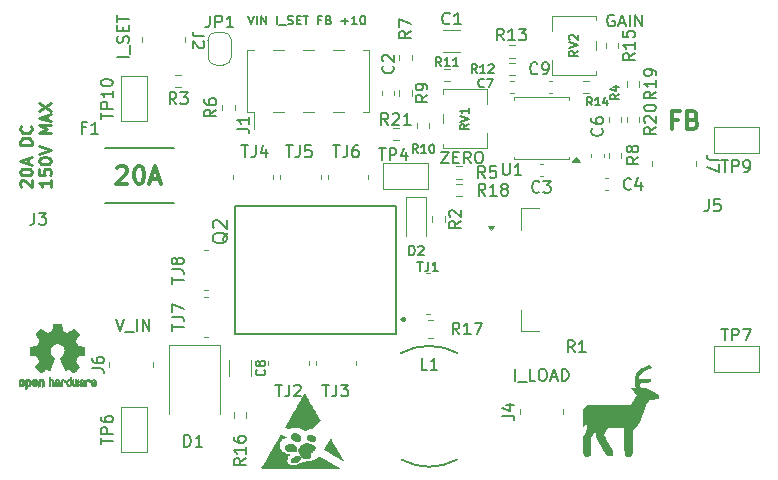
<source format=gbr>
%TF.GenerationSoftware,KiCad,Pcbnew,9.0.6*%
%TF.CreationDate,2026-02-02T20:30:56-05:00*%
%TF.ProjectId,Modular_Load,4d6f6475-6c61-4725-9f4c-6f61642e6b69,rev?*%
%TF.SameCoordinates,Original*%
%TF.FileFunction,Legend,Top*%
%TF.FilePolarity,Positive*%
%FSLAX46Y46*%
G04 Gerber Fmt 4.6, Leading zero omitted, Abs format (unit mm)*
G04 Created by KiCad (PCBNEW 9.0.6) date 2026-02-02 20:30:56*
%MOMM*%
%LPD*%
G01*
G04 APERTURE LIST*
%ADD10C,0.200000*%
%ADD11C,0.300000*%
%ADD12C,0.250000*%
%ADD13C,0.150000*%
%ADD14C,0.147710*%
%ADD15C,0.120000*%
%ADD16C,0.127000*%
%ADD17C,0.010000*%
%ADD18C,0.000000*%
G04 APERTURE END LIST*
D10*
X134269673Y-88867219D02*
X134269673Y-87867219D01*
X134507768Y-88962457D02*
X135269672Y-88962457D01*
X135983958Y-88867219D02*
X135507768Y-88867219D01*
X135507768Y-88867219D02*
X135507768Y-87867219D01*
X136507768Y-87867219D02*
X136698244Y-87867219D01*
X136698244Y-87867219D02*
X136793482Y-87914838D01*
X136793482Y-87914838D02*
X136888720Y-88010076D01*
X136888720Y-88010076D02*
X136936339Y-88200552D01*
X136936339Y-88200552D02*
X136936339Y-88533885D01*
X136936339Y-88533885D02*
X136888720Y-88724361D01*
X136888720Y-88724361D02*
X136793482Y-88819600D01*
X136793482Y-88819600D02*
X136698244Y-88867219D01*
X136698244Y-88867219D02*
X136507768Y-88867219D01*
X136507768Y-88867219D02*
X136412530Y-88819600D01*
X136412530Y-88819600D02*
X136317292Y-88724361D01*
X136317292Y-88724361D02*
X136269673Y-88533885D01*
X136269673Y-88533885D02*
X136269673Y-88200552D01*
X136269673Y-88200552D02*
X136317292Y-88010076D01*
X136317292Y-88010076D02*
X136412530Y-87914838D01*
X136412530Y-87914838D02*
X136507768Y-87867219D01*
X137317292Y-88581504D02*
X137793482Y-88581504D01*
X137222054Y-88867219D02*
X137555387Y-87867219D01*
X137555387Y-87867219D02*
X137888720Y-88867219D01*
X138222054Y-88867219D02*
X138222054Y-87867219D01*
X138222054Y-87867219D02*
X138460149Y-87867219D01*
X138460149Y-87867219D02*
X138603006Y-87914838D01*
X138603006Y-87914838D02*
X138698244Y-88010076D01*
X138698244Y-88010076D02*
X138745863Y-88105314D01*
X138745863Y-88105314D02*
X138793482Y-88295790D01*
X138793482Y-88295790D02*
X138793482Y-88438647D01*
X138793482Y-88438647D02*
X138745863Y-88629123D01*
X138745863Y-88629123D02*
X138698244Y-88724361D01*
X138698244Y-88724361D02*
X138603006Y-88819600D01*
X138603006Y-88819600D02*
X138460149Y-88867219D01*
X138460149Y-88867219D02*
X138222054Y-88867219D01*
D11*
X100583082Y-70843685D02*
X100654510Y-70772257D01*
X100654510Y-70772257D02*
X100797368Y-70700828D01*
X100797368Y-70700828D02*
X101154510Y-70700828D01*
X101154510Y-70700828D02*
X101297368Y-70772257D01*
X101297368Y-70772257D02*
X101368796Y-70843685D01*
X101368796Y-70843685D02*
X101440225Y-70986542D01*
X101440225Y-70986542D02*
X101440225Y-71129400D01*
X101440225Y-71129400D02*
X101368796Y-71343685D01*
X101368796Y-71343685D02*
X100511653Y-72200828D01*
X100511653Y-72200828D02*
X101440225Y-72200828D01*
X102368796Y-70700828D02*
X102511653Y-70700828D01*
X102511653Y-70700828D02*
X102654510Y-70772257D01*
X102654510Y-70772257D02*
X102725939Y-70843685D01*
X102725939Y-70843685D02*
X102797367Y-70986542D01*
X102797367Y-70986542D02*
X102868796Y-71272257D01*
X102868796Y-71272257D02*
X102868796Y-71629400D01*
X102868796Y-71629400D02*
X102797367Y-71915114D01*
X102797367Y-71915114D02*
X102725939Y-72057971D01*
X102725939Y-72057971D02*
X102654510Y-72129400D01*
X102654510Y-72129400D02*
X102511653Y-72200828D01*
X102511653Y-72200828D02*
X102368796Y-72200828D01*
X102368796Y-72200828D02*
X102225939Y-72129400D01*
X102225939Y-72129400D02*
X102154510Y-72057971D01*
X102154510Y-72057971D02*
X102083081Y-71915114D01*
X102083081Y-71915114D02*
X102011653Y-71629400D01*
X102011653Y-71629400D02*
X102011653Y-71272257D01*
X102011653Y-71272257D02*
X102083081Y-70986542D01*
X102083081Y-70986542D02*
X102154510Y-70843685D01*
X102154510Y-70843685D02*
X102225939Y-70772257D01*
X102225939Y-70772257D02*
X102368796Y-70700828D01*
X103440224Y-71772257D02*
X104154510Y-71772257D01*
X103297367Y-72200828D02*
X103797367Y-70700828D01*
X103797367Y-70700828D02*
X104297367Y-72200828D01*
D10*
X142643482Y-57914838D02*
X142548244Y-57867219D01*
X142548244Y-57867219D02*
X142405387Y-57867219D01*
X142405387Y-57867219D02*
X142262530Y-57914838D01*
X142262530Y-57914838D02*
X142167292Y-58010076D01*
X142167292Y-58010076D02*
X142119673Y-58105314D01*
X142119673Y-58105314D02*
X142072054Y-58295790D01*
X142072054Y-58295790D02*
X142072054Y-58438647D01*
X142072054Y-58438647D02*
X142119673Y-58629123D01*
X142119673Y-58629123D02*
X142167292Y-58724361D01*
X142167292Y-58724361D02*
X142262530Y-58819600D01*
X142262530Y-58819600D02*
X142405387Y-58867219D01*
X142405387Y-58867219D02*
X142500625Y-58867219D01*
X142500625Y-58867219D02*
X142643482Y-58819600D01*
X142643482Y-58819600D02*
X142691101Y-58771980D01*
X142691101Y-58771980D02*
X142691101Y-58438647D01*
X142691101Y-58438647D02*
X142500625Y-58438647D01*
X143072054Y-58581504D02*
X143548244Y-58581504D01*
X142976816Y-58867219D02*
X143310149Y-57867219D01*
X143310149Y-57867219D02*
X143643482Y-58867219D01*
X143976816Y-58867219D02*
X143976816Y-57867219D01*
X144453006Y-58867219D02*
X144453006Y-57867219D01*
X144453006Y-57867219D02*
X145024434Y-58867219D01*
X145024434Y-58867219D02*
X145024434Y-57867219D01*
D12*
X92449913Y-72445050D02*
X92402294Y-72397431D01*
X92402294Y-72397431D02*
X92354675Y-72302193D01*
X92354675Y-72302193D02*
X92354675Y-72064098D01*
X92354675Y-72064098D02*
X92402294Y-71968860D01*
X92402294Y-71968860D02*
X92449913Y-71921241D01*
X92449913Y-71921241D02*
X92545151Y-71873622D01*
X92545151Y-71873622D02*
X92640389Y-71873622D01*
X92640389Y-71873622D02*
X92783246Y-71921241D01*
X92783246Y-71921241D02*
X93354675Y-72492669D01*
X93354675Y-72492669D02*
X93354675Y-71873622D01*
X92354675Y-71254574D02*
X92354675Y-71159336D01*
X92354675Y-71159336D02*
X92402294Y-71064098D01*
X92402294Y-71064098D02*
X92449913Y-71016479D01*
X92449913Y-71016479D02*
X92545151Y-70968860D01*
X92545151Y-70968860D02*
X92735627Y-70921241D01*
X92735627Y-70921241D02*
X92973722Y-70921241D01*
X92973722Y-70921241D02*
X93164198Y-70968860D01*
X93164198Y-70968860D02*
X93259436Y-71016479D01*
X93259436Y-71016479D02*
X93307056Y-71064098D01*
X93307056Y-71064098D02*
X93354675Y-71159336D01*
X93354675Y-71159336D02*
X93354675Y-71254574D01*
X93354675Y-71254574D02*
X93307056Y-71349812D01*
X93307056Y-71349812D02*
X93259436Y-71397431D01*
X93259436Y-71397431D02*
X93164198Y-71445050D01*
X93164198Y-71445050D02*
X92973722Y-71492669D01*
X92973722Y-71492669D02*
X92735627Y-71492669D01*
X92735627Y-71492669D02*
X92545151Y-71445050D01*
X92545151Y-71445050D02*
X92449913Y-71397431D01*
X92449913Y-71397431D02*
X92402294Y-71349812D01*
X92402294Y-71349812D02*
X92354675Y-71254574D01*
X93068960Y-70540288D02*
X93068960Y-70064098D01*
X93354675Y-70635526D02*
X92354675Y-70302193D01*
X92354675Y-70302193D02*
X93354675Y-69968860D01*
X93354675Y-68873621D02*
X92354675Y-68873621D01*
X92354675Y-68873621D02*
X92354675Y-68635526D01*
X92354675Y-68635526D02*
X92402294Y-68492669D01*
X92402294Y-68492669D02*
X92497532Y-68397431D01*
X92497532Y-68397431D02*
X92592770Y-68349812D01*
X92592770Y-68349812D02*
X92783246Y-68302193D01*
X92783246Y-68302193D02*
X92926103Y-68302193D01*
X92926103Y-68302193D02*
X93116579Y-68349812D01*
X93116579Y-68349812D02*
X93211817Y-68397431D01*
X93211817Y-68397431D02*
X93307056Y-68492669D01*
X93307056Y-68492669D02*
X93354675Y-68635526D01*
X93354675Y-68635526D02*
X93354675Y-68873621D01*
X93259436Y-67302193D02*
X93307056Y-67349812D01*
X93307056Y-67349812D02*
X93354675Y-67492669D01*
X93354675Y-67492669D02*
X93354675Y-67587907D01*
X93354675Y-67587907D02*
X93307056Y-67730764D01*
X93307056Y-67730764D02*
X93211817Y-67826002D01*
X93211817Y-67826002D02*
X93116579Y-67873621D01*
X93116579Y-67873621D02*
X92926103Y-67921240D01*
X92926103Y-67921240D02*
X92783246Y-67921240D01*
X92783246Y-67921240D02*
X92592770Y-67873621D01*
X92592770Y-67873621D02*
X92497532Y-67826002D01*
X92497532Y-67826002D02*
X92402294Y-67730764D01*
X92402294Y-67730764D02*
X92354675Y-67587907D01*
X92354675Y-67587907D02*
X92354675Y-67492669D01*
X92354675Y-67492669D02*
X92402294Y-67349812D01*
X92402294Y-67349812D02*
X92449913Y-67302193D01*
X94964619Y-71873622D02*
X94964619Y-72445050D01*
X94964619Y-72159336D02*
X93964619Y-72159336D01*
X93964619Y-72159336D02*
X94107476Y-72254574D01*
X94107476Y-72254574D02*
X94202714Y-72349812D01*
X94202714Y-72349812D02*
X94250333Y-72445050D01*
X93964619Y-70968860D02*
X93964619Y-71445050D01*
X93964619Y-71445050D02*
X94440809Y-71492669D01*
X94440809Y-71492669D02*
X94393190Y-71445050D01*
X94393190Y-71445050D02*
X94345571Y-71349812D01*
X94345571Y-71349812D02*
X94345571Y-71111717D01*
X94345571Y-71111717D02*
X94393190Y-71016479D01*
X94393190Y-71016479D02*
X94440809Y-70968860D01*
X94440809Y-70968860D02*
X94536047Y-70921241D01*
X94536047Y-70921241D02*
X94774142Y-70921241D01*
X94774142Y-70921241D02*
X94869380Y-70968860D01*
X94869380Y-70968860D02*
X94917000Y-71016479D01*
X94917000Y-71016479D02*
X94964619Y-71111717D01*
X94964619Y-71111717D02*
X94964619Y-71349812D01*
X94964619Y-71349812D02*
X94917000Y-71445050D01*
X94917000Y-71445050D02*
X94869380Y-71492669D01*
X93964619Y-70302193D02*
X93964619Y-70206955D01*
X93964619Y-70206955D02*
X94012238Y-70111717D01*
X94012238Y-70111717D02*
X94059857Y-70064098D01*
X94059857Y-70064098D02*
X94155095Y-70016479D01*
X94155095Y-70016479D02*
X94345571Y-69968860D01*
X94345571Y-69968860D02*
X94583666Y-69968860D01*
X94583666Y-69968860D02*
X94774142Y-70016479D01*
X94774142Y-70016479D02*
X94869380Y-70064098D01*
X94869380Y-70064098D02*
X94917000Y-70111717D01*
X94917000Y-70111717D02*
X94964619Y-70206955D01*
X94964619Y-70206955D02*
X94964619Y-70302193D01*
X94964619Y-70302193D02*
X94917000Y-70397431D01*
X94917000Y-70397431D02*
X94869380Y-70445050D01*
X94869380Y-70445050D02*
X94774142Y-70492669D01*
X94774142Y-70492669D02*
X94583666Y-70540288D01*
X94583666Y-70540288D02*
X94345571Y-70540288D01*
X94345571Y-70540288D02*
X94155095Y-70492669D01*
X94155095Y-70492669D02*
X94059857Y-70445050D01*
X94059857Y-70445050D02*
X94012238Y-70397431D01*
X94012238Y-70397431D02*
X93964619Y-70302193D01*
X93964619Y-69683145D02*
X94964619Y-69349812D01*
X94964619Y-69349812D02*
X93964619Y-69016479D01*
X94964619Y-67921240D02*
X93964619Y-67921240D01*
X93964619Y-67921240D02*
X94678904Y-67587907D01*
X94678904Y-67587907D02*
X93964619Y-67254574D01*
X93964619Y-67254574D02*
X94964619Y-67254574D01*
X94678904Y-66826002D02*
X94678904Y-66349812D01*
X94964619Y-66921240D02*
X93964619Y-66587907D01*
X93964619Y-66587907D02*
X94964619Y-66254574D01*
X93964619Y-66016478D02*
X94964619Y-65349812D01*
X93964619Y-65349812D02*
X94964619Y-66016478D01*
D10*
X127974435Y-69467219D02*
X128641101Y-69467219D01*
X128641101Y-69467219D02*
X127974435Y-70467219D01*
X127974435Y-70467219D02*
X128641101Y-70467219D01*
X129022054Y-69943409D02*
X129355387Y-69943409D01*
X129498244Y-70467219D02*
X129022054Y-70467219D01*
X129022054Y-70467219D02*
X129022054Y-69467219D01*
X129022054Y-69467219D02*
X129498244Y-69467219D01*
X130498244Y-70467219D02*
X130164911Y-69991028D01*
X129926816Y-70467219D02*
X129926816Y-69467219D01*
X129926816Y-69467219D02*
X130307768Y-69467219D01*
X130307768Y-69467219D02*
X130403006Y-69514838D01*
X130403006Y-69514838D02*
X130450625Y-69562457D01*
X130450625Y-69562457D02*
X130498244Y-69657695D01*
X130498244Y-69657695D02*
X130498244Y-69800552D01*
X130498244Y-69800552D02*
X130450625Y-69895790D01*
X130450625Y-69895790D02*
X130403006Y-69943409D01*
X130403006Y-69943409D02*
X130307768Y-69991028D01*
X130307768Y-69991028D02*
X129926816Y-69991028D01*
X131117292Y-69467219D02*
X131307768Y-69467219D01*
X131307768Y-69467219D02*
X131403006Y-69514838D01*
X131403006Y-69514838D02*
X131498244Y-69610076D01*
X131498244Y-69610076D02*
X131545863Y-69800552D01*
X131545863Y-69800552D02*
X131545863Y-70133885D01*
X131545863Y-70133885D02*
X131498244Y-70324361D01*
X131498244Y-70324361D02*
X131403006Y-70419600D01*
X131403006Y-70419600D02*
X131307768Y-70467219D01*
X131307768Y-70467219D02*
X131117292Y-70467219D01*
X131117292Y-70467219D02*
X131022054Y-70419600D01*
X131022054Y-70419600D02*
X130926816Y-70324361D01*
X130926816Y-70324361D02*
X130879197Y-70133885D01*
X130879197Y-70133885D02*
X130879197Y-69800552D01*
X130879197Y-69800552D02*
X130926816Y-69610076D01*
X130926816Y-69610076D02*
X131022054Y-69514838D01*
X131022054Y-69514838D02*
X131117292Y-69467219D01*
D11*
X148054510Y-66765114D02*
X147554510Y-66765114D01*
X147554510Y-67550828D02*
X147554510Y-66050828D01*
X147554510Y-66050828D02*
X148268796Y-66050828D01*
X149340224Y-66765114D02*
X149554510Y-66836542D01*
X149554510Y-66836542D02*
X149625939Y-66907971D01*
X149625939Y-66907971D02*
X149697367Y-67050828D01*
X149697367Y-67050828D02*
X149697367Y-67265114D01*
X149697367Y-67265114D02*
X149625939Y-67407971D01*
X149625939Y-67407971D02*
X149554510Y-67479400D01*
X149554510Y-67479400D02*
X149411653Y-67550828D01*
X149411653Y-67550828D02*
X148840224Y-67550828D01*
X148840224Y-67550828D02*
X148840224Y-66050828D01*
X148840224Y-66050828D02*
X149340224Y-66050828D01*
X149340224Y-66050828D02*
X149483082Y-66122257D01*
X149483082Y-66122257D02*
X149554510Y-66193685D01*
X149554510Y-66193685D02*
X149625939Y-66336542D01*
X149625939Y-66336542D02*
X149625939Y-66479400D01*
X149625939Y-66479400D02*
X149554510Y-66622257D01*
X149554510Y-66622257D02*
X149483082Y-66693685D01*
X149483082Y-66693685D02*
X149340224Y-66765114D01*
X149340224Y-66765114D02*
X148840224Y-66765114D01*
D13*
X101569819Y-61463220D02*
X100569819Y-61463220D01*
X101665057Y-61225126D02*
X101665057Y-60463221D01*
X101522200Y-60272744D02*
X101569819Y-60129887D01*
X101569819Y-60129887D02*
X101569819Y-59891792D01*
X101569819Y-59891792D02*
X101522200Y-59796554D01*
X101522200Y-59796554D02*
X101474580Y-59748935D01*
X101474580Y-59748935D02*
X101379342Y-59701316D01*
X101379342Y-59701316D02*
X101284104Y-59701316D01*
X101284104Y-59701316D02*
X101188866Y-59748935D01*
X101188866Y-59748935D02*
X101141247Y-59796554D01*
X101141247Y-59796554D02*
X101093628Y-59891792D01*
X101093628Y-59891792D02*
X101046009Y-60082268D01*
X101046009Y-60082268D02*
X100998390Y-60177506D01*
X100998390Y-60177506D02*
X100950771Y-60225125D01*
X100950771Y-60225125D02*
X100855533Y-60272744D01*
X100855533Y-60272744D02*
X100760295Y-60272744D01*
X100760295Y-60272744D02*
X100665057Y-60225125D01*
X100665057Y-60225125D02*
X100617438Y-60177506D01*
X100617438Y-60177506D02*
X100569819Y-60082268D01*
X100569819Y-60082268D02*
X100569819Y-59844173D01*
X100569819Y-59844173D02*
X100617438Y-59701316D01*
X101046009Y-59272744D02*
X101046009Y-58939411D01*
X101569819Y-58796554D02*
X101569819Y-59272744D01*
X101569819Y-59272744D02*
X100569819Y-59272744D01*
X100569819Y-59272744D02*
X100569819Y-58796554D01*
X100569819Y-58510839D02*
X100569819Y-57939411D01*
X101569819Y-58225125D02*
X100569819Y-58225125D01*
X111670112Y-57950414D02*
X111920112Y-58700414D01*
X111920112Y-58700414D02*
X112170112Y-57950414D01*
X112420112Y-58700414D02*
X112420112Y-57950414D01*
X112777255Y-58700414D02*
X112777255Y-57950414D01*
X112777255Y-57950414D02*
X113205826Y-58700414D01*
X113205826Y-58700414D02*
X113205826Y-57950414D01*
X114134398Y-58700414D02*
X114134398Y-57950414D01*
X114312970Y-58771842D02*
X114884398Y-58771842D01*
X115027256Y-58664700D02*
X115134399Y-58700414D01*
X115134399Y-58700414D02*
X115312970Y-58700414D01*
X115312970Y-58700414D02*
X115384399Y-58664700D01*
X115384399Y-58664700D02*
X115420113Y-58628985D01*
X115420113Y-58628985D02*
X115455827Y-58557557D01*
X115455827Y-58557557D02*
X115455827Y-58486128D01*
X115455827Y-58486128D02*
X115420113Y-58414700D01*
X115420113Y-58414700D02*
X115384399Y-58378985D01*
X115384399Y-58378985D02*
X115312970Y-58343271D01*
X115312970Y-58343271D02*
X115170113Y-58307557D01*
X115170113Y-58307557D02*
X115098684Y-58271842D01*
X115098684Y-58271842D02*
X115062970Y-58236128D01*
X115062970Y-58236128D02*
X115027256Y-58164700D01*
X115027256Y-58164700D02*
X115027256Y-58093271D01*
X115027256Y-58093271D02*
X115062970Y-58021842D01*
X115062970Y-58021842D02*
X115098684Y-57986128D01*
X115098684Y-57986128D02*
X115170113Y-57950414D01*
X115170113Y-57950414D02*
X115348684Y-57950414D01*
X115348684Y-57950414D02*
X115455827Y-57986128D01*
X115777256Y-58307557D02*
X116027256Y-58307557D01*
X116134399Y-58700414D02*
X115777256Y-58700414D01*
X115777256Y-58700414D02*
X115777256Y-57950414D01*
X115777256Y-57950414D02*
X116134399Y-57950414D01*
X116348684Y-57950414D02*
X116777256Y-57950414D01*
X116562970Y-58700414D02*
X116562970Y-57950414D01*
X117848685Y-58307557D02*
X117598685Y-58307557D01*
X117598685Y-58700414D02*
X117598685Y-57950414D01*
X117598685Y-57950414D02*
X117955828Y-57950414D01*
X118491542Y-58307557D02*
X118598685Y-58343271D01*
X118598685Y-58343271D02*
X118634399Y-58378985D01*
X118634399Y-58378985D02*
X118670113Y-58450414D01*
X118670113Y-58450414D02*
X118670113Y-58557557D01*
X118670113Y-58557557D02*
X118634399Y-58628985D01*
X118634399Y-58628985D02*
X118598685Y-58664700D01*
X118598685Y-58664700D02*
X118527256Y-58700414D01*
X118527256Y-58700414D02*
X118241542Y-58700414D01*
X118241542Y-58700414D02*
X118241542Y-57950414D01*
X118241542Y-57950414D02*
X118491542Y-57950414D01*
X118491542Y-57950414D02*
X118562971Y-57986128D01*
X118562971Y-57986128D02*
X118598685Y-58021842D01*
X118598685Y-58021842D02*
X118634399Y-58093271D01*
X118634399Y-58093271D02*
X118634399Y-58164700D01*
X118634399Y-58164700D02*
X118598685Y-58236128D01*
X118598685Y-58236128D02*
X118562971Y-58271842D01*
X118562971Y-58271842D02*
X118491542Y-58307557D01*
X118491542Y-58307557D02*
X118241542Y-58307557D01*
X119562971Y-58414700D02*
X120134400Y-58414700D01*
X119848685Y-58700414D02*
X119848685Y-58128985D01*
X120884399Y-58700414D02*
X120455828Y-58700414D01*
X120670113Y-58700414D02*
X120670113Y-57950414D01*
X120670113Y-57950414D02*
X120598685Y-58057557D01*
X120598685Y-58057557D02*
X120527256Y-58128985D01*
X120527256Y-58128985D02*
X120455828Y-58164700D01*
X121348685Y-57950414D02*
X121420114Y-57950414D01*
X121420114Y-57950414D02*
X121491542Y-57986128D01*
X121491542Y-57986128D02*
X121527257Y-58021842D01*
X121527257Y-58021842D02*
X121562971Y-58093271D01*
X121562971Y-58093271D02*
X121598685Y-58236128D01*
X121598685Y-58236128D02*
X121598685Y-58414700D01*
X121598685Y-58414700D02*
X121562971Y-58557557D01*
X121562971Y-58557557D02*
X121527257Y-58628985D01*
X121527257Y-58628985D02*
X121491542Y-58664700D01*
X121491542Y-58664700D02*
X121420114Y-58700414D01*
X121420114Y-58700414D02*
X121348685Y-58700414D01*
X121348685Y-58700414D02*
X121277257Y-58664700D01*
X121277257Y-58664700D02*
X121241542Y-58628985D01*
X121241542Y-58628985D02*
X121205828Y-58557557D01*
X121205828Y-58557557D02*
X121170114Y-58414700D01*
X121170114Y-58414700D02*
X121170114Y-58236128D01*
X121170114Y-58236128D02*
X121205828Y-58093271D01*
X121205828Y-58093271D02*
X121241542Y-58021842D01*
X121241542Y-58021842D02*
X121277257Y-57986128D01*
X121277257Y-57986128D02*
X121348685Y-57950414D01*
X100493922Y-83669819D02*
X100827255Y-84669819D01*
X100827255Y-84669819D02*
X101160588Y-83669819D01*
X101255827Y-84765057D02*
X102017731Y-84765057D01*
X102255827Y-84669819D02*
X102255827Y-83669819D01*
X102732017Y-84669819D02*
X102732017Y-83669819D01*
X102732017Y-83669819D02*
X103303445Y-84669819D01*
X103303445Y-84669819D02*
X103303445Y-83669819D01*
X125985714Y-78812295D02*
X126442857Y-78812295D01*
X126214285Y-79612295D02*
X126214285Y-78812295D01*
X126938095Y-78812295D02*
X126938095Y-79383723D01*
X126938095Y-79383723D02*
X126900000Y-79498009D01*
X126900000Y-79498009D02*
X126823809Y-79574200D01*
X126823809Y-79574200D02*
X126709524Y-79612295D01*
X126709524Y-79612295D02*
X126633333Y-79612295D01*
X127738095Y-79612295D02*
X127280952Y-79612295D01*
X127509524Y-79612295D02*
X127509524Y-78812295D01*
X127509524Y-78812295D02*
X127433333Y-78926580D01*
X127433333Y-78926580D02*
X127357143Y-79002771D01*
X127357143Y-79002771D02*
X127280952Y-79040866D01*
X123909580Y-62216666D02*
X123957200Y-62264285D01*
X123957200Y-62264285D02*
X124004819Y-62407142D01*
X124004819Y-62407142D02*
X124004819Y-62502380D01*
X124004819Y-62502380D02*
X123957200Y-62645237D01*
X123957200Y-62645237D02*
X123861961Y-62740475D01*
X123861961Y-62740475D02*
X123766723Y-62788094D01*
X123766723Y-62788094D02*
X123576247Y-62835713D01*
X123576247Y-62835713D02*
X123433390Y-62835713D01*
X123433390Y-62835713D02*
X123242914Y-62788094D01*
X123242914Y-62788094D02*
X123147676Y-62740475D01*
X123147676Y-62740475D02*
X123052438Y-62645237D01*
X123052438Y-62645237D02*
X123004819Y-62502380D01*
X123004819Y-62502380D02*
X123004819Y-62407142D01*
X123004819Y-62407142D02*
X123052438Y-62264285D01*
X123052438Y-62264285D02*
X123100057Y-62216666D01*
X123100057Y-61835713D02*
X123052438Y-61788094D01*
X123052438Y-61788094D02*
X123004819Y-61692856D01*
X123004819Y-61692856D02*
X123004819Y-61454761D01*
X123004819Y-61454761D02*
X123052438Y-61359523D01*
X123052438Y-61359523D02*
X123100057Y-61311904D01*
X123100057Y-61311904D02*
X123195295Y-61264285D01*
X123195295Y-61264285D02*
X123290533Y-61264285D01*
X123290533Y-61264285D02*
X123433390Y-61311904D01*
X123433390Y-61311904D02*
X124004819Y-61883332D01*
X124004819Y-61883332D02*
X124004819Y-61264285D01*
X98454819Y-87833333D02*
X99169104Y-87833333D01*
X99169104Y-87833333D02*
X99311961Y-87880952D01*
X99311961Y-87880952D02*
X99407200Y-87976190D01*
X99407200Y-87976190D02*
X99454819Y-88119047D01*
X99454819Y-88119047D02*
X99454819Y-88214285D01*
X98454819Y-86928571D02*
X98454819Y-87119047D01*
X98454819Y-87119047D02*
X98502438Y-87214285D01*
X98502438Y-87214285D02*
X98550057Y-87261904D01*
X98550057Y-87261904D02*
X98692914Y-87357142D01*
X98692914Y-87357142D02*
X98883390Y-87404761D01*
X98883390Y-87404761D02*
X99264342Y-87404761D01*
X99264342Y-87404761D02*
X99359580Y-87357142D01*
X99359580Y-87357142D02*
X99407200Y-87309523D01*
X99407200Y-87309523D02*
X99454819Y-87214285D01*
X99454819Y-87214285D02*
X99454819Y-87023809D01*
X99454819Y-87023809D02*
X99407200Y-86928571D01*
X99407200Y-86928571D02*
X99359580Y-86880952D01*
X99359580Y-86880952D02*
X99264342Y-86833333D01*
X99264342Y-86833333D02*
X99026247Y-86833333D01*
X99026247Y-86833333D02*
X98931009Y-86880952D01*
X98931009Y-86880952D02*
X98883390Y-86928571D01*
X98883390Y-86928571D02*
X98835771Y-87023809D01*
X98835771Y-87023809D02*
X98835771Y-87214285D01*
X98835771Y-87214285D02*
X98883390Y-87309523D01*
X98883390Y-87309523D02*
X98931009Y-87357142D01*
X98931009Y-87357142D02*
X99026247Y-87404761D01*
X93566666Y-74654819D02*
X93566666Y-75369104D01*
X93566666Y-75369104D02*
X93519047Y-75511961D01*
X93519047Y-75511961D02*
X93423809Y-75607200D01*
X93423809Y-75607200D02*
X93280952Y-75654819D01*
X93280952Y-75654819D02*
X93185714Y-75654819D01*
X93947619Y-74654819D02*
X94566666Y-74654819D01*
X94566666Y-74654819D02*
X94233333Y-75035771D01*
X94233333Y-75035771D02*
X94376190Y-75035771D01*
X94376190Y-75035771D02*
X94471428Y-75083390D01*
X94471428Y-75083390D02*
X94519047Y-75131009D01*
X94519047Y-75131009D02*
X94566666Y-75226247D01*
X94566666Y-75226247D02*
X94566666Y-75464342D01*
X94566666Y-75464342D02*
X94519047Y-75559580D01*
X94519047Y-75559580D02*
X94471428Y-75607200D01*
X94471428Y-75607200D02*
X94376190Y-75654819D01*
X94376190Y-75654819D02*
X94090476Y-75654819D01*
X94090476Y-75654819D02*
X93995238Y-75607200D01*
X93995238Y-75607200D02*
X93947619Y-75559580D01*
X133307142Y-60054819D02*
X132973809Y-59578628D01*
X132735714Y-60054819D02*
X132735714Y-59054819D01*
X132735714Y-59054819D02*
X133116666Y-59054819D01*
X133116666Y-59054819D02*
X133211904Y-59102438D01*
X133211904Y-59102438D02*
X133259523Y-59150057D01*
X133259523Y-59150057D02*
X133307142Y-59245295D01*
X133307142Y-59245295D02*
X133307142Y-59388152D01*
X133307142Y-59388152D02*
X133259523Y-59483390D01*
X133259523Y-59483390D02*
X133211904Y-59531009D01*
X133211904Y-59531009D02*
X133116666Y-59578628D01*
X133116666Y-59578628D02*
X132735714Y-59578628D01*
X134259523Y-60054819D02*
X133688095Y-60054819D01*
X133973809Y-60054819D02*
X133973809Y-59054819D01*
X133973809Y-59054819D02*
X133878571Y-59197676D01*
X133878571Y-59197676D02*
X133783333Y-59292914D01*
X133783333Y-59292914D02*
X133688095Y-59340533D01*
X134592857Y-59054819D02*
X135211904Y-59054819D01*
X135211904Y-59054819D02*
X134878571Y-59435771D01*
X134878571Y-59435771D02*
X135021428Y-59435771D01*
X135021428Y-59435771D02*
X135116666Y-59483390D01*
X135116666Y-59483390D02*
X135164285Y-59531009D01*
X135164285Y-59531009D02*
X135211904Y-59626247D01*
X135211904Y-59626247D02*
X135211904Y-59864342D01*
X135211904Y-59864342D02*
X135164285Y-59959580D01*
X135164285Y-59959580D02*
X135116666Y-60007200D01*
X135116666Y-60007200D02*
X135021428Y-60054819D01*
X135021428Y-60054819D02*
X134735714Y-60054819D01*
X134735714Y-60054819D02*
X134640476Y-60007200D01*
X134640476Y-60007200D02*
X134592857Y-59959580D01*
X144704819Y-69916666D02*
X144228628Y-70249999D01*
X144704819Y-70488094D02*
X143704819Y-70488094D01*
X143704819Y-70488094D02*
X143704819Y-70107142D01*
X143704819Y-70107142D02*
X143752438Y-70011904D01*
X143752438Y-70011904D02*
X143800057Y-69964285D01*
X143800057Y-69964285D02*
X143895295Y-69916666D01*
X143895295Y-69916666D02*
X144038152Y-69916666D01*
X144038152Y-69916666D02*
X144133390Y-69964285D01*
X144133390Y-69964285D02*
X144181009Y-70011904D01*
X144181009Y-70011904D02*
X144228628Y-70107142D01*
X144228628Y-70107142D02*
X144228628Y-70488094D01*
X144133390Y-69345237D02*
X144085771Y-69440475D01*
X144085771Y-69440475D02*
X144038152Y-69488094D01*
X144038152Y-69488094D02*
X143942914Y-69535713D01*
X143942914Y-69535713D02*
X143895295Y-69535713D01*
X143895295Y-69535713D02*
X143800057Y-69488094D01*
X143800057Y-69488094D02*
X143752438Y-69440475D01*
X143752438Y-69440475D02*
X143704819Y-69345237D01*
X143704819Y-69345237D02*
X143704819Y-69154761D01*
X143704819Y-69154761D02*
X143752438Y-69059523D01*
X143752438Y-69059523D02*
X143800057Y-69011904D01*
X143800057Y-69011904D02*
X143895295Y-68964285D01*
X143895295Y-68964285D02*
X143942914Y-68964285D01*
X143942914Y-68964285D02*
X144038152Y-69011904D01*
X144038152Y-69011904D02*
X144085771Y-69059523D01*
X144085771Y-69059523D02*
X144133390Y-69154761D01*
X144133390Y-69154761D02*
X144133390Y-69345237D01*
X144133390Y-69345237D02*
X144181009Y-69440475D01*
X144181009Y-69440475D02*
X144228628Y-69488094D01*
X144228628Y-69488094D02*
X144323866Y-69535713D01*
X144323866Y-69535713D02*
X144514342Y-69535713D01*
X144514342Y-69535713D02*
X144609580Y-69488094D01*
X144609580Y-69488094D02*
X144657200Y-69440475D01*
X144657200Y-69440475D02*
X144704819Y-69345237D01*
X144704819Y-69345237D02*
X144704819Y-69154761D01*
X144704819Y-69154761D02*
X144657200Y-69059523D01*
X144657200Y-69059523D02*
X144609580Y-69011904D01*
X144609580Y-69011904D02*
X144514342Y-68964285D01*
X144514342Y-68964285D02*
X144323866Y-68964285D01*
X144323866Y-68964285D02*
X144228628Y-69011904D01*
X144228628Y-69011904D02*
X144181009Y-69059523D01*
X144181009Y-69059523D02*
X144133390Y-69154761D01*
X97916666Y-67431009D02*
X97583333Y-67431009D01*
X97583333Y-67954819D02*
X97583333Y-66954819D01*
X97583333Y-66954819D02*
X98059523Y-66954819D01*
X98964285Y-67954819D02*
X98392857Y-67954819D01*
X98678571Y-67954819D02*
X98678571Y-66954819D01*
X98678571Y-66954819D02*
X98583333Y-67097676D01*
X98583333Y-67097676D02*
X98488095Y-67192914D01*
X98488095Y-67192914D02*
X98392857Y-67240533D01*
X151738095Y-70204819D02*
X152309523Y-70204819D01*
X152023809Y-71204819D02*
X152023809Y-70204819D01*
X152642857Y-71204819D02*
X152642857Y-70204819D01*
X152642857Y-70204819D02*
X153023809Y-70204819D01*
X153023809Y-70204819D02*
X153119047Y-70252438D01*
X153119047Y-70252438D02*
X153166666Y-70300057D01*
X153166666Y-70300057D02*
X153214285Y-70395295D01*
X153214285Y-70395295D02*
X153214285Y-70538152D01*
X153214285Y-70538152D02*
X153166666Y-70633390D01*
X153166666Y-70633390D02*
X153119047Y-70681009D01*
X153119047Y-70681009D02*
X153023809Y-70728628D01*
X153023809Y-70728628D02*
X152642857Y-70728628D01*
X153690476Y-71204819D02*
X153880952Y-71204819D01*
X153880952Y-71204819D02*
X153976190Y-71157200D01*
X153976190Y-71157200D02*
X154023809Y-71109580D01*
X154023809Y-71109580D02*
X154119047Y-70966723D01*
X154119047Y-70966723D02*
X154166666Y-70776247D01*
X154166666Y-70776247D02*
X154166666Y-70395295D01*
X154166666Y-70395295D02*
X154119047Y-70300057D01*
X154119047Y-70300057D02*
X154071428Y-70252438D01*
X154071428Y-70252438D02*
X153976190Y-70204819D01*
X153976190Y-70204819D02*
X153785714Y-70204819D01*
X153785714Y-70204819D02*
X153690476Y-70252438D01*
X153690476Y-70252438D02*
X153642857Y-70300057D01*
X153642857Y-70300057D02*
X153595238Y-70395295D01*
X153595238Y-70395295D02*
X153595238Y-70633390D01*
X153595238Y-70633390D02*
X153642857Y-70728628D01*
X153642857Y-70728628D02*
X153690476Y-70776247D01*
X153690476Y-70776247D02*
X153785714Y-70823866D01*
X153785714Y-70823866D02*
X153976190Y-70823866D01*
X153976190Y-70823866D02*
X154071428Y-70776247D01*
X154071428Y-70776247D02*
X154119047Y-70728628D01*
X154119047Y-70728628D02*
X154166666Y-70633390D01*
X105583333Y-65454819D02*
X105250000Y-64978628D01*
X105011905Y-65454819D02*
X105011905Y-64454819D01*
X105011905Y-64454819D02*
X105392857Y-64454819D01*
X105392857Y-64454819D02*
X105488095Y-64502438D01*
X105488095Y-64502438D02*
X105535714Y-64550057D01*
X105535714Y-64550057D02*
X105583333Y-64645295D01*
X105583333Y-64645295D02*
X105583333Y-64788152D01*
X105583333Y-64788152D02*
X105535714Y-64883390D01*
X105535714Y-64883390D02*
X105488095Y-64931009D01*
X105488095Y-64931009D02*
X105392857Y-64978628D01*
X105392857Y-64978628D02*
X105011905Y-64978628D01*
X105916667Y-64454819D02*
X106535714Y-64454819D01*
X106535714Y-64454819D02*
X106202381Y-64835771D01*
X106202381Y-64835771D02*
X106345238Y-64835771D01*
X106345238Y-64835771D02*
X106440476Y-64883390D01*
X106440476Y-64883390D02*
X106488095Y-64931009D01*
X106488095Y-64931009D02*
X106535714Y-65026247D01*
X106535714Y-65026247D02*
X106535714Y-65264342D01*
X106535714Y-65264342D02*
X106488095Y-65359580D01*
X106488095Y-65359580D02*
X106440476Y-65407200D01*
X106440476Y-65407200D02*
X106345238Y-65454819D01*
X106345238Y-65454819D02*
X106059524Y-65454819D01*
X106059524Y-65454819D02*
X105964286Y-65407200D01*
X105964286Y-65407200D02*
X105916667Y-65359580D01*
X113036104Y-87933332D02*
X113074200Y-87971428D01*
X113074200Y-87971428D02*
X113112295Y-88085713D01*
X113112295Y-88085713D02*
X113112295Y-88161904D01*
X113112295Y-88161904D02*
X113074200Y-88276190D01*
X113074200Y-88276190D02*
X112998009Y-88352380D01*
X112998009Y-88352380D02*
X112921819Y-88390475D01*
X112921819Y-88390475D02*
X112769438Y-88428571D01*
X112769438Y-88428571D02*
X112655152Y-88428571D01*
X112655152Y-88428571D02*
X112502771Y-88390475D01*
X112502771Y-88390475D02*
X112426580Y-88352380D01*
X112426580Y-88352380D02*
X112350390Y-88276190D01*
X112350390Y-88276190D02*
X112312295Y-88161904D01*
X112312295Y-88161904D02*
X112312295Y-88085713D01*
X112312295Y-88085713D02*
X112350390Y-87971428D01*
X112350390Y-87971428D02*
X112388485Y-87933332D01*
X112655152Y-87476190D02*
X112617057Y-87552380D01*
X112617057Y-87552380D02*
X112578961Y-87590475D01*
X112578961Y-87590475D02*
X112502771Y-87628571D01*
X112502771Y-87628571D02*
X112464676Y-87628571D01*
X112464676Y-87628571D02*
X112388485Y-87590475D01*
X112388485Y-87590475D02*
X112350390Y-87552380D01*
X112350390Y-87552380D02*
X112312295Y-87476190D01*
X112312295Y-87476190D02*
X112312295Y-87323809D01*
X112312295Y-87323809D02*
X112350390Y-87247618D01*
X112350390Y-87247618D02*
X112388485Y-87209523D01*
X112388485Y-87209523D02*
X112464676Y-87171428D01*
X112464676Y-87171428D02*
X112502771Y-87171428D01*
X112502771Y-87171428D02*
X112578961Y-87209523D01*
X112578961Y-87209523D02*
X112617057Y-87247618D01*
X112617057Y-87247618D02*
X112655152Y-87323809D01*
X112655152Y-87323809D02*
X112655152Y-87476190D01*
X112655152Y-87476190D02*
X112693247Y-87552380D01*
X112693247Y-87552380D02*
X112731342Y-87590475D01*
X112731342Y-87590475D02*
X112807533Y-87628571D01*
X112807533Y-87628571D02*
X112959914Y-87628571D01*
X112959914Y-87628571D02*
X113036104Y-87590475D01*
X113036104Y-87590475D02*
X113074200Y-87552380D01*
X113074200Y-87552380D02*
X113112295Y-87476190D01*
X113112295Y-87476190D02*
X113112295Y-87323809D01*
X113112295Y-87323809D02*
X113074200Y-87247618D01*
X113074200Y-87247618D02*
X113036104Y-87209523D01*
X113036104Y-87209523D02*
X112959914Y-87171428D01*
X112959914Y-87171428D02*
X112807533Y-87171428D01*
X112807533Y-87171428D02*
X112731342Y-87209523D01*
X112731342Y-87209523D02*
X112693247Y-87247618D01*
X112693247Y-87247618D02*
X112655152Y-87323809D01*
X140799999Y-65566033D02*
X140566666Y-65232700D01*
X140399999Y-65566033D02*
X140399999Y-64866033D01*
X140399999Y-64866033D02*
X140666666Y-64866033D01*
X140666666Y-64866033D02*
X140733333Y-64899366D01*
X140733333Y-64899366D02*
X140766666Y-64932700D01*
X140766666Y-64932700D02*
X140799999Y-64999366D01*
X140799999Y-64999366D02*
X140799999Y-65099366D01*
X140799999Y-65099366D02*
X140766666Y-65166033D01*
X140766666Y-65166033D02*
X140733333Y-65199366D01*
X140733333Y-65199366D02*
X140666666Y-65232700D01*
X140666666Y-65232700D02*
X140399999Y-65232700D01*
X141466666Y-65566033D02*
X141066666Y-65566033D01*
X141266666Y-65566033D02*
X141266666Y-64866033D01*
X141266666Y-64866033D02*
X141199999Y-64966033D01*
X141199999Y-64966033D02*
X141133333Y-65032700D01*
X141133333Y-65032700D02*
X141066666Y-65066033D01*
X142066666Y-65099366D02*
X142066666Y-65566033D01*
X141900000Y-64832700D02*
X141733333Y-65332700D01*
X141733333Y-65332700D02*
X142166666Y-65332700D01*
X130339164Y-67146428D02*
X129982021Y-67396428D01*
X130339164Y-67574999D02*
X129589164Y-67574999D01*
X129589164Y-67574999D02*
X129589164Y-67289285D01*
X129589164Y-67289285D02*
X129624878Y-67217856D01*
X129624878Y-67217856D02*
X129660592Y-67182142D01*
X129660592Y-67182142D02*
X129732021Y-67146428D01*
X129732021Y-67146428D02*
X129839164Y-67146428D01*
X129839164Y-67146428D02*
X129910592Y-67182142D01*
X129910592Y-67182142D02*
X129946307Y-67217856D01*
X129946307Y-67217856D02*
X129982021Y-67289285D01*
X129982021Y-67289285D02*
X129982021Y-67574999D01*
X129589164Y-66932142D02*
X130339164Y-66682142D01*
X130339164Y-66682142D02*
X129589164Y-66432142D01*
X130339164Y-65789285D02*
X130339164Y-66217856D01*
X130339164Y-66003571D02*
X129589164Y-66003571D01*
X129589164Y-66003571D02*
X129696307Y-66074999D01*
X129696307Y-66074999D02*
X129767735Y-66146428D01*
X129767735Y-66146428D02*
X129803450Y-66217856D01*
X113957143Y-89204819D02*
X114528571Y-89204819D01*
X114242857Y-90204819D02*
X114242857Y-89204819D01*
X115147619Y-89204819D02*
X115147619Y-89919104D01*
X115147619Y-89919104D02*
X115100000Y-90061961D01*
X115100000Y-90061961D02*
X115004762Y-90157200D01*
X115004762Y-90157200D02*
X114861905Y-90204819D01*
X114861905Y-90204819D02*
X114766667Y-90204819D01*
X115576191Y-89300057D02*
X115623810Y-89252438D01*
X115623810Y-89252438D02*
X115719048Y-89204819D01*
X115719048Y-89204819D02*
X115957143Y-89204819D01*
X115957143Y-89204819D02*
X116052381Y-89252438D01*
X116052381Y-89252438D02*
X116100000Y-89300057D01*
X116100000Y-89300057D02*
X116147619Y-89395295D01*
X116147619Y-89395295D02*
X116147619Y-89490533D01*
X116147619Y-89490533D02*
X116100000Y-89633390D01*
X116100000Y-89633390D02*
X115528572Y-90204819D01*
X115528572Y-90204819D02*
X116147619Y-90204819D01*
X131757142Y-73204819D02*
X131423809Y-72728628D01*
X131185714Y-73204819D02*
X131185714Y-72204819D01*
X131185714Y-72204819D02*
X131566666Y-72204819D01*
X131566666Y-72204819D02*
X131661904Y-72252438D01*
X131661904Y-72252438D02*
X131709523Y-72300057D01*
X131709523Y-72300057D02*
X131757142Y-72395295D01*
X131757142Y-72395295D02*
X131757142Y-72538152D01*
X131757142Y-72538152D02*
X131709523Y-72633390D01*
X131709523Y-72633390D02*
X131661904Y-72681009D01*
X131661904Y-72681009D02*
X131566666Y-72728628D01*
X131566666Y-72728628D02*
X131185714Y-72728628D01*
X132709523Y-73204819D02*
X132138095Y-73204819D01*
X132423809Y-73204819D02*
X132423809Y-72204819D01*
X132423809Y-72204819D02*
X132328571Y-72347676D01*
X132328571Y-72347676D02*
X132233333Y-72442914D01*
X132233333Y-72442914D02*
X132138095Y-72490533D01*
X133280952Y-72633390D02*
X133185714Y-72585771D01*
X133185714Y-72585771D02*
X133138095Y-72538152D01*
X133138095Y-72538152D02*
X133090476Y-72442914D01*
X133090476Y-72442914D02*
X133090476Y-72395295D01*
X133090476Y-72395295D02*
X133138095Y-72300057D01*
X133138095Y-72300057D02*
X133185714Y-72252438D01*
X133185714Y-72252438D02*
X133280952Y-72204819D01*
X133280952Y-72204819D02*
X133471428Y-72204819D01*
X133471428Y-72204819D02*
X133566666Y-72252438D01*
X133566666Y-72252438D02*
X133614285Y-72300057D01*
X133614285Y-72300057D02*
X133661904Y-72395295D01*
X133661904Y-72395295D02*
X133661904Y-72442914D01*
X133661904Y-72442914D02*
X133614285Y-72538152D01*
X133614285Y-72538152D02*
X133566666Y-72585771D01*
X133566666Y-72585771D02*
X133471428Y-72633390D01*
X133471428Y-72633390D02*
X133280952Y-72633390D01*
X133280952Y-72633390D02*
X133185714Y-72681009D01*
X133185714Y-72681009D02*
X133138095Y-72728628D01*
X133138095Y-72728628D02*
X133090476Y-72823866D01*
X133090476Y-72823866D02*
X133090476Y-73014342D01*
X133090476Y-73014342D02*
X133138095Y-73109580D01*
X133138095Y-73109580D02*
X133185714Y-73157200D01*
X133185714Y-73157200D02*
X133280952Y-73204819D01*
X133280952Y-73204819D02*
X133471428Y-73204819D01*
X133471428Y-73204819D02*
X133566666Y-73157200D01*
X133566666Y-73157200D02*
X133614285Y-73109580D01*
X133614285Y-73109580D02*
X133661904Y-73014342D01*
X133661904Y-73014342D02*
X133661904Y-72823866D01*
X133661904Y-72823866D02*
X133614285Y-72728628D01*
X133614285Y-72728628D02*
X133566666Y-72681009D01*
X133566666Y-72681009D02*
X133471428Y-72633390D01*
X144384819Y-61142857D02*
X143908628Y-61476190D01*
X144384819Y-61714285D02*
X143384819Y-61714285D01*
X143384819Y-61714285D02*
X143384819Y-61333333D01*
X143384819Y-61333333D02*
X143432438Y-61238095D01*
X143432438Y-61238095D02*
X143480057Y-61190476D01*
X143480057Y-61190476D02*
X143575295Y-61142857D01*
X143575295Y-61142857D02*
X143718152Y-61142857D01*
X143718152Y-61142857D02*
X143813390Y-61190476D01*
X143813390Y-61190476D02*
X143861009Y-61238095D01*
X143861009Y-61238095D02*
X143908628Y-61333333D01*
X143908628Y-61333333D02*
X143908628Y-61714285D01*
X144384819Y-60190476D02*
X144384819Y-60761904D01*
X144384819Y-60476190D02*
X143384819Y-60476190D01*
X143384819Y-60476190D02*
X143527676Y-60571428D01*
X143527676Y-60571428D02*
X143622914Y-60666666D01*
X143622914Y-60666666D02*
X143670533Y-60761904D01*
X143384819Y-59285714D02*
X143384819Y-59761904D01*
X143384819Y-59761904D02*
X143861009Y-59809523D01*
X143861009Y-59809523D02*
X143813390Y-59761904D01*
X143813390Y-59761904D02*
X143765771Y-59666666D01*
X143765771Y-59666666D02*
X143765771Y-59428571D01*
X143765771Y-59428571D02*
X143813390Y-59333333D01*
X143813390Y-59333333D02*
X143861009Y-59285714D01*
X143861009Y-59285714D02*
X143956247Y-59238095D01*
X143956247Y-59238095D02*
X144194342Y-59238095D01*
X144194342Y-59238095D02*
X144289580Y-59285714D01*
X144289580Y-59285714D02*
X144337200Y-59333333D01*
X144337200Y-59333333D02*
X144384819Y-59428571D01*
X144384819Y-59428571D02*
X144384819Y-59666666D01*
X144384819Y-59666666D02*
X144337200Y-59761904D01*
X144337200Y-59761904D02*
X144289580Y-59809523D01*
X139308333Y-86454819D02*
X138975000Y-85978628D01*
X138736905Y-86454819D02*
X138736905Y-85454819D01*
X138736905Y-85454819D02*
X139117857Y-85454819D01*
X139117857Y-85454819D02*
X139213095Y-85502438D01*
X139213095Y-85502438D02*
X139260714Y-85550057D01*
X139260714Y-85550057D02*
X139308333Y-85645295D01*
X139308333Y-85645295D02*
X139308333Y-85788152D01*
X139308333Y-85788152D02*
X139260714Y-85883390D01*
X139260714Y-85883390D02*
X139213095Y-85931009D01*
X139213095Y-85931009D02*
X139117857Y-85978628D01*
X139117857Y-85978628D02*
X138736905Y-85978628D01*
X140260714Y-86454819D02*
X139689286Y-86454819D01*
X139975000Y-86454819D02*
X139975000Y-85454819D01*
X139975000Y-85454819D02*
X139879762Y-85597676D01*
X139879762Y-85597676D02*
X139784524Y-85692914D01*
X139784524Y-85692914D02*
X139689286Y-85740533D01*
X125454819Y-59266666D02*
X124978628Y-59599999D01*
X125454819Y-59838094D02*
X124454819Y-59838094D01*
X124454819Y-59838094D02*
X124454819Y-59457142D01*
X124454819Y-59457142D02*
X124502438Y-59361904D01*
X124502438Y-59361904D02*
X124550057Y-59314285D01*
X124550057Y-59314285D02*
X124645295Y-59266666D01*
X124645295Y-59266666D02*
X124788152Y-59266666D01*
X124788152Y-59266666D02*
X124883390Y-59314285D01*
X124883390Y-59314285D02*
X124931009Y-59361904D01*
X124931009Y-59361904D02*
X124978628Y-59457142D01*
X124978628Y-59457142D02*
X124978628Y-59838094D01*
X124454819Y-58933332D02*
X124454819Y-58266666D01*
X124454819Y-58266666D02*
X125454819Y-58695237D01*
X123532142Y-67204819D02*
X123198809Y-66728628D01*
X122960714Y-67204819D02*
X122960714Y-66204819D01*
X122960714Y-66204819D02*
X123341666Y-66204819D01*
X123341666Y-66204819D02*
X123436904Y-66252438D01*
X123436904Y-66252438D02*
X123484523Y-66300057D01*
X123484523Y-66300057D02*
X123532142Y-66395295D01*
X123532142Y-66395295D02*
X123532142Y-66538152D01*
X123532142Y-66538152D02*
X123484523Y-66633390D01*
X123484523Y-66633390D02*
X123436904Y-66681009D01*
X123436904Y-66681009D02*
X123341666Y-66728628D01*
X123341666Y-66728628D02*
X122960714Y-66728628D01*
X123913095Y-66300057D02*
X123960714Y-66252438D01*
X123960714Y-66252438D02*
X124055952Y-66204819D01*
X124055952Y-66204819D02*
X124294047Y-66204819D01*
X124294047Y-66204819D02*
X124389285Y-66252438D01*
X124389285Y-66252438D02*
X124436904Y-66300057D01*
X124436904Y-66300057D02*
X124484523Y-66395295D01*
X124484523Y-66395295D02*
X124484523Y-66490533D01*
X124484523Y-66490533D02*
X124436904Y-66633390D01*
X124436904Y-66633390D02*
X123865476Y-67204819D01*
X123865476Y-67204819D02*
X124484523Y-67204819D01*
X125436904Y-67204819D02*
X124865476Y-67204819D01*
X125151190Y-67204819D02*
X125151190Y-66204819D01*
X125151190Y-66204819D02*
X125055952Y-66347676D01*
X125055952Y-66347676D02*
X124960714Y-66442914D01*
X124960714Y-66442914D02*
X124865476Y-66490533D01*
X111107143Y-68954819D02*
X111678571Y-68954819D01*
X111392857Y-69954819D02*
X111392857Y-68954819D01*
X112297619Y-68954819D02*
X112297619Y-69669104D01*
X112297619Y-69669104D02*
X112250000Y-69811961D01*
X112250000Y-69811961D02*
X112154762Y-69907200D01*
X112154762Y-69907200D02*
X112011905Y-69954819D01*
X112011905Y-69954819D02*
X111916667Y-69954819D01*
X113202381Y-69288152D02*
X113202381Y-69954819D01*
X112964286Y-68907200D02*
X112726191Y-69621485D01*
X112726191Y-69621485D02*
X113345238Y-69621485D01*
X129684819Y-75366666D02*
X129208628Y-75699999D01*
X129684819Y-75938094D02*
X128684819Y-75938094D01*
X128684819Y-75938094D02*
X128684819Y-75557142D01*
X128684819Y-75557142D02*
X128732438Y-75461904D01*
X128732438Y-75461904D02*
X128780057Y-75414285D01*
X128780057Y-75414285D02*
X128875295Y-75366666D01*
X128875295Y-75366666D02*
X129018152Y-75366666D01*
X129018152Y-75366666D02*
X129113390Y-75414285D01*
X129113390Y-75414285D02*
X129161009Y-75461904D01*
X129161009Y-75461904D02*
X129208628Y-75557142D01*
X129208628Y-75557142D02*
X129208628Y-75938094D01*
X128780057Y-74985713D02*
X128732438Y-74938094D01*
X128732438Y-74938094D02*
X128684819Y-74842856D01*
X128684819Y-74842856D02*
X128684819Y-74604761D01*
X128684819Y-74604761D02*
X128732438Y-74509523D01*
X128732438Y-74509523D02*
X128780057Y-74461904D01*
X128780057Y-74461904D02*
X128875295Y-74414285D01*
X128875295Y-74414285D02*
X128970533Y-74414285D01*
X128970533Y-74414285D02*
X129113390Y-74461904D01*
X129113390Y-74461904D02*
X129684819Y-75033332D01*
X129684819Y-75033332D02*
X129684819Y-74414285D01*
X126854819Y-64666666D02*
X126378628Y-64999999D01*
X126854819Y-65238094D02*
X125854819Y-65238094D01*
X125854819Y-65238094D02*
X125854819Y-64857142D01*
X125854819Y-64857142D02*
X125902438Y-64761904D01*
X125902438Y-64761904D02*
X125950057Y-64714285D01*
X125950057Y-64714285D02*
X126045295Y-64666666D01*
X126045295Y-64666666D02*
X126188152Y-64666666D01*
X126188152Y-64666666D02*
X126283390Y-64714285D01*
X126283390Y-64714285D02*
X126331009Y-64761904D01*
X126331009Y-64761904D02*
X126378628Y-64857142D01*
X126378628Y-64857142D02*
X126378628Y-65238094D01*
X126854819Y-64190475D02*
X126854819Y-63999999D01*
X126854819Y-63999999D02*
X126807200Y-63904761D01*
X126807200Y-63904761D02*
X126759580Y-63857142D01*
X126759580Y-63857142D02*
X126616723Y-63761904D01*
X126616723Y-63761904D02*
X126426247Y-63714285D01*
X126426247Y-63714285D02*
X126045295Y-63714285D01*
X126045295Y-63714285D02*
X125950057Y-63761904D01*
X125950057Y-63761904D02*
X125902438Y-63809523D01*
X125902438Y-63809523D02*
X125854819Y-63904761D01*
X125854819Y-63904761D02*
X125854819Y-64095237D01*
X125854819Y-64095237D02*
X125902438Y-64190475D01*
X125902438Y-64190475D02*
X125950057Y-64238094D01*
X125950057Y-64238094D02*
X126045295Y-64285713D01*
X126045295Y-64285713D02*
X126283390Y-64285713D01*
X126283390Y-64285713D02*
X126378628Y-64238094D01*
X126378628Y-64238094D02*
X126426247Y-64190475D01*
X126426247Y-64190475D02*
X126473866Y-64095237D01*
X126473866Y-64095237D02*
X126473866Y-63904761D01*
X126473866Y-63904761D02*
X126426247Y-63809523D01*
X126426247Y-63809523D02*
X126378628Y-63761904D01*
X126378628Y-63761904D02*
X126283390Y-63714285D01*
X107962171Y-59723121D02*
X107247886Y-59723121D01*
X107247886Y-59723121D02*
X107105029Y-59675502D01*
X107105029Y-59675502D02*
X107009791Y-59580264D01*
X107009791Y-59580264D02*
X106962171Y-59437407D01*
X106962171Y-59437407D02*
X106962171Y-59342169D01*
X107866933Y-60151693D02*
X107914552Y-60199312D01*
X107914552Y-60199312D02*
X107962171Y-60294550D01*
X107962171Y-60294550D02*
X107962171Y-60532645D01*
X107962171Y-60532645D02*
X107914552Y-60627883D01*
X107914552Y-60627883D02*
X107866933Y-60675502D01*
X107866933Y-60675502D02*
X107771695Y-60723121D01*
X107771695Y-60723121D02*
X107676457Y-60723121D01*
X107676457Y-60723121D02*
X107533600Y-60675502D01*
X107533600Y-60675502D02*
X106962171Y-60104074D01*
X106962171Y-60104074D02*
X106962171Y-60723121D01*
X136165921Y-62831808D02*
X136118302Y-62879428D01*
X136118302Y-62879428D02*
X135975445Y-62927047D01*
X135975445Y-62927047D02*
X135880207Y-62927047D01*
X135880207Y-62927047D02*
X135737350Y-62879428D01*
X135737350Y-62879428D02*
X135642112Y-62784189D01*
X135642112Y-62784189D02*
X135594493Y-62688951D01*
X135594493Y-62688951D02*
X135546874Y-62498475D01*
X135546874Y-62498475D02*
X135546874Y-62355618D01*
X135546874Y-62355618D02*
X135594493Y-62165142D01*
X135594493Y-62165142D02*
X135642112Y-62069904D01*
X135642112Y-62069904D02*
X135737350Y-61974666D01*
X135737350Y-61974666D02*
X135880207Y-61927047D01*
X135880207Y-61927047D02*
X135975445Y-61927047D01*
X135975445Y-61927047D02*
X136118302Y-61974666D01*
X136118302Y-61974666D02*
X136165921Y-62022285D01*
X136642112Y-62927047D02*
X136832588Y-62927047D01*
X136832588Y-62927047D02*
X136927826Y-62879428D01*
X136927826Y-62879428D02*
X136975445Y-62831808D01*
X136975445Y-62831808D02*
X137070683Y-62688951D01*
X137070683Y-62688951D02*
X137118302Y-62498475D01*
X137118302Y-62498475D02*
X137118302Y-62117523D01*
X137118302Y-62117523D02*
X137070683Y-62022285D01*
X137070683Y-62022285D02*
X137023064Y-61974666D01*
X137023064Y-61974666D02*
X136927826Y-61927047D01*
X136927826Y-61927047D02*
X136737350Y-61927047D01*
X136737350Y-61927047D02*
X136642112Y-61974666D01*
X136642112Y-61974666D02*
X136594493Y-62022285D01*
X136594493Y-62022285D02*
X136546874Y-62117523D01*
X136546874Y-62117523D02*
X136546874Y-62355618D01*
X136546874Y-62355618D02*
X136594493Y-62450856D01*
X136594493Y-62450856D02*
X136642112Y-62498475D01*
X136642112Y-62498475D02*
X136737350Y-62546094D01*
X136737350Y-62546094D02*
X136927826Y-62546094D01*
X136927826Y-62546094D02*
X137023064Y-62498475D01*
X137023064Y-62498475D02*
X137070683Y-62450856D01*
X137070683Y-62450856D02*
X137118302Y-62355618D01*
X150666666Y-73519819D02*
X150666666Y-74234104D01*
X150666666Y-74234104D02*
X150619047Y-74376961D01*
X150619047Y-74376961D02*
X150523809Y-74472200D01*
X150523809Y-74472200D02*
X150380952Y-74519819D01*
X150380952Y-74519819D02*
X150285714Y-74519819D01*
X151619047Y-73519819D02*
X151142857Y-73519819D01*
X151142857Y-73519819D02*
X151095238Y-73996009D01*
X151095238Y-73996009D02*
X151142857Y-73948390D01*
X151142857Y-73948390D02*
X151238095Y-73900771D01*
X151238095Y-73900771D02*
X151476190Y-73900771D01*
X151476190Y-73900771D02*
X151571428Y-73948390D01*
X151571428Y-73948390D02*
X151619047Y-73996009D01*
X151619047Y-73996009D02*
X151666666Y-74091247D01*
X151666666Y-74091247D02*
X151666666Y-74329342D01*
X151666666Y-74329342D02*
X151619047Y-74424580D01*
X151619047Y-74424580D02*
X151571428Y-74472200D01*
X151571428Y-74472200D02*
X151476190Y-74519819D01*
X151476190Y-74519819D02*
X151238095Y-74519819D01*
X151238095Y-74519819D02*
X151142857Y-74472200D01*
X151142857Y-74472200D02*
X151095238Y-74424580D01*
X131624999Y-63967735D02*
X131589285Y-64003450D01*
X131589285Y-64003450D02*
X131482142Y-64039164D01*
X131482142Y-64039164D02*
X131410714Y-64039164D01*
X131410714Y-64039164D02*
X131303571Y-64003450D01*
X131303571Y-64003450D02*
X131232142Y-63932021D01*
X131232142Y-63932021D02*
X131196428Y-63860592D01*
X131196428Y-63860592D02*
X131160714Y-63717735D01*
X131160714Y-63717735D02*
X131160714Y-63610592D01*
X131160714Y-63610592D02*
X131196428Y-63467735D01*
X131196428Y-63467735D02*
X131232142Y-63396307D01*
X131232142Y-63396307D02*
X131303571Y-63324878D01*
X131303571Y-63324878D02*
X131410714Y-63289164D01*
X131410714Y-63289164D02*
X131482142Y-63289164D01*
X131482142Y-63289164D02*
X131589285Y-63324878D01*
X131589285Y-63324878D02*
X131624999Y-63360592D01*
X131874999Y-63289164D02*
X132374999Y-63289164D01*
X132374999Y-63289164D02*
X132053571Y-64039164D01*
X141609580Y-67516666D02*
X141657200Y-67564285D01*
X141657200Y-67564285D02*
X141704819Y-67707142D01*
X141704819Y-67707142D02*
X141704819Y-67802380D01*
X141704819Y-67802380D02*
X141657200Y-67945237D01*
X141657200Y-67945237D02*
X141561961Y-68040475D01*
X141561961Y-68040475D02*
X141466723Y-68088094D01*
X141466723Y-68088094D02*
X141276247Y-68135713D01*
X141276247Y-68135713D02*
X141133390Y-68135713D01*
X141133390Y-68135713D02*
X140942914Y-68088094D01*
X140942914Y-68088094D02*
X140847676Y-68040475D01*
X140847676Y-68040475D02*
X140752438Y-67945237D01*
X140752438Y-67945237D02*
X140704819Y-67802380D01*
X140704819Y-67802380D02*
X140704819Y-67707142D01*
X140704819Y-67707142D02*
X140752438Y-67564285D01*
X140752438Y-67564285D02*
X140800057Y-67516666D01*
X140704819Y-66659523D02*
X140704819Y-66849999D01*
X140704819Y-66849999D02*
X140752438Y-66945237D01*
X140752438Y-66945237D02*
X140800057Y-66992856D01*
X140800057Y-66992856D02*
X140942914Y-67088094D01*
X140942914Y-67088094D02*
X141133390Y-67135713D01*
X141133390Y-67135713D02*
X141514342Y-67135713D01*
X141514342Y-67135713D02*
X141609580Y-67088094D01*
X141609580Y-67088094D02*
X141657200Y-67040475D01*
X141657200Y-67040475D02*
X141704819Y-66945237D01*
X141704819Y-66945237D02*
X141704819Y-66754761D01*
X141704819Y-66754761D02*
X141657200Y-66659523D01*
X141657200Y-66659523D02*
X141609580Y-66611904D01*
X141609580Y-66611904D02*
X141514342Y-66564285D01*
X141514342Y-66564285D02*
X141276247Y-66564285D01*
X141276247Y-66564285D02*
X141181009Y-66611904D01*
X141181009Y-66611904D02*
X141133390Y-66659523D01*
X141133390Y-66659523D02*
X141085771Y-66754761D01*
X141085771Y-66754761D02*
X141085771Y-66945237D01*
X141085771Y-66945237D02*
X141133390Y-67040475D01*
X141133390Y-67040475D02*
X141181009Y-67088094D01*
X141181009Y-67088094D02*
X141276247Y-67135713D01*
X126017856Y-69589164D02*
X125767856Y-69232021D01*
X125589285Y-69589164D02*
X125589285Y-68839164D01*
X125589285Y-68839164D02*
X125874999Y-68839164D01*
X125874999Y-68839164D02*
X125946428Y-68874878D01*
X125946428Y-68874878D02*
X125982142Y-68910592D01*
X125982142Y-68910592D02*
X126017856Y-68982021D01*
X126017856Y-68982021D02*
X126017856Y-69089164D01*
X126017856Y-69089164D02*
X125982142Y-69160592D01*
X125982142Y-69160592D02*
X125946428Y-69196307D01*
X125946428Y-69196307D02*
X125874999Y-69232021D01*
X125874999Y-69232021D02*
X125589285Y-69232021D01*
X126732142Y-69589164D02*
X126303571Y-69589164D01*
X126517856Y-69589164D02*
X126517856Y-68839164D01*
X126517856Y-68839164D02*
X126446428Y-68946307D01*
X126446428Y-68946307D02*
X126374999Y-69017735D01*
X126374999Y-69017735D02*
X126303571Y-69053450D01*
X127196428Y-68839164D02*
X127267857Y-68839164D01*
X127267857Y-68839164D02*
X127339285Y-68874878D01*
X127339285Y-68874878D02*
X127375000Y-68910592D01*
X127375000Y-68910592D02*
X127410714Y-68982021D01*
X127410714Y-68982021D02*
X127446428Y-69124878D01*
X127446428Y-69124878D02*
X127446428Y-69303450D01*
X127446428Y-69303450D02*
X127410714Y-69446307D01*
X127410714Y-69446307D02*
X127375000Y-69517735D01*
X127375000Y-69517735D02*
X127339285Y-69553450D01*
X127339285Y-69553450D02*
X127267857Y-69589164D01*
X127267857Y-69589164D02*
X127196428Y-69589164D01*
X127196428Y-69589164D02*
X127125000Y-69553450D01*
X127125000Y-69553450D02*
X127089285Y-69517735D01*
X127089285Y-69517735D02*
X127053571Y-69446307D01*
X127053571Y-69446307D02*
X127017857Y-69303450D01*
X127017857Y-69303450D02*
X127017857Y-69124878D01*
X127017857Y-69124878D02*
X127053571Y-68982021D01*
X127053571Y-68982021D02*
X127089285Y-68910592D01*
X127089285Y-68910592D02*
X127125000Y-68874878D01*
X127125000Y-68874878D02*
X127196428Y-68839164D01*
X133238095Y-70454819D02*
X133238095Y-71264342D01*
X133238095Y-71264342D02*
X133285714Y-71359580D01*
X133285714Y-71359580D02*
X133333333Y-71407200D01*
X133333333Y-71407200D02*
X133428571Y-71454819D01*
X133428571Y-71454819D02*
X133619047Y-71454819D01*
X133619047Y-71454819D02*
X133714285Y-71407200D01*
X133714285Y-71407200D02*
X133761904Y-71359580D01*
X133761904Y-71359580D02*
X133809523Y-71264342D01*
X133809523Y-71264342D02*
X133809523Y-70454819D01*
X134809523Y-71454819D02*
X134238095Y-71454819D01*
X134523809Y-71454819D02*
X134523809Y-70454819D01*
X134523809Y-70454819D02*
X134428571Y-70597676D01*
X134428571Y-70597676D02*
X134333333Y-70692914D01*
X134333333Y-70692914D02*
X134238095Y-70740533D01*
X117957143Y-89204819D02*
X118528571Y-89204819D01*
X118242857Y-90204819D02*
X118242857Y-89204819D01*
X119147619Y-89204819D02*
X119147619Y-89919104D01*
X119147619Y-89919104D02*
X119100000Y-90061961D01*
X119100000Y-90061961D02*
X119004762Y-90157200D01*
X119004762Y-90157200D02*
X118861905Y-90204819D01*
X118861905Y-90204819D02*
X118766667Y-90204819D01*
X119528572Y-89204819D02*
X120147619Y-89204819D01*
X120147619Y-89204819D02*
X119814286Y-89585771D01*
X119814286Y-89585771D02*
X119957143Y-89585771D01*
X119957143Y-89585771D02*
X120052381Y-89633390D01*
X120052381Y-89633390D02*
X120100000Y-89681009D01*
X120100000Y-89681009D02*
X120147619Y-89776247D01*
X120147619Y-89776247D02*
X120147619Y-90014342D01*
X120147619Y-90014342D02*
X120100000Y-90109580D01*
X120100000Y-90109580D02*
X120052381Y-90157200D01*
X120052381Y-90157200D02*
X119957143Y-90204819D01*
X119957143Y-90204819D02*
X119671429Y-90204819D01*
X119671429Y-90204819D02*
X119576191Y-90157200D01*
X119576191Y-90157200D02*
X119528572Y-90109580D01*
X111454819Y-95442857D02*
X110978628Y-95776190D01*
X111454819Y-96014285D02*
X110454819Y-96014285D01*
X110454819Y-96014285D02*
X110454819Y-95633333D01*
X110454819Y-95633333D02*
X110502438Y-95538095D01*
X110502438Y-95538095D02*
X110550057Y-95490476D01*
X110550057Y-95490476D02*
X110645295Y-95442857D01*
X110645295Y-95442857D02*
X110788152Y-95442857D01*
X110788152Y-95442857D02*
X110883390Y-95490476D01*
X110883390Y-95490476D02*
X110931009Y-95538095D01*
X110931009Y-95538095D02*
X110978628Y-95633333D01*
X110978628Y-95633333D02*
X110978628Y-96014285D01*
X111454819Y-94490476D02*
X111454819Y-95061904D01*
X111454819Y-94776190D02*
X110454819Y-94776190D01*
X110454819Y-94776190D02*
X110597676Y-94871428D01*
X110597676Y-94871428D02*
X110692914Y-94966666D01*
X110692914Y-94966666D02*
X110740533Y-95061904D01*
X110454819Y-93633333D02*
X110454819Y-93823809D01*
X110454819Y-93823809D02*
X110502438Y-93919047D01*
X110502438Y-93919047D02*
X110550057Y-93966666D01*
X110550057Y-93966666D02*
X110692914Y-94061904D01*
X110692914Y-94061904D02*
X110883390Y-94109523D01*
X110883390Y-94109523D02*
X111264342Y-94109523D01*
X111264342Y-94109523D02*
X111359580Y-94061904D01*
X111359580Y-94061904D02*
X111407200Y-94014285D01*
X111407200Y-94014285D02*
X111454819Y-93919047D01*
X111454819Y-93919047D02*
X111454819Y-93728571D01*
X111454819Y-93728571D02*
X111407200Y-93633333D01*
X111407200Y-93633333D02*
X111359580Y-93585714D01*
X111359580Y-93585714D02*
X111264342Y-93538095D01*
X111264342Y-93538095D02*
X111026247Y-93538095D01*
X111026247Y-93538095D02*
X110931009Y-93585714D01*
X110931009Y-93585714D02*
X110883390Y-93633333D01*
X110883390Y-93633333D02*
X110835771Y-93728571D01*
X110835771Y-93728571D02*
X110835771Y-93919047D01*
X110835771Y-93919047D02*
X110883390Y-94014285D01*
X110883390Y-94014285D02*
X110931009Y-94061904D01*
X110931009Y-94061904D02*
X111026247Y-94109523D01*
D14*
X109960245Y-76333683D02*
X109903974Y-76446224D01*
X109903974Y-76446224D02*
X109791434Y-76558765D01*
X109791434Y-76558765D02*
X109622622Y-76727577D01*
X109622622Y-76727577D02*
X109566352Y-76840118D01*
X109566352Y-76840118D02*
X109566352Y-76952659D01*
X109847704Y-76896388D02*
X109791434Y-77008929D01*
X109791434Y-77008929D02*
X109678893Y-77121470D01*
X109678893Y-77121470D02*
X109453811Y-77177741D01*
X109453811Y-77177741D02*
X109059917Y-77177741D01*
X109059917Y-77177741D02*
X108834835Y-77121470D01*
X108834835Y-77121470D02*
X108722294Y-77008929D01*
X108722294Y-77008929D02*
X108666024Y-76896388D01*
X108666024Y-76896388D02*
X108666024Y-76671306D01*
X108666024Y-76671306D02*
X108722294Y-76558765D01*
X108722294Y-76558765D02*
X108834835Y-76446224D01*
X108834835Y-76446224D02*
X109059917Y-76389954D01*
X109059917Y-76389954D02*
X109453811Y-76389954D01*
X109453811Y-76389954D02*
X109678893Y-76446224D01*
X109678893Y-76446224D02*
X109791434Y-76558765D01*
X109791434Y-76558765D02*
X109847704Y-76671306D01*
X109847704Y-76671306D02*
X109847704Y-76896388D01*
X108778565Y-75939791D02*
X108722294Y-75883520D01*
X108722294Y-75883520D02*
X108666024Y-75770979D01*
X108666024Y-75770979D02*
X108666024Y-75489627D01*
X108666024Y-75489627D02*
X108722294Y-75377086D01*
X108722294Y-75377086D02*
X108778565Y-75320815D01*
X108778565Y-75320815D02*
X108891106Y-75264545D01*
X108891106Y-75264545D02*
X109003647Y-75264545D01*
X109003647Y-75264545D02*
X109172458Y-75320815D01*
X109172458Y-75320815D02*
X109847704Y-75996061D01*
X109847704Y-75996061D02*
X109847704Y-75264545D01*
D13*
X151495180Y-70166666D02*
X150780895Y-70166666D01*
X150780895Y-70166666D02*
X150638038Y-70119047D01*
X150638038Y-70119047D02*
X150542800Y-70023809D01*
X150542800Y-70023809D02*
X150495180Y-69880952D01*
X150495180Y-69880952D02*
X150495180Y-69785714D01*
X151495180Y-70547619D02*
X151495180Y-71214285D01*
X151495180Y-71214285D02*
X150495180Y-70785714D01*
X99204819Y-94261904D02*
X99204819Y-93690476D01*
X100204819Y-93976190D02*
X99204819Y-93976190D01*
X100204819Y-93357142D02*
X99204819Y-93357142D01*
X99204819Y-93357142D02*
X99204819Y-92976190D01*
X99204819Y-92976190D02*
X99252438Y-92880952D01*
X99252438Y-92880952D02*
X99300057Y-92833333D01*
X99300057Y-92833333D02*
X99395295Y-92785714D01*
X99395295Y-92785714D02*
X99538152Y-92785714D01*
X99538152Y-92785714D02*
X99633390Y-92833333D01*
X99633390Y-92833333D02*
X99681009Y-92880952D01*
X99681009Y-92880952D02*
X99728628Y-92976190D01*
X99728628Y-92976190D02*
X99728628Y-93357142D01*
X99204819Y-91928571D02*
X99204819Y-92119047D01*
X99204819Y-92119047D02*
X99252438Y-92214285D01*
X99252438Y-92214285D02*
X99300057Y-92261904D01*
X99300057Y-92261904D02*
X99442914Y-92357142D01*
X99442914Y-92357142D02*
X99633390Y-92404761D01*
X99633390Y-92404761D02*
X100014342Y-92404761D01*
X100014342Y-92404761D02*
X100109580Y-92357142D01*
X100109580Y-92357142D02*
X100157200Y-92309523D01*
X100157200Y-92309523D02*
X100204819Y-92214285D01*
X100204819Y-92214285D02*
X100204819Y-92023809D01*
X100204819Y-92023809D02*
X100157200Y-91928571D01*
X100157200Y-91928571D02*
X100109580Y-91880952D01*
X100109580Y-91880952D02*
X100014342Y-91833333D01*
X100014342Y-91833333D02*
X99776247Y-91833333D01*
X99776247Y-91833333D02*
X99681009Y-91880952D01*
X99681009Y-91880952D02*
X99633390Y-91928571D01*
X99633390Y-91928571D02*
X99585771Y-92023809D01*
X99585771Y-92023809D02*
X99585771Y-92214285D01*
X99585771Y-92214285D02*
X99633390Y-92309523D01*
X99633390Y-92309523D02*
X99681009Y-92357142D01*
X99681009Y-92357142D02*
X99776247Y-92404761D01*
X110754819Y-67533333D02*
X111469104Y-67533333D01*
X111469104Y-67533333D02*
X111611961Y-67580952D01*
X111611961Y-67580952D02*
X111707200Y-67676190D01*
X111707200Y-67676190D02*
X111754819Y-67819047D01*
X111754819Y-67819047D02*
X111754819Y-67914285D01*
X111754819Y-66533333D02*
X111754819Y-67104761D01*
X111754819Y-66819047D02*
X110754819Y-66819047D01*
X110754819Y-66819047D02*
X110897676Y-66914285D01*
X110897676Y-66914285D02*
X110992914Y-67009523D01*
X110992914Y-67009523D02*
X111040533Y-67104761D01*
X133204819Y-91833333D02*
X133919104Y-91833333D01*
X133919104Y-91833333D02*
X134061961Y-91880952D01*
X134061961Y-91880952D02*
X134157200Y-91976190D01*
X134157200Y-91976190D02*
X134204819Y-92119047D01*
X134204819Y-92119047D02*
X134204819Y-92214285D01*
X133538152Y-90928571D02*
X134204819Y-90928571D01*
X133157200Y-91166666D02*
X133871485Y-91404761D01*
X133871485Y-91404761D02*
X133871485Y-90785714D01*
X126833333Y-87954819D02*
X126357143Y-87954819D01*
X126357143Y-87954819D02*
X126357143Y-86954819D01*
X127690476Y-87954819D02*
X127119048Y-87954819D01*
X127404762Y-87954819D02*
X127404762Y-86954819D01*
X127404762Y-86954819D02*
X127309524Y-87097676D01*
X127309524Y-87097676D02*
X127214286Y-87192914D01*
X127214286Y-87192914D02*
X127119048Y-87240533D01*
X118857143Y-68954819D02*
X119428571Y-68954819D01*
X119142857Y-69954819D02*
X119142857Y-68954819D01*
X120047619Y-68954819D02*
X120047619Y-69669104D01*
X120047619Y-69669104D02*
X120000000Y-69811961D01*
X120000000Y-69811961D02*
X119904762Y-69907200D01*
X119904762Y-69907200D02*
X119761905Y-69954819D01*
X119761905Y-69954819D02*
X119666667Y-69954819D01*
X120952381Y-68954819D02*
X120761905Y-68954819D01*
X120761905Y-68954819D02*
X120666667Y-69002438D01*
X120666667Y-69002438D02*
X120619048Y-69050057D01*
X120619048Y-69050057D02*
X120523810Y-69192914D01*
X120523810Y-69192914D02*
X120476191Y-69383390D01*
X120476191Y-69383390D02*
X120476191Y-69764342D01*
X120476191Y-69764342D02*
X120523810Y-69859580D01*
X120523810Y-69859580D02*
X120571429Y-69907200D01*
X120571429Y-69907200D02*
X120666667Y-69954819D01*
X120666667Y-69954819D02*
X120857143Y-69954819D01*
X120857143Y-69954819D02*
X120952381Y-69907200D01*
X120952381Y-69907200D02*
X121000000Y-69859580D01*
X121000000Y-69859580D02*
X121047619Y-69764342D01*
X121047619Y-69764342D02*
X121047619Y-69526247D01*
X121047619Y-69526247D02*
X121000000Y-69431009D01*
X121000000Y-69431009D02*
X120952381Y-69383390D01*
X120952381Y-69383390D02*
X120857143Y-69335771D01*
X120857143Y-69335771D02*
X120666667Y-69335771D01*
X120666667Y-69335771D02*
X120571429Y-69383390D01*
X120571429Y-69383390D02*
X120523810Y-69431009D01*
X120523810Y-69431009D02*
X120476191Y-69526247D01*
X125309524Y-78262295D02*
X125309524Y-77462295D01*
X125309524Y-77462295D02*
X125500000Y-77462295D01*
X125500000Y-77462295D02*
X125614286Y-77500390D01*
X125614286Y-77500390D02*
X125690476Y-77576580D01*
X125690476Y-77576580D02*
X125728571Y-77652771D01*
X125728571Y-77652771D02*
X125766667Y-77805152D01*
X125766667Y-77805152D02*
X125766667Y-77919438D01*
X125766667Y-77919438D02*
X125728571Y-78071819D01*
X125728571Y-78071819D02*
X125690476Y-78148009D01*
X125690476Y-78148009D02*
X125614286Y-78224200D01*
X125614286Y-78224200D02*
X125500000Y-78262295D01*
X125500000Y-78262295D02*
X125309524Y-78262295D01*
X126071428Y-77538485D02*
X126109524Y-77500390D01*
X126109524Y-77500390D02*
X126185714Y-77462295D01*
X126185714Y-77462295D02*
X126376190Y-77462295D01*
X126376190Y-77462295D02*
X126452381Y-77500390D01*
X126452381Y-77500390D02*
X126490476Y-77538485D01*
X126490476Y-77538485D02*
X126528571Y-77614676D01*
X126528571Y-77614676D02*
X126528571Y-77690866D01*
X126528571Y-77690866D02*
X126490476Y-77805152D01*
X126490476Y-77805152D02*
X126033333Y-78262295D01*
X126033333Y-78262295D02*
X126528571Y-78262295D01*
X128733333Y-58609580D02*
X128685714Y-58657200D01*
X128685714Y-58657200D02*
X128542857Y-58704819D01*
X128542857Y-58704819D02*
X128447619Y-58704819D01*
X128447619Y-58704819D02*
X128304762Y-58657200D01*
X128304762Y-58657200D02*
X128209524Y-58561961D01*
X128209524Y-58561961D02*
X128161905Y-58466723D01*
X128161905Y-58466723D02*
X128114286Y-58276247D01*
X128114286Y-58276247D02*
X128114286Y-58133390D01*
X128114286Y-58133390D02*
X128161905Y-57942914D01*
X128161905Y-57942914D02*
X128209524Y-57847676D01*
X128209524Y-57847676D02*
X128304762Y-57752438D01*
X128304762Y-57752438D02*
X128447619Y-57704819D01*
X128447619Y-57704819D02*
X128542857Y-57704819D01*
X128542857Y-57704819D02*
X128685714Y-57752438D01*
X128685714Y-57752438D02*
X128733333Y-57800057D01*
X129685714Y-58704819D02*
X129114286Y-58704819D01*
X129400000Y-58704819D02*
X129400000Y-57704819D01*
X129400000Y-57704819D02*
X129304762Y-57847676D01*
X129304762Y-57847676D02*
X129209524Y-57942914D01*
X129209524Y-57942914D02*
X129114286Y-57990533D01*
X131733333Y-71704819D02*
X131400000Y-71228628D01*
X131161905Y-71704819D02*
X131161905Y-70704819D01*
X131161905Y-70704819D02*
X131542857Y-70704819D01*
X131542857Y-70704819D02*
X131638095Y-70752438D01*
X131638095Y-70752438D02*
X131685714Y-70800057D01*
X131685714Y-70800057D02*
X131733333Y-70895295D01*
X131733333Y-70895295D02*
X131733333Y-71038152D01*
X131733333Y-71038152D02*
X131685714Y-71133390D01*
X131685714Y-71133390D02*
X131638095Y-71181009D01*
X131638095Y-71181009D02*
X131542857Y-71228628D01*
X131542857Y-71228628D02*
X131161905Y-71228628D01*
X132638095Y-70704819D02*
X132161905Y-70704819D01*
X132161905Y-70704819D02*
X132114286Y-71181009D01*
X132114286Y-71181009D02*
X132161905Y-71133390D01*
X132161905Y-71133390D02*
X132257143Y-71085771D01*
X132257143Y-71085771D02*
X132495238Y-71085771D01*
X132495238Y-71085771D02*
X132590476Y-71133390D01*
X132590476Y-71133390D02*
X132638095Y-71181009D01*
X132638095Y-71181009D02*
X132685714Y-71276247D01*
X132685714Y-71276247D02*
X132685714Y-71514342D01*
X132685714Y-71514342D02*
X132638095Y-71609580D01*
X132638095Y-71609580D02*
X132590476Y-71657200D01*
X132590476Y-71657200D02*
X132495238Y-71704819D01*
X132495238Y-71704819D02*
X132257143Y-71704819D01*
X132257143Y-71704819D02*
X132161905Y-71657200D01*
X132161905Y-71657200D02*
X132114286Y-71609580D01*
X146204819Y-64392857D02*
X145728628Y-64726190D01*
X146204819Y-64964285D02*
X145204819Y-64964285D01*
X145204819Y-64964285D02*
X145204819Y-64583333D01*
X145204819Y-64583333D02*
X145252438Y-64488095D01*
X145252438Y-64488095D02*
X145300057Y-64440476D01*
X145300057Y-64440476D02*
X145395295Y-64392857D01*
X145395295Y-64392857D02*
X145538152Y-64392857D01*
X145538152Y-64392857D02*
X145633390Y-64440476D01*
X145633390Y-64440476D02*
X145681009Y-64488095D01*
X145681009Y-64488095D02*
X145728628Y-64583333D01*
X145728628Y-64583333D02*
X145728628Y-64964285D01*
X146204819Y-63440476D02*
X146204819Y-64011904D01*
X146204819Y-63726190D02*
X145204819Y-63726190D01*
X145204819Y-63726190D02*
X145347676Y-63821428D01*
X145347676Y-63821428D02*
X145442914Y-63916666D01*
X145442914Y-63916666D02*
X145490533Y-64011904D01*
X146204819Y-62964285D02*
X146204819Y-62773809D01*
X146204819Y-62773809D02*
X146157200Y-62678571D01*
X146157200Y-62678571D02*
X146109580Y-62630952D01*
X146109580Y-62630952D02*
X145966723Y-62535714D01*
X145966723Y-62535714D02*
X145776247Y-62488095D01*
X145776247Y-62488095D02*
X145395295Y-62488095D01*
X145395295Y-62488095D02*
X145300057Y-62535714D01*
X145300057Y-62535714D02*
X145252438Y-62583333D01*
X145252438Y-62583333D02*
X145204819Y-62678571D01*
X145204819Y-62678571D02*
X145204819Y-62869047D01*
X145204819Y-62869047D02*
X145252438Y-62964285D01*
X145252438Y-62964285D02*
X145300057Y-63011904D01*
X145300057Y-63011904D02*
X145395295Y-63059523D01*
X145395295Y-63059523D02*
X145633390Y-63059523D01*
X145633390Y-63059523D02*
X145728628Y-63011904D01*
X145728628Y-63011904D02*
X145776247Y-62964285D01*
X145776247Y-62964285D02*
X145823866Y-62869047D01*
X145823866Y-62869047D02*
X145823866Y-62678571D01*
X145823866Y-62678571D02*
X145776247Y-62583333D01*
X145776247Y-62583333D02*
X145728628Y-62535714D01*
X145728628Y-62535714D02*
X145633390Y-62488095D01*
X99204819Y-66738094D02*
X99204819Y-66166666D01*
X100204819Y-66452380D02*
X99204819Y-66452380D01*
X100204819Y-65833332D02*
X99204819Y-65833332D01*
X99204819Y-65833332D02*
X99204819Y-65452380D01*
X99204819Y-65452380D02*
X99252438Y-65357142D01*
X99252438Y-65357142D02*
X99300057Y-65309523D01*
X99300057Y-65309523D02*
X99395295Y-65261904D01*
X99395295Y-65261904D02*
X99538152Y-65261904D01*
X99538152Y-65261904D02*
X99633390Y-65309523D01*
X99633390Y-65309523D02*
X99681009Y-65357142D01*
X99681009Y-65357142D02*
X99728628Y-65452380D01*
X99728628Y-65452380D02*
X99728628Y-65833332D01*
X100204819Y-64309523D02*
X100204819Y-64880951D01*
X100204819Y-64595237D02*
X99204819Y-64595237D01*
X99204819Y-64595237D02*
X99347676Y-64690475D01*
X99347676Y-64690475D02*
X99442914Y-64785713D01*
X99442914Y-64785713D02*
X99490533Y-64880951D01*
X99204819Y-63690475D02*
X99204819Y-63595237D01*
X99204819Y-63595237D02*
X99252438Y-63499999D01*
X99252438Y-63499999D02*
X99300057Y-63452380D01*
X99300057Y-63452380D02*
X99395295Y-63404761D01*
X99395295Y-63404761D02*
X99585771Y-63357142D01*
X99585771Y-63357142D02*
X99823866Y-63357142D01*
X99823866Y-63357142D02*
X100014342Y-63404761D01*
X100014342Y-63404761D02*
X100109580Y-63452380D01*
X100109580Y-63452380D02*
X100157200Y-63499999D01*
X100157200Y-63499999D02*
X100204819Y-63595237D01*
X100204819Y-63595237D02*
X100204819Y-63690475D01*
X100204819Y-63690475D02*
X100157200Y-63785713D01*
X100157200Y-63785713D02*
X100109580Y-63833332D01*
X100109580Y-63833332D02*
X100014342Y-63880951D01*
X100014342Y-63880951D02*
X99823866Y-63928570D01*
X99823866Y-63928570D02*
X99585771Y-63928570D01*
X99585771Y-63928570D02*
X99395295Y-63880951D01*
X99395295Y-63880951D02*
X99300057Y-63833332D01*
X99300057Y-63833332D02*
X99252438Y-63785713D01*
X99252438Y-63785713D02*
X99204819Y-63690475D01*
X136333333Y-72859580D02*
X136285714Y-72907200D01*
X136285714Y-72907200D02*
X136142857Y-72954819D01*
X136142857Y-72954819D02*
X136047619Y-72954819D01*
X136047619Y-72954819D02*
X135904762Y-72907200D01*
X135904762Y-72907200D02*
X135809524Y-72811961D01*
X135809524Y-72811961D02*
X135761905Y-72716723D01*
X135761905Y-72716723D02*
X135714286Y-72526247D01*
X135714286Y-72526247D02*
X135714286Y-72383390D01*
X135714286Y-72383390D02*
X135761905Y-72192914D01*
X135761905Y-72192914D02*
X135809524Y-72097676D01*
X135809524Y-72097676D02*
X135904762Y-72002438D01*
X135904762Y-72002438D02*
X136047619Y-71954819D01*
X136047619Y-71954819D02*
X136142857Y-71954819D01*
X136142857Y-71954819D02*
X136285714Y-72002438D01*
X136285714Y-72002438D02*
X136333333Y-72050057D01*
X136666667Y-71954819D02*
X137285714Y-71954819D01*
X137285714Y-71954819D02*
X136952381Y-72335771D01*
X136952381Y-72335771D02*
X137095238Y-72335771D01*
X137095238Y-72335771D02*
X137190476Y-72383390D01*
X137190476Y-72383390D02*
X137238095Y-72431009D01*
X137238095Y-72431009D02*
X137285714Y-72526247D01*
X137285714Y-72526247D02*
X137285714Y-72764342D01*
X137285714Y-72764342D02*
X137238095Y-72859580D01*
X137238095Y-72859580D02*
X137190476Y-72907200D01*
X137190476Y-72907200D02*
X137095238Y-72954819D01*
X137095238Y-72954819D02*
X136809524Y-72954819D01*
X136809524Y-72954819D02*
X136714286Y-72907200D01*
X136714286Y-72907200D02*
X136666667Y-72859580D01*
X143089164Y-64625000D02*
X142732021Y-64875000D01*
X143089164Y-65053571D02*
X142339164Y-65053571D01*
X142339164Y-65053571D02*
X142339164Y-64767857D01*
X142339164Y-64767857D02*
X142374878Y-64696428D01*
X142374878Y-64696428D02*
X142410592Y-64660714D01*
X142410592Y-64660714D02*
X142482021Y-64625000D01*
X142482021Y-64625000D02*
X142589164Y-64625000D01*
X142589164Y-64625000D02*
X142660592Y-64660714D01*
X142660592Y-64660714D02*
X142696307Y-64696428D01*
X142696307Y-64696428D02*
X142732021Y-64767857D01*
X142732021Y-64767857D02*
X142732021Y-65053571D01*
X142589164Y-63982143D02*
X143089164Y-63982143D01*
X142303450Y-64160714D02*
X142839164Y-64339285D01*
X142839164Y-64339285D02*
X142839164Y-63875000D01*
X122738095Y-69204819D02*
X123309523Y-69204819D01*
X123023809Y-70204819D02*
X123023809Y-69204819D01*
X123642857Y-70204819D02*
X123642857Y-69204819D01*
X123642857Y-69204819D02*
X124023809Y-69204819D01*
X124023809Y-69204819D02*
X124119047Y-69252438D01*
X124119047Y-69252438D02*
X124166666Y-69300057D01*
X124166666Y-69300057D02*
X124214285Y-69395295D01*
X124214285Y-69395295D02*
X124214285Y-69538152D01*
X124214285Y-69538152D02*
X124166666Y-69633390D01*
X124166666Y-69633390D02*
X124119047Y-69681009D01*
X124119047Y-69681009D02*
X124023809Y-69728628D01*
X124023809Y-69728628D02*
X123642857Y-69728628D01*
X125071428Y-69538152D02*
X125071428Y-70204819D01*
X124833333Y-69157200D02*
X124595238Y-69871485D01*
X124595238Y-69871485D02*
X125214285Y-69871485D01*
X146204819Y-67392857D02*
X145728628Y-67726190D01*
X146204819Y-67964285D02*
X145204819Y-67964285D01*
X145204819Y-67964285D02*
X145204819Y-67583333D01*
X145204819Y-67583333D02*
X145252438Y-67488095D01*
X145252438Y-67488095D02*
X145300057Y-67440476D01*
X145300057Y-67440476D02*
X145395295Y-67392857D01*
X145395295Y-67392857D02*
X145538152Y-67392857D01*
X145538152Y-67392857D02*
X145633390Y-67440476D01*
X145633390Y-67440476D02*
X145681009Y-67488095D01*
X145681009Y-67488095D02*
X145728628Y-67583333D01*
X145728628Y-67583333D02*
X145728628Y-67964285D01*
X145300057Y-67011904D02*
X145252438Y-66964285D01*
X145252438Y-66964285D02*
X145204819Y-66869047D01*
X145204819Y-66869047D02*
X145204819Y-66630952D01*
X145204819Y-66630952D02*
X145252438Y-66535714D01*
X145252438Y-66535714D02*
X145300057Y-66488095D01*
X145300057Y-66488095D02*
X145395295Y-66440476D01*
X145395295Y-66440476D02*
X145490533Y-66440476D01*
X145490533Y-66440476D02*
X145633390Y-66488095D01*
X145633390Y-66488095D02*
X146204819Y-67059523D01*
X146204819Y-67059523D02*
X146204819Y-66440476D01*
X145204819Y-65821428D02*
X145204819Y-65726190D01*
X145204819Y-65726190D02*
X145252438Y-65630952D01*
X145252438Y-65630952D02*
X145300057Y-65583333D01*
X145300057Y-65583333D02*
X145395295Y-65535714D01*
X145395295Y-65535714D02*
X145585771Y-65488095D01*
X145585771Y-65488095D02*
X145823866Y-65488095D01*
X145823866Y-65488095D02*
X146014342Y-65535714D01*
X146014342Y-65535714D02*
X146109580Y-65583333D01*
X146109580Y-65583333D02*
X146157200Y-65630952D01*
X146157200Y-65630952D02*
X146204819Y-65726190D01*
X146204819Y-65726190D02*
X146204819Y-65821428D01*
X146204819Y-65821428D02*
X146157200Y-65916666D01*
X146157200Y-65916666D02*
X146109580Y-65964285D01*
X146109580Y-65964285D02*
X146014342Y-66011904D01*
X146014342Y-66011904D02*
X145823866Y-66059523D01*
X145823866Y-66059523D02*
X145585771Y-66059523D01*
X145585771Y-66059523D02*
X145395295Y-66011904D01*
X145395295Y-66011904D02*
X145300057Y-65964285D01*
X145300057Y-65964285D02*
X145252438Y-65916666D01*
X145252438Y-65916666D02*
X145204819Y-65821428D01*
X106261905Y-94454819D02*
X106261905Y-93454819D01*
X106261905Y-93454819D02*
X106500000Y-93454819D01*
X106500000Y-93454819D02*
X106642857Y-93502438D01*
X106642857Y-93502438D02*
X106738095Y-93597676D01*
X106738095Y-93597676D02*
X106785714Y-93692914D01*
X106785714Y-93692914D02*
X106833333Y-93883390D01*
X106833333Y-93883390D02*
X106833333Y-94026247D01*
X106833333Y-94026247D02*
X106785714Y-94216723D01*
X106785714Y-94216723D02*
X106738095Y-94311961D01*
X106738095Y-94311961D02*
X106642857Y-94407200D01*
X106642857Y-94407200D02*
X106500000Y-94454819D01*
X106500000Y-94454819D02*
X106261905Y-94454819D01*
X107785714Y-94454819D02*
X107214286Y-94454819D01*
X107500000Y-94454819D02*
X107500000Y-93454819D01*
X107500000Y-93454819D02*
X107404762Y-93597676D01*
X107404762Y-93597676D02*
X107309524Y-93692914D01*
X107309524Y-93692914D02*
X107214286Y-93740533D01*
X129557142Y-84954819D02*
X129223809Y-84478628D01*
X128985714Y-84954819D02*
X128985714Y-83954819D01*
X128985714Y-83954819D02*
X129366666Y-83954819D01*
X129366666Y-83954819D02*
X129461904Y-84002438D01*
X129461904Y-84002438D02*
X129509523Y-84050057D01*
X129509523Y-84050057D02*
X129557142Y-84145295D01*
X129557142Y-84145295D02*
X129557142Y-84288152D01*
X129557142Y-84288152D02*
X129509523Y-84383390D01*
X129509523Y-84383390D02*
X129461904Y-84431009D01*
X129461904Y-84431009D02*
X129366666Y-84478628D01*
X129366666Y-84478628D02*
X128985714Y-84478628D01*
X130509523Y-84954819D02*
X129938095Y-84954819D01*
X130223809Y-84954819D02*
X130223809Y-83954819D01*
X130223809Y-83954819D02*
X130128571Y-84097676D01*
X130128571Y-84097676D02*
X130033333Y-84192914D01*
X130033333Y-84192914D02*
X129938095Y-84240533D01*
X130842857Y-83954819D02*
X131509523Y-83954819D01*
X131509523Y-83954819D02*
X131080952Y-84954819D01*
X108416666Y-57954819D02*
X108416666Y-58669104D01*
X108416666Y-58669104D02*
X108369047Y-58811961D01*
X108369047Y-58811961D02*
X108273809Y-58907200D01*
X108273809Y-58907200D02*
X108130952Y-58954819D01*
X108130952Y-58954819D02*
X108035714Y-58954819D01*
X108892857Y-58954819D02*
X108892857Y-57954819D01*
X108892857Y-57954819D02*
X109273809Y-57954819D01*
X109273809Y-57954819D02*
X109369047Y-58002438D01*
X109369047Y-58002438D02*
X109416666Y-58050057D01*
X109416666Y-58050057D02*
X109464285Y-58145295D01*
X109464285Y-58145295D02*
X109464285Y-58288152D01*
X109464285Y-58288152D02*
X109416666Y-58383390D01*
X109416666Y-58383390D02*
X109369047Y-58431009D01*
X109369047Y-58431009D02*
X109273809Y-58478628D01*
X109273809Y-58478628D02*
X108892857Y-58478628D01*
X110416666Y-58954819D02*
X109845238Y-58954819D01*
X110130952Y-58954819D02*
X110130952Y-57954819D01*
X110130952Y-57954819D02*
X110035714Y-58097676D01*
X110035714Y-58097676D02*
X109940476Y-58192914D01*
X109940476Y-58192914D02*
X109845238Y-58240533D01*
X151738095Y-84454819D02*
X152309523Y-84454819D01*
X152023809Y-85454819D02*
X152023809Y-84454819D01*
X152642857Y-85454819D02*
X152642857Y-84454819D01*
X152642857Y-84454819D02*
X153023809Y-84454819D01*
X153023809Y-84454819D02*
X153119047Y-84502438D01*
X153119047Y-84502438D02*
X153166666Y-84550057D01*
X153166666Y-84550057D02*
X153214285Y-84645295D01*
X153214285Y-84645295D02*
X153214285Y-84788152D01*
X153214285Y-84788152D02*
X153166666Y-84883390D01*
X153166666Y-84883390D02*
X153119047Y-84931009D01*
X153119047Y-84931009D02*
X153023809Y-84978628D01*
X153023809Y-84978628D02*
X152642857Y-84978628D01*
X153547619Y-84454819D02*
X154214285Y-84454819D01*
X154214285Y-84454819D02*
X153785714Y-85454819D01*
X105204819Y-80642856D02*
X105204819Y-80071428D01*
X106204819Y-80357142D02*
X105204819Y-80357142D01*
X105204819Y-79452380D02*
X105919104Y-79452380D01*
X105919104Y-79452380D02*
X106061961Y-79499999D01*
X106061961Y-79499999D02*
X106157200Y-79595237D01*
X106157200Y-79595237D02*
X106204819Y-79738094D01*
X106204819Y-79738094D02*
X106204819Y-79833332D01*
X105633390Y-78833332D02*
X105585771Y-78928570D01*
X105585771Y-78928570D02*
X105538152Y-78976189D01*
X105538152Y-78976189D02*
X105442914Y-79023808D01*
X105442914Y-79023808D02*
X105395295Y-79023808D01*
X105395295Y-79023808D02*
X105300057Y-78976189D01*
X105300057Y-78976189D02*
X105252438Y-78928570D01*
X105252438Y-78928570D02*
X105204819Y-78833332D01*
X105204819Y-78833332D02*
X105204819Y-78642856D01*
X105204819Y-78642856D02*
X105252438Y-78547618D01*
X105252438Y-78547618D02*
X105300057Y-78499999D01*
X105300057Y-78499999D02*
X105395295Y-78452380D01*
X105395295Y-78452380D02*
X105442914Y-78452380D01*
X105442914Y-78452380D02*
X105538152Y-78499999D01*
X105538152Y-78499999D02*
X105585771Y-78547618D01*
X105585771Y-78547618D02*
X105633390Y-78642856D01*
X105633390Y-78642856D02*
X105633390Y-78833332D01*
X105633390Y-78833332D02*
X105681009Y-78928570D01*
X105681009Y-78928570D02*
X105728628Y-78976189D01*
X105728628Y-78976189D02*
X105823866Y-79023808D01*
X105823866Y-79023808D02*
X106014342Y-79023808D01*
X106014342Y-79023808D02*
X106109580Y-78976189D01*
X106109580Y-78976189D02*
X106157200Y-78928570D01*
X106157200Y-78928570D02*
X106204819Y-78833332D01*
X106204819Y-78833332D02*
X106204819Y-78642856D01*
X106204819Y-78642856D02*
X106157200Y-78547618D01*
X106157200Y-78547618D02*
X106109580Y-78499999D01*
X106109580Y-78499999D02*
X106014342Y-78452380D01*
X106014342Y-78452380D02*
X105823866Y-78452380D01*
X105823866Y-78452380D02*
X105728628Y-78499999D01*
X105728628Y-78499999D02*
X105681009Y-78547618D01*
X105681009Y-78547618D02*
X105633390Y-78642856D01*
X131017856Y-62839164D02*
X130767856Y-62482021D01*
X130589285Y-62839164D02*
X130589285Y-62089164D01*
X130589285Y-62089164D02*
X130874999Y-62089164D01*
X130874999Y-62089164D02*
X130946428Y-62124878D01*
X130946428Y-62124878D02*
X130982142Y-62160592D01*
X130982142Y-62160592D02*
X131017856Y-62232021D01*
X131017856Y-62232021D02*
X131017856Y-62339164D01*
X131017856Y-62339164D02*
X130982142Y-62410592D01*
X130982142Y-62410592D02*
X130946428Y-62446307D01*
X130946428Y-62446307D02*
X130874999Y-62482021D01*
X130874999Y-62482021D02*
X130589285Y-62482021D01*
X131732142Y-62839164D02*
X131303571Y-62839164D01*
X131517856Y-62839164D02*
X131517856Y-62089164D01*
X131517856Y-62089164D02*
X131446428Y-62196307D01*
X131446428Y-62196307D02*
X131374999Y-62267735D01*
X131374999Y-62267735D02*
X131303571Y-62303450D01*
X132017857Y-62160592D02*
X132053571Y-62124878D01*
X132053571Y-62124878D02*
X132125000Y-62089164D01*
X132125000Y-62089164D02*
X132303571Y-62089164D01*
X132303571Y-62089164D02*
X132375000Y-62124878D01*
X132375000Y-62124878D02*
X132410714Y-62160592D01*
X132410714Y-62160592D02*
X132446428Y-62232021D01*
X132446428Y-62232021D02*
X132446428Y-62303450D01*
X132446428Y-62303450D02*
X132410714Y-62410592D01*
X132410714Y-62410592D02*
X131982142Y-62839164D01*
X131982142Y-62839164D02*
X132446428Y-62839164D01*
X139589164Y-60946428D02*
X139232021Y-61196428D01*
X139589164Y-61374999D02*
X138839164Y-61374999D01*
X138839164Y-61374999D02*
X138839164Y-61089285D01*
X138839164Y-61089285D02*
X138874878Y-61017856D01*
X138874878Y-61017856D02*
X138910592Y-60982142D01*
X138910592Y-60982142D02*
X138982021Y-60946428D01*
X138982021Y-60946428D02*
X139089164Y-60946428D01*
X139089164Y-60946428D02*
X139160592Y-60982142D01*
X139160592Y-60982142D02*
X139196307Y-61017856D01*
X139196307Y-61017856D02*
X139232021Y-61089285D01*
X139232021Y-61089285D02*
X139232021Y-61374999D01*
X138839164Y-60732142D02*
X139589164Y-60482142D01*
X139589164Y-60482142D02*
X138839164Y-60232142D01*
X138910592Y-60017856D02*
X138874878Y-59982142D01*
X138874878Y-59982142D02*
X138839164Y-59910714D01*
X138839164Y-59910714D02*
X138839164Y-59732142D01*
X138839164Y-59732142D02*
X138874878Y-59660714D01*
X138874878Y-59660714D02*
X138910592Y-59624999D01*
X138910592Y-59624999D02*
X138982021Y-59589285D01*
X138982021Y-59589285D02*
X139053450Y-59589285D01*
X139053450Y-59589285D02*
X139160592Y-59624999D01*
X139160592Y-59624999D02*
X139589164Y-60053571D01*
X139589164Y-60053571D02*
X139589164Y-59589285D01*
X105204819Y-84642856D02*
X105204819Y-84071428D01*
X106204819Y-84357142D02*
X105204819Y-84357142D01*
X105204819Y-83452380D02*
X105919104Y-83452380D01*
X105919104Y-83452380D02*
X106061961Y-83499999D01*
X106061961Y-83499999D02*
X106157200Y-83595237D01*
X106157200Y-83595237D02*
X106204819Y-83738094D01*
X106204819Y-83738094D02*
X106204819Y-83833332D01*
X105204819Y-83071427D02*
X105204819Y-82404761D01*
X105204819Y-82404761D02*
X106204819Y-82833332D01*
X144083333Y-72609580D02*
X144035714Y-72657200D01*
X144035714Y-72657200D02*
X143892857Y-72704819D01*
X143892857Y-72704819D02*
X143797619Y-72704819D01*
X143797619Y-72704819D02*
X143654762Y-72657200D01*
X143654762Y-72657200D02*
X143559524Y-72561961D01*
X143559524Y-72561961D02*
X143511905Y-72466723D01*
X143511905Y-72466723D02*
X143464286Y-72276247D01*
X143464286Y-72276247D02*
X143464286Y-72133390D01*
X143464286Y-72133390D02*
X143511905Y-71942914D01*
X143511905Y-71942914D02*
X143559524Y-71847676D01*
X143559524Y-71847676D02*
X143654762Y-71752438D01*
X143654762Y-71752438D02*
X143797619Y-71704819D01*
X143797619Y-71704819D02*
X143892857Y-71704819D01*
X143892857Y-71704819D02*
X144035714Y-71752438D01*
X144035714Y-71752438D02*
X144083333Y-71800057D01*
X144940476Y-72038152D02*
X144940476Y-72704819D01*
X144702381Y-71657200D02*
X144464286Y-72371485D01*
X144464286Y-72371485D02*
X145083333Y-72371485D01*
X128017856Y-62239164D02*
X127767856Y-61882021D01*
X127589285Y-62239164D02*
X127589285Y-61489164D01*
X127589285Y-61489164D02*
X127874999Y-61489164D01*
X127874999Y-61489164D02*
X127946428Y-61524878D01*
X127946428Y-61524878D02*
X127982142Y-61560592D01*
X127982142Y-61560592D02*
X128017856Y-61632021D01*
X128017856Y-61632021D02*
X128017856Y-61739164D01*
X128017856Y-61739164D02*
X127982142Y-61810592D01*
X127982142Y-61810592D02*
X127946428Y-61846307D01*
X127946428Y-61846307D02*
X127874999Y-61882021D01*
X127874999Y-61882021D02*
X127589285Y-61882021D01*
X128732142Y-62239164D02*
X128303571Y-62239164D01*
X128517856Y-62239164D02*
X128517856Y-61489164D01*
X128517856Y-61489164D02*
X128446428Y-61596307D01*
X128446428Y-61596307D02*
X128374999Y-61667735D01*
X128374999Y-61667735D02*
X128303571Y-61703450D01*
X129446428Y-62239164D02*
X129017857Y-62239164D01*
X129232142Y-62239164D02*
X129232142Y-61489164D01*
X129232142Y-61489164D02*
X129160714Y-61596307D01*
X129160714Y-61596307D02*
X129089285Y-61667735D01*
X129089285Y-61667735D02*
X129017857Y-61703450D01*
X108954819Y-65916666D02*
X108478628Y-66249999D01*
X108954819Y-66488094D02*
X107954819Y-66488094D01*
X107954819Y-66488094D02*
X107954819Y-66107142D01*
X107954819Y-66107142D02*
X108002438Y-66011904D01*
X108002438Y-66011904D02*
X108050057Y-65964285D01*
X108050057Y-65964285D02*
X108145295Y-65916666D01*
X108145295Y-65916666D02*
X108288152Y-65916666D01*
X108288152Y-65916666D02*
X108383390Y-65964285D01*
X108383390Y-65964285D02*
X108431009Y-66011904D01*
X108431009Y-66011904D02*
X108478628Y-66107142D01*
X108478628Y-66107142D02*
X108478628Y-66488094D01*
X107954819Y-65059523D02*
X107954819Y-65249999D01*
X107954819Y-65249999D02*
X108002438Y-65345237D01*
X108002438Y-65345237D02*
X108050057Y-65392856D01*
X108050057Y-65392856D02*
X108192914Y-65488094D01*
X108192914Y-65488094D02*
X108383390Y-65535713D01*
X108383390Y-65535713D02*
X108764342Y-65535713D01*
X108764342Y-65535713D02*
X108859580Y-65488094D01*
X108859580Y-65488094D02*
X108907200Y-65440475D01*
X108907200Y-65440475D02*
X108954819Y-65345237D01*
X108954819Y-65345237D02*
X108954819Y-65154761D01*
X108954819Y-65154761D02*
X108907200Y-65059523D01*
X108907200Y-65059523D02*
X108859580Y-65011904D01*
X108859580Y-65011904D02*
X108764342Y-64964285D01*
X108764342Y-64964285D02*
X108526247Y-64964285D01*
X108526247Y-64964285D02*
X108431009Y-65011904D01*
X108431009Y-65011904D02*
X108383390Y-65059523D01*
X108383390Y-65059523D02*
X108335771Y-65154761D01*
X108335771Y-65154761D02*
X108335771Y-65345237D01*
X108335771Y-65345237D02*
X108383390Y-65440475D01*
X108383390Y-65440475D02*
X108431009Y-65488094D01*
X108431009Y-65488094D02*
X108526247Y-65535713D01*
X114857143Y-68954819D02*
X115428571Y-68954819D01*
X115142857Y-69954819D02*
X115142857Y-68954819D01*
X116047619Y-68954819D02*
X116047619Y-69669104D01*
X116047619Y-69669104D02*
X116000000Y-69811961D01*
X116000000Y-69811961D02*
X115904762Y-69907200D01*
X115904762Y-69907200D02*
X115761905Y-69954819D01*
X115761905Y-69954819D02*
X115666667Y-69954819D01*
X117000000Y-68954819D02*
X116523810Y-68954819D01*
X116523810Y-68954819D02*
X116476191Y-69431009D01*
X116476191Y-69431009D02*
X116523810Y-69383390D01*
X116523810Y-69383390D02*
X116619048Y-69335771D01*
X116619048Y-69335771D02*
X116857143Y-69335771D01*
X116857143Y-69335771D02*
X116952381Y-69383390D01*
X116952381Y-69383390D02*
X117000000Y-69431009D01*
X117000000Y-69431009D02*
X117047619Y-69526247D01*
X117047619Y-69526247D02*
X117047619Y-69764342D01*
X117047619Y-69764342D02*
X117000000Y-69859580D01*
X117000000Y-69859580D02*
X116952381Y-69907200D01*
X116952381Y-69907200D02*
X116857143Y-69954819D01*
X116857143Y-69954819D02*
X116619048Y-69954819D01*
X116619048Y-69954819D02*
X116523810Y-69907200D01*
X116523810Y-69907200D02*
X116476191Y-69859580D01*
D15*
%TO.C,TJ1*%
X126717017Y-79790000D02*
X127082983Y-79790000D01*
X126717017Y-83210000D02*
X127082983Y-83210000D01*
%TO.C,C2*%
X122990000Y-64359420D02*
X122990000Y-64640580D01*
X124010000Y-64359420D02*
X124010000Y-64640580D01*
%TO.C,J6*%
X99900000Y-87700000D02*
X99900000Y-87300000D01*
X103600000Y-87300000D02*
X103600000Y-87700000D01*
%TO.C,R13*%
X134237258Y-60477500D02*
X133762742Y-60477500D01*
X134237258Y-61522500D02*
X133762742Y-61522500D01*
%TO.C,R8*%
X142227500Y-69562742D02*
X142227500Y-70037258D01*
X143272500Y-69562742D02*
X143272500Y-70037258D01*
D16*
%TO.C,F1*%
X99570000Y-69175000D02*
X105430000Y-69175000D01*
X99570000Y-73825000D02*
X105430000Y-73825000D01*
%TO.C,TP9*%
D15*
X154900000Y-69600000D02*
X151100000Y-69600000D01*
X151100000Y-67400000D01*
X154900000Y-67400000D01*
X154900000Y-69600000D01*
%TO.C,R3*%
X105987258Y-62977500D02*
X105512742Y-62977500D01*
X105987258Y-64022500D02*
X105512742Y-64022500D01*
%TO.C,C8*%
X110090000Y-87088748D02*
X110090000Y-88511252D01*
X111910000Y-87088748D02*
X111910000Y-88511252D01*
%TO.C,R14*%
X140012742Y-63477500D02*
X140487258Y-63477500D01*
X140012742Y-64522500D02*
X140487258Y-64522500D01*
%TO.C,RV1*%
X128140000Y-64190000D02*
X131860000Y-64190000D01*
X128140000Y-64570000D02*
X128140000Y-64190000D01*
X128140000Y-67070000D02*
X128140000Y-66330000D01*
X128140000Y-69210000D02*
X128140000Y-68830000D01*
X131860000Y-64190000D02*
X131860000Y-65470000D01*
X131860000Y-67930000D02*
X131860000Y-69210000D01*
X131860000Y-69210000D02*
X128140000Y-69210000D01*
%TO.C,TJ2*%
X113390000Y-87217017D02*
X113390000Y-87582983D01*
X116810000Y-87217017D02*
X116810000Y-87582983D01*
%TO.C,R18*%
X129737258Y-72227500D02*
X129262742Y-72227500D01*
X129737258Y-73272500D02*
X129262742Y-73272500D01*
%TO.C,R15*%
X141977500Y-60262742D02*
X141977500Y-60737258D01*
X143022500Y-60262742D02*
X143022500Y-60737258D01*
%TO.C,R1*%
X134800000Y-74260000D02*
X134800000Y-76070000D01*
X134800000Y-84660000D02*
X134800000Y-82850000D01*
X136300000Y-74260000D02*
X134800000Y-74260000D01*
X136300000Y-84660000D02*
X134800000Y-84660000D01*
X132237500Y-76070000D02*
X131997500Y-75740000D01*
X132477500Y-75740000D01*
X132237500Y-76070000D01*
G36*
X132237500Y-76070000D02*
G01*
X131997500Y-75740000D01*
X132477500Y-75740000D01*
X132237500Y-76070000D01*
G37*
%TO.C,R7*%
X124477500Y-61262742D02*
X124477500Y-61737258D01*
X125522500Y-61262742D02*
X125522500Y-61737258D01*
%TO.C,R21*%
X123937742Y-67477500D02*
X124412258Y-67477500D01*
X123937742Y-68522500D02*
X124412258Y-68522500D01*
%TO.C,TJ4*%
X110390000Y-71782983D02*
X110390000Y-71417017D01*
X113810000Y-71782983D02*
X113810000Y-71417017D01*
%TO.C,R2*%
X127277500Y-74962742D02*
X127277500Y-75437258D01*
X128322500Y-74962742D02*
X128322500Y-75437258D01*
%TO.C,R9*%
X124477500Y-64262742D02*
X124477500Y-64737258D01*
X125522500Y-64262742D02*
X125522500Y-64737258D01*
%TO.C,J2*%
X102650000Y-60200000D02*
X102650000Y-59800000D01*
X106350000Y-59800000D02*
X106350000Y-60200000D01*
%TO.C,C9*%
X137390580Y-63490000D02*
X137109420Y-63490000D01*
X137390580Y-64510000D02*
X137109420Y-64510000D01*
%TO.C,C7*%
X133859420Y-63490000D02*
X134140580Y-63490000D01*
X133859420Y-64510000D02*
X134140580Y-64510000D01*
%TO.C,C6*%
X140740000Y-69659420D02*
X140740000Y-69940580D01*
X141760000Y-69659420D02*
X141760000Y-69940580D01*
%TO.C,R10*%
X125977500Y-67012742D02*
X125977500Y-67487258D01*
X127022500Y-67012742D02*
X127022500Y-67487258D01*
%TO.C,U1*%
X134190000Y-64890000D02*
X138810000Y-64890000D01*
X134190000Y-65090000D02*
X134190000Y-64890000D01*
X134190000Y-70110000D02*
X134190000Y-69910000D01*
X138810000Y-64890000D02*
X138810000Y-65090000D01*
X138810000Y-69910000D02*
X138810000Y-70110000D01*
X138810000Y-70110000D02*
X134190000Y-70110000D01*
X139790000Y-70380000D02*
X139110000Y-70380000D01*
X139450000Y-69910000D01*
X139790000Y-70380000D01*
G36*
X139790000Y-70380000D02*
G01*
X139110000Y-70380000D01*
X139450000Y-69910000D01*
X139790000Y-70380000D01*
G37*
%TO.C,TJ3*%
X117390000Y-87217017D02*
X117390000Y-87582983D01*
X120810000Y-87217017D02*
X120810000Y-87582983D01*
%TO.C,R16*%
X110477500Y-92037258D02*
X110477500Y-91562742D01*
X111522500Y-92037258D02*
X111522500Y-91562742D01*
D10*
%TO.C,Q2*%
X110575000Y-74100000D02*
X110575000Y-84899999D01*
X124175000Y-74100000D02*
X110575000Y-74100000D01*
X124175000Y-74100000D02*
X124175000Y-84899999D01*
X124175000Y-84899999D02*
X110575000Y-84899999D01*
D12*
X124926800Y-83699999D02*
G75*
G02*
X124676800Y-83699999I-125000J0D01*
G01*
X124676800Y-83699999D02*
G75*
G02*
X124926800Y-83699999I125000J0D01*
G01*
D15*
%TO.C,J7*%
X145900000Y-70700000D02*
X145900000Y-70300000D01*
X149600000Y-70300000D02*
X149600000Y-70700000D01*
%TO.C,TP6*%
X103100000Y-91100000D02*
X100900000Y-91100000D01*
X100900000Y-94900000D01*
X103100000Y-94900000D01*
X103100000Y-91100000D01*
D17*
%TO.C,REF\u002A\u002A*%
X98152600Y-88758752D02*
X98169948Y-88766334D01*
X98211356Y-88799128D01*
X98246765Y-88846547D01*
X98268664Y-88897151D01*
X98272229Y-88922098D01*
X98260279Y-88956927D01*
X98234067Y-88975357D01*
X98205964Y-88986516D01*
X98193095Y-88988572D01*
X98186829Y-88973649D01*
X98174456Y-88941175D01*
X98169028Y-88926502D01*
X98138590Y-88875744D01*
X98094520Y-88850427D01*
X98038010Y-88851206D01*
X98033825Y-88852203D01*
X98003655Y-88866507D01*
X97981476Y-88894393D01*
X97966327Y-88939287D01*
X97957250Y-89004615D01*
X97953286Y-89093804D01*
X97952914Y-89141261D01*
X97952730Y-89216071D01*
X97951522Y-89267069D01*
X97948309Y-89299471D01*
X97942109Y-89318495D01*
X97931940Y-89329356D01*
X97916819Y-89337272D01*
X97915946Y-89337670D01*
X97886828Y-89349981D01*
X97872403Y-89354514D01*
X97870186Y-89340809D01*
X97868289Y-89302925D01*
X97866847Y-89245715D01*
X97865998Y-89174027D01*
X97865829Y-89121565D01*
X97866692Y-89020047D01*
X97870070Y-88943032D01*
X97877142Y-88886023D01*
X97889088Y-88844526D01*
X97907090Y-88814043D01*
X97932327Y-88790080D01*
X97957247Y-88773355D01*
X98017171Y-88751097D01*
X98086911Y-88746076D01*
X98152600Y-88758752D01*
G36*
X98152600Y-88758752D02*
G01*
X98169948Y-88766334D01*
X98211356Y-88799128D01*
X98246765Y-88846547D01*
X98268664Y-88897151D01*
X98272229Y-88922098D01*
X98260279Y-88956927D01*
X98234067Y-88975357D01*
X98205964Y-88986516D01*
X98193095Y-88988572D01*
X98186829Y-88973649D01*
X98174456Y-88941175D01*
X98169028Y-88926502D01*
X98138590Y-88875744D01*
X98094520Y-88850427D01*
X98038010Y-88851206D01*
X98033825Y-88852203D01*
X98003655Y-88866507D01*
X97981476Y-88894393D01*
X97966327Y-88939287D01*
X97957250Y-89004615D01*
X97953286Y-89093804D01*
X97952914Y-89141261D01*
X97952730Y-89216071D01*
X97951522Y-89267069D01*
X97948309Y-89299471D01*
X97942109Y-89318495D01*
X97931940Y-89329356D01*
X97916819Y-89337272D01*
X97915946Y-89337670D01*
X97886828Y-89349981D01*
X97872403Y-89354514D01*
X97870186Y-89340809D01*
X97868289Y-89302925D01*
X97866847Y-89245715D01*
X97865998Y-89174027D01*
X97865829Y-89121565D01*
X97866692Y-89020047D01*
X97870070Y-88943032D01*
X97877142Y-88886023D01*
X97889088Y-88844526D01*
X97907090Y-88814043D01*
X97932327Y-88790080D01*
X97957247Y-88773355D01*
X98017171Y-88751097D01*
X98086911Y-88746076D01*
X98152600Y-88758752D01*
G37*
X94216093Y-88727780D02*
X94262672Y-88754723D01*
X94295057Y-88781466D01*
X94318742Y-88809484D01*
X94335059Y-88843748D01*
X94345339Y-88889227D01*
X94350914Y-88950892D01*
X94353116Y-89033711D01*
X94353371Y-89093246D01*
X94353371Y-89312391D01*
X94291686Y-89340044D01*
X94230000Y-89367697D01*
X94222743Y-89127670D01*
X94219744Y-89038028D01*
X94216598Y-88972962D01*
X94212701Y-88928026D01*
X94207447Y-88898770D01*
X94200231Y-88880748D01*
X94190450Y-88869511D01*
X94187312Y-88867079D01*
X94139761Y-88848083D01*
X94091697Y-88855600D01*
X94063086Y-88875543D01*
X94051447Y-88889675D01*
X94043391Y-88908220D01*
X94038271Y-88936334D01*
X94035441Y-88979173D01*
X94034256Y-89041895D01*
X94034057Y-89107261D01*
X94034018Y-89189268D01*
X94032614Y-89247316D01*
X94027914Y-89286465D01*
X94017987Y-89311780D01*
X94000903Y-89328323D01*
X93974732Y-89341156D01*
X93939775Y-89354491D01*
X93901596Y-89369007D01*
X93906141Y-89111389D01*
X93907971Y-89018519D01*
X93910112Y-88949889D01*
X93913181Y-88900711D01*
X93917794Y-88866198D01*
X93924568Y-88841562D01*
X93934119Y-88822016D01*
X93945634Y-88804770D01*
X94001190Y-88749680D01*
X94068980Y-88717822D01*
X94142713Y-88710191D01*
X94216093Y-88727780D01*
G36*
X94216093Y-88727780D02*
G01*
X94262672Y-88754723D01*
X94295057Y-88781466D01*
X94318742Y-88809484D01*
X94335059Y-88843748D01*
X94345339Y-88889227D01*
X94350914Y-88950892D01*
X94353116Y-89033711D01*
X94353371Y-89093246D01*
X94353371Y-89312391D01*
X94291686Y-89340044D01*
X94230000Y-89367697D01*
X94222743Y-89127670D01*
X94219744Y-89038028D01*
X94216598Y-88972962D01*
X94212701Y-88928026D01*
X94207447Y-88898770D01*
X94200231Y-88880748D01*
X94190450Y-88869511D01*
X94187312Y-88867079D01*
X94139761Y-88848083D01*
X94091697Y-88855600D01*
X94063086Y-88875543D01*
X94051447Y-88889675D01*
X94043391Y-88908220D01*
X94038271Y-88936334D01*
X94035441Y-88979173D01*
X94034256Y-89041895D01*
X94034057Y-89107261D01*
X94034018Y-89189268D01*
X94032614Y-89247316D01*
X94027914Y-89286465D01*
X94017987Y-89311780D01*
X94000903Y-89328323D01*
X93974732Y-89341156D01*
X93939775Y-89354491D01*
X93901596Y-89369007D01*
X93906141Y-89111389D01*
X93907971Y-89018519D01*
X93910112Y-88949889D01*
X93913181Y-88900711D01*
X93917794Y-88866198D01*
X93924568Y-88841562D01*
X93934119Y-88822016D01*
X93945634Y-88804770D01*
X94001190Y-88749680D01*
X94068980Y-88717822D01*
X94142713Y-88710191D01*
X94216093Y-88727780D01*
G37*
X96029926Y-88749755D02*
X96095858Y-88774084D01*
X96149273Y-88817117D01*
X96170164Y-88847409D01*
X96192939Y-88902994D01*
X96192466Y-88943186D01*
X96168562Y-88970217D01*
X96159717Y-88974813D01*
X96121530Y-88989144D01*
X96102028Y-88985472D01*
X96095422Y-88961407D01*
X96095086Y-88948114D01*
X96082992Y-88899210D01*
X96051471Y-88864999D01*
X96007659Y-88848476D01*
X95958695Y-88852634D01*
X95918894Y-88874227D01*
X95905450Y-88886544D01*
X95895921Y-88901487D01*
X95889485Y-88924075D01*
X95885317Y-88959328D01*
X95882597Y-89012266D01*
X95880502Y-89087907D01*
X95879960Y-89111857D01*
X95877981Y-89193790D01*
X95875731Y-89251455D01*
X95872357Y-89289608D01*
X95867006Y-89313004D01*
X95858824Y-89326398D01*
X95846959Y-89334545D01*
X95839362Y-89338144D01*
X95807102Y-89350452D01*
X95788111Y-89354514D01*
X95781836Y-89340948D01*
X95778006Y-89299934D01*
X95776600Y-89230999D01*
X95777598Y-89133669D01*
X95777908Y-89118657D01*
X95780101Y-89029859D01*
X95782693Y-88965019D01*
X95786382Y-88919067D01*
X95791864Y-88886935D01*
X95799835Y-88863553D01*
X95810993Y-88843852D01*
X95816830Y-88835410D01*
X95850296Y-88798057D01*
X95887727Y-88769003D01*
X95892309Y-88766467D01*
X95959426Y-88746443D01*
X96029926Y-88749755D01*
G36*
X96029926Y-88749755D02*
G01*
X96095858Y-88774084D01*
X96149273Y-88817117D01*
X96170164Y-88847409D01*
X96192939Y-88902994D01*
X96192466Y-88943186D01*
X96168562Y-88970217D01*
X96159717Y-88974813D01*
X96121530Y-88989144D01*
X96102028Y-88985472D01*
X96095422Y-88961407D01*
X96095086Y-88948114D01*
X96082992Y-88899210D01*
X96051471Y-88864999D01*
X96007659Y-88848476D01*
X95958695Y-88852634D01*
X95918894Y-88874227D01*
X95905450Y-88886544D01*
X95895921Y-88901487D01*
X95889485Y-88924075D01*
X95885317Y-88959328D01*
X95882597Y-89012266D01*
X95880502Y-89087907D01*
X95879960Y-89111857D01*
X95877981Y-89193790D01*
X95875731Y-89251455D01*
X95872357Y-89289608D01*
X95867006Y-89313004D01*
X95858824Y-89326398D01*
X95846959Y-89334545D01*
X95839362Y-89338144D01*
X95807102Y-89350452D01*
X95788111Y-89354514D01*
X95781836Y-89340948D01*
X95778006Y-89299934D01*
X95776600Y-89230999D01*
X95777598Y-89133669D01*
X95777908Y-89118657D01*
X95780101Y-89029859D01*
X95782693Y-88965019D01*
X95786382Y-88919067D01*
X95791864Y-88886935D01*
X95799835Y-88863553D01*
X95810993Y-88843852D01*
X95816830Y-88835410D01*
X95850296Y-88798057D01*
X95887727Y-88769003D01*
X95892309Y-88766467D01*
X95959426Y-88746443D01*
X96029926Y-88749755D01*
G37*
X94875886Y-88651289D02*
X94880139Y-88710613D01*
X94885025Y-88745572D01*
X94891795Y-88760820D01*
X94901702Y-88761015D01*
X94904914Y-88759195D01*
X94947644Y-88746015D01*
X95003227Y-88746785D01*
X95059737Y-88760333D01*
X95095082Y-88777861D01*
X95131321Y-88805861D01*
X95157813Y-88837549D01*
X95175999Y-88877813D01*
X95187322Y-88931543D01*
X95193222Y-89003626D01*
X95195143Y-89098951D01*
X95195177Y-89117237D01*
X95195200Y-89322646D01*
X95149491Y-89338580D01*
X95117027Y-89349420D01*
X95099215Y-89354468D01*
X95098691Y-89354514D01*
X95096937Y-89340828D01*
X95095444Y-89303076D01*
X95094326Y-89246224D01*
X95093697Y-89175234D01*
X95093600Y-89132073D01*
X95093398Y-89046973D01*
X95092358Y-88985981D01*
X95089831Y-88944177D01*
X95085164Y-88916642D01*
X95077707Y-88898456D01*
X95066811Y-88884698D01*
X95060007Y-88878073D01*
X95013272Y-88851375D01*
X94962272Y-88849375D01*
X94916001Y-88871955D01*
X94907444Y-88880107D01*
X94894893Y-88895436D01*
X94886188Y-88913618D01*
X94880631Y-88939909D01*
X94877526Y-88979562D01*
X94876176Y-89037832D01*
X94875886Y-89118173D01*
X94875886Y-89322646D01*
X94830177Y-89338580D01*
X94797713Y-89349420D01*
X94779901Y-89354468D01*
X94779377Y-89354514D01*
X94778037Y-89340623D01*
X94776828Y-89301439D01*
X94775801Y-89240700D01*
X94775002Y-89162141D01*
X94774481Y-89069498D01*
X94774286Y-88966509D01*
X94774286Y-88569342D01*
X94821457Y-88549444D01*
X94868629Y-88529547D01*
X94875886Y-88651289D01*
G36*
X94875886Y-88651289D02*
G01*
X94880139Y-88710613D01*
X94885025Y-88745572D01*
X94891795Y-88760820D01*
X94901702Y-88761015D01*
X94904914Y-88759195D01*
X94947644Y-88746015D01*
X95003227Y-88746785D01*
X95059737Y-88760333D01*
X95095082Y-88777861D01*
X95131321Y-88805861D01*
X95157813Y-88837549D01*
X95175999Y-88877813D01*
X95187322Y-88931543D01*
X95193222Y-89003626D01*
X95195143Y-89098951D01*
X95195177Y-89117237D01*
X95195200Y-89322646D01*
X95149491Y-89338580D01*
X95117027Y-89349420D01*
X95099215Y-89354468D01*
X95098691Y-89354514D01*
X95096937Y-89340828D01*
X95095444Y-89303076D01*
X95094326Y-89246224D01*
X95093697Y-89175234D01*
X95093600Y-89132073D01*
X95093398Y-89046973D01*
X95092358Y-88985981D01*
X95089831Y-88944177D01*
X95085164Y-88916642D01*
X95077707Y-88898456D01*
X95066811Y-88884698D01*
X95060007Y-88878073D01*
X95013272Y-88851375D01*
X94962272Y-88849375D01*
X94916001Y-88871955D01*
X94907444Y-88880107D01*
X94894893Y-88895436D01*
X94886188Y-88913618D01*
X94880631Y-88939909D01*
X94877526Y-88979562D01*
X94876176Y-89037832D01*
X94875886Y-89118173D01*
X94875886Y-89322646D01*
X94830177Y-89338580D01*
X94797713Y-89349420D01*
X94779901Y-89354468D01*
X94779377Y-89354514D01*
X94778037Y-89340623D01*
X94776828Y-89301439D01*
X94775801Y-89240700D01*
X94775002Y-89162141D01*
X94774481Y-89069498D01*
X94774286Y-88966509D01*
X94774286Y-88569342D01*
X94821457Y-88549444D01*
X94868629Y-88529547D01*
X94875886Y-88651289D01*
G37*
X97279833Y-88758663D02*
X97282048Y-88796850D01*
X97283784Y-88854886D01*
X97284899Y-88928180D01*
X97285257Y-89005055D01*
X97285257Y-89265196D01*
X97239326Y-89311127D01*
X97207675Y-89339429D01*
X97179890Y-89350893D01*
X97141915Y-89350168D01*
X97126840Y-89348321D01*
X97079726Y-89342948D01*
X97040756Y-89339869D01*
X97031257Y-89339585D01*
X96999233Y-89341445D01*
X96953432Y-89346114D01*
X96935674Y-89348321D01*
X96892057Y-89351735D01*
X96862745Y-89344320D01*
X96833680Y-89321427D01*
X96823188Y-89311127D01*
X96777257Y-89265196D01*
X96777257Y-88778602D01*
X96814226Y-88761758D01*
X96846059Y-88749282D01*
X96864683Y-88744914D01*
X96869458Y-88758718D01*
X96873921Y-88797286D01*
X96877775Y-88856356D01*
X96880722Y-88931663D01*
X96882143Y-88995286D01*
X96886114Y-89245657D01*
X96920759Y-89250556D01*
X96952268Y-89247131D01*
X96967708Y-89236041D01*
X96972023Y-89215308D01*
X96975708Y-89171145D01*
X96978469Y-89109146D01*
X96980012Y-89034909D01*
X96980235Y-88996706D01*
X96980457Y-88776783D01*
X97026166Y-88760849D01*
X97058518Y-88750015D01*
X97076115Y-88744962D01*
X97076623Y-88744914D01*
X97078388Y-88758648D01*
X97080329Y-88796730D01*
X97082282Y-88854482D01*
X97084084Y-88927227D01*
X97085343Y-88995286D01*
X97089314Y-89245657D01*
X97176400Y-89245657D01*
X97180396Y-89017240D01*
X97184392Y-88788822D01*
X97226847Y-88766868D01*
X97258192Y-88751793D01*
X97276744Y-88744951D01*
X97277279Y-88744914D01*
X97279833Y-88758663D01*
G36*
X97279833Y-88758663D02*
G01*
X97282048Y-88796850D01*
X97283784Y-88854886D01*
X97284899Y-88928180D01*
X97285257Y-89005055D01*
X97285257Y-89265196D01*
X97239326Y-89311127D01*
X97207675Y-89339429D01*
X97179890Y-89350893D01*
X97141915Y-89350168D01*
X97126840Y-89348321D01*
X97079726Y-89342948D01*
X97040756Y-89339869D01*
X97031257Y-89339585D01*
X96999233Y-89341445D01*
X96953432Y-89346114D01*
X96935674Y-89348321D01*
X96892057Y-89351735D01*
X96862745Y-89344320D01*
X96833680Y-89321427D01*
X96823188Y-89311127D01*
X96777257Y-89265196D01*
X96777257Y-88778602D01*
X96814226Y-88761758D01*
X96846059Y-88749282D01*
X96864683Y-88744914D01*
X96869458Y-88758718D01*
X96873921Y-88797286D01*
X96877775Y-88856356D01*
X96880722Y-88931663D01*
X96882143Y-88995286D01*
X96886114Y-89245657D01*
X96920759Y-89250556D01*
X96952268Y-89247131D01*
X96967708Y-89236041D01*
X96972023Y-89215308D01*
X96975708Y-89171145D01*
X96978469Y-89109146D01*
X96980012Y-89034909D01*
X96980235Y-88996706D01*
X96980457Y-88776783D01*
X97026166Y-88760849D01*
X97058518Y-88750015D01*
X97076115Y-88744962D01*
X97076623Y-88744914D01*
X97078388Y-88758648D01*
X97080329Y-88796730D01*
X97082282Y-88854482D01*
X97084084Y-88927227D01*
X97085343Y-88995286D01*
X97089314Y-89245657D01*
X97176400Y-89245657D01*
X97180396Y-89017240D01*
X97184392Y-88788822D01*
X97226847Y-88766868D01*
X97258192Y-88751793D01*
X97276744Y-88744951D01*
X97277279Y-88744914D01*
X97279833Y-88758663D01*
G37*
X92541115Y-88721962D02*
X92609145Y-88757733D01*
X92659351Y-88815301D01*
X92677185Y-88852312D01*
X92691063Y-88907882D01*
X92698167Y-88978096D01*
X92698840Y-89054727D01*
X92693427Y-89129552D01*
X92682270Y-89194342D01*
X92665714Y-89240873D01*
X92660626Y-89248887D01*
X92600355Y-89308707D01*
X92528769Y-89344535D01*
X92451092Y-89355020D01*
X92372548Y-89338810D01*
X92350689Y-89329092D01*
X92308122Y-89299143D01*
X92270763Y-89259433D01*
X92267232Y-89254397D01*
X92252881Y-89230124D01*
X92243394Y-89204178D01*
X92237790Y-89170022D01*
X92235086Y-89121119D01*
X92234299Y-89050935D01*
X92234286Y-89035200D01*
X92234322Y-89030192D01*
X92379429Y-89030192D01*
X92380273Y-89096430D01*
X92383596Y-89140386D01*
X92390583Y-89168779D01*
X92402416Y-89188325D01*
X92408457Y-89194857D01*
X92443186Y-89219680D01*
X92476903Y-89218548D01*
X92510995Y-89197016D01*
X92531329Y-89174029D01*
X92543371Y-89140478D01*
X92550134Y-89087569D01*
X92550598Y-89081399D01*
X92551752Y-88985513D01*
X92539688Y-88914299D01*
X92514570Y-88868194D01*
X92476560Y-88847635D01*
X92462992Y-88846514D01*
X92427364Y-88852152D01*
X92402994Y-88871686D01*
X92388093Y-88909042D01*
X92380875Y-88968150D01*
X92379429Y-89030192D01*
X92234322Y-89030192D01*
X92234826Y-88960413D01*
X92237096Y-88908159D01*
X92242068Y-88871949D01*
X92250713Y-88845299D01*
X92264005Y-88821722D01*
X92266943Y-88817338D01*
X92316313Y-88758249D01*
X92370109Y-88723947D01*
X92435602Y-88710331D01*
X92457842Y-88709665D01*
X92541115Y-88721962D01*
G36*
X92541115Y-88721962D02*
G01*
X92609145Y-88757733D01*
X92659351Y-88815301D01*
X92677185Y-88852312D01*
X92691063Y-88907882D01*
X92698167Y-88978096D01*
X92698840Y-89054727D01*
X92693427Y-89129552D01*
X92682270Y-89194342D01*
X92665714Y-89240873D01*
X92660626Y-89248887D01*
X92600355Y-89308707D01*
X92528769Y-89344535D01*
X92451092Y-89355020D01*
X92372548Y-89338810D01*
X92350689Y-89329092D01*
X92308122Y-89299143D01*
X92270763Y-89259433D01*
X92267232Y-89254397D01*
X92252881Y-89230124D01*
X92243394Y-89204178D01*
X92237790Y-89170022D01*
X92235086Y-89121119D01*
X92234299Y-89050935D01*
X92234286Y-89035200D01*
X92234322Y-89030192D01*
X92379429Y-89030192D01*
X92380273Y-89096430D01*
X92383596Y-89140386D01*
X92390583Y-89168779D01*
X92402416Y-89188325D01*
X92408457Y-89194857D01*
X92443186Y-89219680D01*
X92476903Y-89218548D01*
X92510995Y-89197016D01*
X92531329Y-89174029D01*
X92543371Y-89140478D01*
X92550134Y-89087569D01*
X92550598Y-89081399D01*
X92551752Y-88985513D01*
X92539688Y-88914299D01*
X92514570Y-88868194D01*
X92476560Y-88847635D01*
X92462992Y-88846514D01*
X92427364Y-88852152D01*
X92402994Y-88871686D01*
X92388093Y-88909042D01*
X92380875Y-88968150D01*
X92379429Y-89030192D01*
X92234322Y-89030192D01*
X92234826Y-88960413D01*
X92237096Y-88908159D01*
X92242068Y-88871949D01*
X92250713Y-88845299D01*
X92264005Y-88821722D01*
X92266943Y-88817338D01*
X92316313Y-88758249D01*
X92370109Y-88723947D01*
X92435602Y-88710331D01*
X92457842Y-88709665D01*
X92541115Y-88721962D01*
G37*
X98653595Y-88766966D02*
X98711021Y-88804497D01*
X98738719Y-88838096D01*
X98760662Y-88899064D01*
X98762405Y-88947308D01*
X98758457Y-89011816D01*
X98609686Y-89076934D01*
X98537349Y-89110202D01*
X98490084Y-89136964D01*
X98465507Y-89160144D01*
X98461237Y-89182667D01*
X98474889Y-89207455D01*
X98489943Y-89223886D01*
X98533746Y-89250235D01*
X98581389Y-89252081D01*
X98625145Y-89231546D01*
X98657289Y-89190752D01*
X98663038Y-89176347D01*
X98690576Y-89131356D01*
X98722258Y-89112182D01*
X98765714Y-89095779D01*
X98765714Y-89157966D01*
X98761872Y-89200283D01*
X98746823Y-89235969D01*
X98715280Y-89276943D01*
X98710592Y-89282267D01*
X98675506Y-89318720D01*
X98645347Y-89338283D01*
X98607615Y-89347283D01*
X98576335Y-89350230D01*
X98520385Y-89350965D01*
X98480555Y-89341660D01*
X98455708Y-89327846D01*
X98416656Y-89297467D01*
X98389625Y-89264613D01*
X98372517Y-89223294D01*
X98363238Y-89167521D01*
X98359693Y-89091305D01*
X98359410Y-89052622D01*
X98360372Y-89006247D01*
X98448007Y-89006247D01*
X98449023Y-89031126D01*
X98451556Y-89035200D01*
X98468274Y-89029665D01*
X98504249Y-89015017D01*
X98552331Y-88994190D01*
X98562386Y-88989714D01*
X98623152Y-88958814D01*
X98656632Y-88931657D01*
X98663990Y-88906220D01*
X98646391Y-88880481D01*
X98631856Y-88869109D01*
X98579410Y-88846364D01*
X98530322Y-88850122D01*
X98489227Y-88877884D01*
X98460758Y-88927152D01*
X98451631Y-88966257D01*
X98448007Y-89006247D01*
X98360372Y-89006247D01*
X98361285Y-88962249D01*
X98368196Y-88895384D01*
X98381884Y-88846695D01*
X98404096Y-88810849D01*
X98436574Y-88782513D01*
X98450733Y-88773355D01*
X98515053Y-88749507D01*
X98585473Y-88748006D01*
X98653595Y-88766966D01*
G36*
X98653595Y-88766966D02*
G01*
X98711021Y-88804497D01*
X98738719Y-88838096D01*
X98760662Y-88899064D01*
X98762405Y-88947308D01*
X98758457Y-89011816D01*
X98609686Y-89076934D01*
X98537349Y-89110202D01*
X98490084Y-89136964D01*
X98465507Y-89160144D01*
X98461237Y-89182667D01*
X98474889Y-89207455D01*
X98489943Y-89223886D01*
X98533746Y-89250235D01*
X98581389Y-89252081D01*
X98625145Y-89231546D01*
X98657289Y-89190752D01*
X98663038Y-89176347D01*
X98690576Y-89131356D01*
X98722258Y-89112182D01*
X98765714Y-89095779D01*
X98765714Y-89157966D01*
X98761872Y-89200283D01*
X98746823Y-89235969D01*
X98715280Y-89276943D01*
X98710592Y-89282267D01*
X98675506Y-89318720D01*
X98645347Y-89338283D01*
X98607615Y-89347283D01*
X98576335Y-89350230D01*
X98520385Y-89350965D01*
X98480555Y-89341660D01*
X98455708Y-89327846D01*
X98416656Y-89297467D01*
X98389625Y-89264613D01*
X98372517Y-89223294D01*
X98363238Y-89167521D01*
X98359693Y-89091305D01*
X98359410Y-89052622D01*
X98360372Y-89006247D01*
X98448007Y-89006247D01*
X98449023Y-89031126D01*
X98451556Y-89035200D01*
X98468274Y-89029665D01*
X98504249Y-89015017D01*
X98552331Y-88994190D01*
X98562386Y-88989714D01*
X98623152Y-88958814D01*
X98656632Y-88931657D01*
X98663990Y-88906220D01*
X98646391Y-88880481D01*
X98631856Y-88869109D01*
X98579410Y-88846364D01*
X98530322Y-88850122D01*
X98489227Y-88877884D01*
X98460758Y-88927152D01*
X98451631Y-88966257D01*
X98448007Y-89006247D01*
X98360372Y-89006247D01*
X98361285Y-88962249D01*
X98368196Y-88895384D01*
X98381884Y-88846695D01*
X98404096Y-88810849D01*
X98436574Y-88782513D01*
X98450733Y-88773355D01*
X98515053Y-88749507D01*
X98585473Y-88748006D01*
X98653595Y-88766966D01*
G37*
X96690117Y-88865358D02*
X96689933Y-88973837D01*
X96689219Y-89057287D01*
X96687675Y-89119704D01*
X96685001Y-89165085D01*
X96680894Y-89197429D01*
X96675055Y-89220733D01*
X96667182Y-89238995D01*
X96661221Y-89249418D01*
X96611855Y-89305945D01*
X96549264Y-89341377D01*
X96480013Y-89354090D01*
X96410668Y-89342463D01*
X96369375Y-89321568D01*
X96326025Y-89285422D01*
X96296481Y-89241276D01*
X96278655Y-89183462D01*
X96270463Y-89106313D01*
X96269302Y-89049714D01*
X96269458Y-89045647D01*
X96370857Y-89045647D01*
X96371476Y-89110550D01*
X96374314Y-89153514D01*
X96380840Y-89181622D01*
X96392523Y-89201953D01*
X96406483Y-89217288D01*
X96453365Y-89246890D01*
X96503701Y-89249419D01*
X96551276Y-89224705D01*
X96554979Y-89221356D01*
X96570783Y-89203935D01*
X96580693Y-89183209D01*
X96586058Y-89152362D01*
X96588228Y-89104577D01*
X96588571Y-89051748D01*
X96587827Y-88985381D01*
X96584748Y-88941106D01*
X96578061Y-88912009D01*
X96566496Y-88891173D01*
X96557013Y-88880107D01*
X96512960Y-88852198D01*
X96462224Y-88848843D01*
X96413796Y-88870159D01*
X96404450Y-88878073D01*
X96388540Y-88895647D01*
X96378610Y-88916587D01*
X96373278Y-88947782D01*
X96371163Y-88996122D01*
X96370857Y-89045647D01*
X96269458Y-89045647D01*
X96272810Y-88958568D01*
X96284726Y-88890086D01*
X96307135Y-88838600D01*
X96342124Y-88798443D01*
X96369375Y-88777861D01*
X96418907Y-88755625D01*
X96476316Y-88745304D01*
X96529682Y-88748067D01*
X96559543Y-88759212D01*
X96571261Y-88762383D01*
X96579037Y-88750557D01*
X96584465Y-88718866D01*
X96588571Y-88670593D01*
X96593067Y-88616829D01*
X96599313Y-88584482D01*
X96610676Y-88565985D01*
X96630528Y-88553770D01*
X96643000Y-88548362D01*
X96690171Y-88528601D01*
X96690117Y-88865358D01*
G36*
X96690117Y-88865358D02*
G01*
X96689933Y-88973837D01*
X96689219Y-89057287D01*
X96687675Y-89119704D01*
X96685001Y-89165085D01*
X96680894Y-89197429D01*
X96675055Y-89220733D01*
X96667182Y-89238995D01*
X96661221Y-89249418D01*
X96611855Y-89305945D01*
X96549264Y-89341377D01*
X96480013Y-89354090D01*
X96410668Y-89342463D01*
X96369375Y-89321568D01*
X96326025Y-89285422D01*
X96296481Y-89241276D01*
X96278655Y-89183462D01*
X96270463Y-89106313D01*
X96269302Y-89049714D01*
X96269458Y-89045647D01*
X96370857Y-89045647D01*
X96371476Y-89110550D01*
X96374314Y-89153514D01*
X96380840Y-89181622D01*
X96392523Y-89201953D01*
X96406483Y-89217288D01*
X96453365Y-89246890D01*
X96503701Y-89249419D01*
X96551276Y-89224705D01*
X96554979Y-89221356D01*
X96570783Y-89203935D01*
X96580693Y-89183209D01*
X96586058Y-89152362D01*
X96588228Y-89104577D01*
X96588571Y-89051748D01*
X96587827Y-88985381D01*
X96584748Y-88941106D01*
X96578061Y-88912009D01*
X96566496Y-88891173D01*
X96557013Y-88880107D01*
X96512960Y-88852198D01*
X96462224Y-88848843D01*
X96413796Y-88870159D01*
X96404450Y-88878073D01*
X96388540Y-88895647D01*
X96378610Y-88916587D01*
X96373278Y-88947782D01*
X96371163Y-88996122D01*
X96370857Y-89045647D01*
X96269458Y-89045647D01*
X96272810Y-88958568D01*
X96284726Y-88890086D01*
X96307135Y-88838600D01*
X96342124Y-88798443D01*
X96369375Y-88777861D01*
X96418907Y-88755625D01*
X96476316Y-88745304D01*
X96529682Y-88748067D01*
X96559543Y-88759212D01*
X96571261Y-88762383D01*
X96579037Y-88750557D01*
X96584465Y-88718866D01*
X96588571Y-88670593D01*
X96593067Y-88616829D01*
X96599313Y-88584482D01*
X96610676Y-88565985D01*
X96630528Y-88553770D01*
X96643000Y-88548362D01*
X96690171Y-88528601D01*
X96690117Y-88865358D01*
G37*
X93668303Y-88731239D02*
X93725527Y-88769735D01*
X93769749Y-88825335D01*
X93796167Y-88896086D01*
X93801510Y-88948162D01*
X93800903Y-88969893D01*
X93795822Y-88986531D01*
X93781855Y-89001437D01*
X93754589Y-89017973D01*
X93709612Y-89039498D01*
X93642511Y-89069374D01*
X93642171Y-89069524D01*
X93580407Y-89097813D01*
X93529759Y-89122933D01*
X93495404Y-89142179D01*
X93482518Y-89152848D01*
X93482514Y-89152934D01*
X93493872Y-89176166D01*
X93520431Y-89201774D01*
X93550923Y-89220221D01*
X93566370Y-89223886D01*
X93608515Y-89211212D01*
X93644808Y-89179471D01*
X93662517Y-89144572D01*
X93679552Y-89118845D01*
X93712922Y-89089546D01*
X93752149Y-89064235D01*
X93786756Y-89050471D01*
X93793993Y-89049714D01*
X93802139Y-89062160D01*
X93802630Y-89093972D01*
X93796643Y-89136866D01*
X93785357Y-89182558D01*
X93769950Y-89222761D01*
X93769171Y-89224322D01*
X93722804Y-89289062D01*
X93662711Y-89333097D01*
X93594465Y-89354711D01*
X93523638Y-89352185D01*
X93455804Y-89323804D01*
X93452788Y-89321808D01*
X93399427Y-89273448D01*
X93364340Y-89210352D01*
X93344922Y-89127387D01*
X93342316Y-89104078D01*
X93337701Y-88994055D01*
X93343233Y-88942748D01*
X93482514Y-88942748D01*
X93484324Y-88974753D01*
X93494222Y-88984093D01*
X93518898Y-88977105D01*
X93557795Y-88960587D01*
X93601275Y-88939881D01*
X93602356Y-88939333D01*
X93639209Y-88919949D01*
X93654000Y-88907013D01*
X93650353Y-88893451D01*
X93634995Y-88875632D01*
X93595923Y-88849845D01*
X93553846Y-88847950D01*
X93516103Y-88866717D01*
X93490034Y-88902915D01*
X93482514Y-88942748D01*
X93343233Y-88942748D01*
X93347194Y-88906027D01*
X93371550Y-88836212D01*
X93405456Y-88787302D01*
X93466653Y-88737878D01*
X93534063Y-88713359D01*
X93602880Y-88711797D01*
X93668303Y-88731239D01*
G36*
X93668303Y-88731239D02*
G01*
X93725527Y-88769735D01*
X93769749Y-88825335D01*
X93796167Y-88896086D01*
X93801510Y-88948162D01*
X93800903Y-88969893D01*
X93795822Y-88986531D01*
X93781855Y-89001437D01*
X93754589Y-89017973D01*
X93709612Y-89039498D01*
X93642511Y-89069374D01*
X93642171Y-89069524D01*
X93580407Y-89097813D01*
X93529759Y-89122933D01*
X93495404Y-89142179D01*
X93482518Y-89152848D01*
X93482514Y-89152934D01*
X93493872Y-89176166D01*
X93520431Y-89201774D01*
X93550923Y-89220221D01*
X93566370Y-89223886D01*
X93608515Y-89211212D01*
X93644808Y-89179471D01*
X93662517Y-89144572D01*
X93679552Y-89118845D01*
X93712922Y-89089546D01*
X93752149Y-89064235D01*
X93786756Y-89050471D01*
X93793993Y-89049714D01*
X93802139Y-89062160D01*
X93802630Y-89093972D01*
X93796643Y-89136866D01*
X93785357Y-89182558D01*
X93769950Y-89222761D01*
X93769171Y-89224322D01*
X93722804Y-89289062D01*
X93662711Y-89333097D01*
X93594465Y-89354711D01*
X93523638Y-89352185D01*
X93455804Y-89323804D01*
X93452788Y-89321808D01*
X93399427Y-89273448D01*
X93364340Y-89210352D01*
X93344922Y-89127387D01*
X93342316Y-89104078D01*
X93337701Y-88994055D01*
X93343233Y-88942748D01*
X93482514Y-88942748D01*
X93484324Y-88974753D01*
X93494222Y-88984093D01*
X93518898Y-88977105D01*
X93557795Y-88960587D01*
X93601275Y-88939881D01*
X93602356Y-88939333D01*
X93639209Y-88919949D01*
X93654000Y-88907013D01*
X93650353Y-88893451D01*
X93634995Y-88875632D01*
X93595923Y-88849845D01*
X93553846Y-88847950D01*
X93516103Y-88866717D01*
X93490034Y-88902915D01*
X93482514Y-88942748D01*
X93343233Y-88942748D01*
X93347194Y-88906027D01*
X93371550Y-88836212D01*
X93405456Y-88787302D01*
X93466653Y-88737878D01*
X93534063Y-88713359D01*
X93602880Y-88711797D01*
X93668303Y-88731239D01*
G37*
X95539744Y-88750968D02*
X95596616Y-88772087D01*
X95597267Y-88772493D01*
X95632440Y-88798380D01*
X95658407Y-88828633D01*
X95676670Y-88868058D01*
X95688732Y-88921462D01*
X95696096Y-88993651D01*
X95700264Y-89089432D01*
X95700629Y-89103078D01*
X95705876Y-89308842D01*
X95661716Y-89331678D01*
X95629763Y-89347110D01*
X95610470Y-89354423D01*
X95609578Y-89354514D01*
X95606239Y-89341022D01*
X95603587Y-89304626D01*
X95601956Y-89251452D01*
X95601600Y-89208393D01*
X95601592Y-89138641D01*
X95598403Y-89094837D01*
X95587288Y-89073944D01*
X95563501Y-89072925D01*
X95522296Y-89088741D01*
X95460086Y-89117815D01*
X95414341Y-89141963D01*
X95390813Y-89162913D01*
X95383896Y-89185747D01*
X95383886Y-89186877D01*
X95395299Y-89226212D01*
X95429092Y-89247462D01*
X95480809Y-89250539D01*
X95518061Y-89250006D01*
X95537703Y-89260735D01*
X95549952Y-89286505D01*
X95557002Y-89319337D01*
X95546842Y-89337966D01*
X95543017Y-89340632D01*
X95507001Y-89351340D01*
X95456566Y-89352856D01*
X95404626Y-89345759D01*
X95367822Y-89332788D01*
X95316938Y-89289585D01*
X95288014Y-89229446D01*
X95282286Y-89182462D01*
X95286657Y-89140082D01*
X95302475Y-89105488D01*
X95333797Y-89074763D01*
X95384678Y-89043990D01*
X95459176Y-89009252D01*
X95463714Y-89007288D01*
X95530821Y-88976287D01*
X95572232Y-88950862D01*
X95589981Y-88928014D01*
X95586107Y-88904745D01*
X95562643Y-88878056D01*
X95555627Y-88871914D01*
X95508630Y-88848100D01*
X95459933Y-88849103D01*
X95417522Y-88872451D01*
X95389384Y-88915675D01*
X95386769Y-88924160D01*
X95361308Y-88965308D01*
X95329001Y-88985128D01*
X95282286Y-89004770D01*
X95282286Y-88953950D01*
X95296496Y-88880082D01*
X95338675Y-88812327D01*
X95360624Y-88789661D01*
X95410517Y-88760569D01*
X95473967Y-88747400D01*
X95539744Y-88750968D01*
G36*
X95539744Y-88750968D02*
G01*
X95596616Y-88772087D01*
X95597267Y-88772493D01*
X95632440Y-88798380D01*
X95658407Y-88828633D01*
X95676670Y-88868058D01*
X95688732Y-88921462D01*
X95696096Y-88993651D01*
X95700264Y-89089432D01*
X95700629Y-89103078D01*
X95705876Y-89308842D01*
X95661716Y-89331678D01*
X95629763Y-89347110D01*
X95610470Y-89354423D01*
X95609578Y-89354514D01*
X95606239Y-89341022D01*
X95603587Y-89304626D01*
X95601956Y-89251452D01*
X95601600Y-89208393D01*
X95601592Y-89138641D01*
X95598403Y-89094837D01*
X95587288Y-89073944D01*
X95563501Y-89072925D01*
X95522296Y-89088741D01*
X95460086Y-89117815D01*
X95414341Y-89141963D01*
X95390813Y-89162913D01*
X95383896Y-89185747D01*
X95383886Y-89186877D01*
X95395299Y-89226212D01*
X95429092Y-89247462D01*
X95480809Y-89250539D01*
X95518061Y-89250006D01*
X95537703Y-89260735D01*
X95549952Y-89286505D01*
X95557002Y-89319337D01*
X95546842Y-89337966D01*
X95543017Y-89340632D01*
X95507001Y-89351340D01*
X95456566Y-89352856D01*
X95404626Y-89345759D01*
X95367822Y-89332788D01*
X95316938Y-89289585D01*
X95288014Y-89229446D01*
X95282286Y-89182462D01*
X95286657Y-89140082D01*
X95302475Y-89105488D01*
X95333797Y-89074763D01*
X95384678Y-89043990D01*
X95459176Y-89009252D01*
X95463714Y-89007288D01*
X95530821Y-88976287D01*
X95572232Y-88950862D01*
X95589981Y-88928014D01*
X95586107Y-88904745D01*
X95562643Y-88878056D01*
X95555627Y-88871914D01*
X95508630Y-88848100D01*
X95459933Y-88849103D01*
X95417522Y-88872451D01*
X95389384Y-88915675D01*
X95386769Y-88924160D01*
X95361308Y-88965308D01*
X95329001Y-88985128D01*
X95282286Y-89004770D01*
X95282286Y-88953950D01*
X95296496Y-88880082D01*
X95338675Y-88812327D01*
X95360624Y-88789661D01*
X95410517Y-88760569D01*
X95473967Y-88747400D01*
X95539744Y-88750968D01*
G37*
X93099744Y-88719918D02*
X93155201Y-88747568D01*
X93204148Y-88798480D01*
X93217629Y-88817338D01*
X93232314Y-88842015D01*
X93241842Y-88868816D01*
X93247293Y-88904587D01*
X93249747Y-88956169D01*
X93250286Y-89024267D01*
X93247852Y-89117588D01*
X93239394Y-89187657D01*
X93223174Y-89239931D01*
X93197454Y-89279869D01*
X93160497Y-89312929D01*
X93157782Y-89314886D01*
X93121360Y-89334908D01*
X93077502Y-89344815D01*
X93021724Y-89347257D01*
X92931048Y-89347257D01*
X92931010Y-89435283D01*
X92930166Y-89484308D01*
X92925024Y-89513065D01*
X92911587Y-89530311D01*
X92885858Y-89544808D01*
X92879679Y-89547769D01*
X92850764Y-89561648D01*
X92828376Y-89570414D01*
X92811729Y-89571171D01*
X92800036Y-89561023D01*
X92792510Y-89537073D01*
X92788366Y-89496426D01*
X92786815Y-89436186D01*
X92787071Y-89353455D01*
X92788349Y-89245339D01*
X92788748Y-89213000D01*
X92790185Y-89101524D01*
X92791472Y-89028603D01*
X92930971Y-89028603D01*
X92931755Y-89090499D01*
X92935240Y-89130997D01*
X92943124Y-89157708D01*
X92957105Y-89178244D01*
X92966597Y-89188260D01*
X93005404Y-89217567D01*
X93039763Y-89219952D01*
X93075216Y-89195750D01*
X93076114Y-89194857D01*
X93090539Y-89176153D01*
X93099313Y-89150732D01*
X93103739Y-89111584D01*
X93105118Y-89051697D01*
X93105143Y-89038430D01*
X93101812Y-88955901D01*
X93090969Y-88898691D01*
X93071340Y-88863766D01*
X93041650Y-88848094D01*
X93024491Y-88846514D01*
X92983766Y-88853926D01*
X92955832Y-88878330D01*
X92939017Y-88922980D01*
X92931650Y-88991130D01*
X92930971Y-89028603D01*
X92791472Y-89028603D01*
X92791708Y-89015245D01*
X92793677Y-88950333D01*
X92796450Y-88902958D01*
X92800388Y-88869290D01*
X92805849Y-88845498D01*
X92813192Y-88827753D01*
X92822777Y-88812224D01*
X92826887Y-88806381D01*
X92881405Y-88751185D01*
X92950336Y-88719890D01*
X93030072Y-88711165D01*
X93099744Y-88719918D01*
G36*
X93099744Y-88719918D02*
G01*
X93155201Y-88747568D01*
X93204148Y-88798480D01*
X93217629Y-88817338D01*
X93232314Y-88842015D01*
X93241842Y-88868816D01*
X93247293Y-88904587D01*
X93249747Y-88956169D01*
X93250286Y-89024267D01*
X93247852Y-89117588D01*
X93239394Y-89187657D01*
X93223174Y-89239931D01*
X93197454Y-89279869D01*
X93160497Y-89312929D01*
X93157782Y-89314886D01*
X93121360Y-89334908D01*
X93077502Y-89344815D01*
X93021724Y-89347257D01*
X92931048Y-89347257D01*
X92931010Y-89435283D01*
X92930166Y-89484308D01*
X92925024Y-89513065D01*
X92911587Y-89530311D01*
X92885858Y-89544808D01*
X92879679Y-89547769D01*
X92850764Y-89561648D01*
X92828376Y-89570414D01*
X92811729Y-89571171D01*
X92800036Y-89561023D01*
X92792510Y-89537073D01*
X92788366Y-89496426D01*
X92786815Y-89436186D01*
X92787071Y-89353455D01*
X92788349Y-89245339D01*
X92788748Y-89213000D01*
X92790185Y-89101524D01*
X92791472Y-89028603D01*
X92930971Y-89028603D01*
X92931755Y-89090499D01*
X92935240Y-89130997D01*
X92943124Y-89157708D01*
X92957105Y-89178244D01*
X92966597Y-89188260D01*
X93005404Y-89217567D01*
X93039763Y-89219952D01*
X93075216Y-89195750D01*
X93076114Y-89194857D01*
X93090539Y-89176153D01*
X93099313Y-89150732D01*
X93103739Y-89111584D01*
X93105118Y-89051697D01*
X93105143Y-89038430D01*
X93101812Y-88955901D01*
X93090969Y-88898691D01*
X93071340Y-88863766D01*
X93041650Y-88848094D01*
X93024491Y-88846514D01*
X92983766Y-88853926D01*
X92955832Y-88878330D01*
X92939017Y-88922980D01*
X92931650Y-88991130D01*
X92930971Y-89028603D01*
X92791472Y-89028603D01*
X92791708Y-89015245D01*
X92793677Y-88950333D01*
X92796450Y-88902958D01*
X92800388Y-88869290D01*
X92805849Y-88845498D01*
X92813192Y-88827753D01*
X92822777Y-88812224D01*
X92826887Y-88806381D01*
X92881405Y-88751185D01*
X92950336Y-88719890D01*
X93030072Y-88711165D01*
X93099744Y-88719918D01*
G37*
X97644876Y-88756335D02*
X97686667Y-88775344D01*
X97719469Y-88798378D01*
X97743503Y-88824133D01*
X97760097Y-88857358D01*
X97770577Y-88902800D01*
X97776271Y-88965207D01*
X97778507Y-89049327D01*
X97778743Y-89104721D01*
X97778743Y-89320826D01*
X97741774Y-89337670D01*
X97712656Y-89349981D01*
X97698231Y-89354514D01*
X97695472Y-89341025D01*
X97693282Y-89304653D01*
X97691942Y-89251542D01*
X97691657Y-89209372D01*
X97690434Y-89148447D01*
X97687136Y-89100115D01*
X97682321Y-89070518D01*
X97678496Y-89064229D01*
X97652783Y-89070652D01*
X97612418Y-89087125D01*
X97565679Y-89109458D01*
X97520845Y-89133457D01*
X97486193Y-89154930D01*
X97470002Y-89169685D01*
X97469938Y-89169845D01*
X97471330Y-89197152D01*
X97483818Y-89223219D01*
X97505743Y-89244392D01*
X97537743Y-89251474D01*
X97565092Y-89250649D01*
X97603826Y-89250042D01*
X97624158Y-89259116D01*
X97636369Y-89283092D01*
X97637909Y-89287613D01*
X97643203Y-89321806D01*
X97629047Y-89342568D01*
X97592148Y-89352462D01*
X97552289Y-89354292D01*
X97480562Y-89340727D01*
X97443432Y-89321355D01*
X97397576Y-89275845D01*
X97373256Y-89219983D01*
X97371073Y-89160957D01*
X97391629Y-89105953D01*
X97422549Y-89071486D01*
X97453420Y-89052189D01*
X97501942Y-89027759D01*
X97558485Y-89002985D01*
X97567910Y-88999199D01*
X97630019Y-88971791D01*
X97665822Y-88947634D01*
X97677337Y-88923619D01*
X97666580Y-88896635D01*
X97648114Y-88875543D01*
X97604469Y-88849572D01*
X97556446Y-88847624D01*
X97512406Y-88867637D01*
X97480709Y-88907551D01*
X97476549Y-88917848D01*
X97452327Y-88955724D01*
X97416965Y-88983842D01*
X97372343Y-89006917D01*
X97372343Y-88941485D01*
X97374969Y-88901506D01*
X97386230Y-88869997D01*
X97411199Y-88836378D01*
X97435169Y-88810484D01*
X97472441Y-88773817D01*
X97501401Y-88754121D01*
X97532505Y-88746220D01*
X97567713Y-88744914D01*
X97644876Y-88756335D01*
G36*
X97644876Y-88756335D02*
G01*
X97686667Y-88775344D01*
X97719469Y-88798378D01*
X97743503Y-88824133D01*
X97760097Y-88857358D01*
X97770577Y-88902800D01*
X97776271Y-88965207D01*
X97778507Y-89049327D01*
X97778743Y-89104721D01*
X97778743Y-89320826D01*
X97741774Y-89337670D01*
X97712656Y-89349981D01*
X97698231Y-89354514D01*
X97695472Y-89341025D01*
X97693282Y-89304653D01*
X97691942Y-89251542D01*
X97691657Y-89209372D01*
X97690434Y-89148447D01*
X97687136Y-89100115D01*
X97682321Y-89070518D01*
X97678496Y-89064229D01*
X97652783Y-89070652D01*
X97612418Y-89087125D01*
X97565679Y-89109458D01*
X97520845Y-89133457D01*
X97486193Y-89154930D01*
X97470002Y-89169685D01*
X97469938Y-89169845D01*
X97471330Y-89197152D01*
X97483818Y-89223219D01*
X97505743Y-89244392D01*
X97537743Y-89251474D01*
X97565092Y-89250649D01*
X97603826Y-89250042D01*
X97624158Y-89259116D01*
X97636369Y-89283092D01*
X97637909Y-89287613D01*
X97643203Y-89321806D01*
X97629047Y-89342568D01*
X97592148Y-89352462D01*
X97552289Y-89354292D01*
X97480562Y-89340727D01*
X97443432Y-89321355D01*
X97397576Y-89275845D01*
X97373256Y-89219983D01*
X97371073Y-89160957D01*
X97391629Y-89105953D01*
X97422549Y-89071486D01*
X97453420Y-89052189D01*
X97501942Y-89027759D01*
X97558485Y-89002985D01*
X97567910Y-88999199D01*
X97630019Y-88971791D01*
X97665822Y-88947634D01*
X97677337Y-88923619D01*
X97666580Y-88896635D01*
X97648114Y-88875543D01*
X97604469Y-88849572D01*
X97556446Y-88847624D01*
X97512406Y-88867637D01*
X97480709Y-88907551D01*
X97476549Y-88917848D01*
X97452327Y-88955724D01*
X97416965Y-88983842D01*
X97372343Y-89006917D01*
X97372343Y-88941485D01*
X97374969Y-88901506D01*
X97386230Y-88869997D01*
X97411199Y-88836378D01*
X97435169Y-88810484D01*
X97472441Y-88773817D01*
X97501401Y-88754121D01*
X97532505Y-88746220D01*
X97567713Y-88744914D01*
X97644876Y-88756335D01*
G37*
X95603910Y-84042348D02*
X95682454Y-84042778D01*
X95739298Y-84043942D01*
X95778105Y-84046207D01*
X95802538Y-84049940D01*
X95816262Y-84055506D01*
X95822940Y-84063273D01*
X95826236Y-84073605D01*
X95826556Y-84074943D01*
X95831562Y-84099079D01*
X95840829Y-84146701D01*
X95853392Y-84212741D01*
X95868287Y-84292128D01*
X95884551Y-84379796D01*
X95885119Y-84382875D01*
X95901410Y-84468789D01*
X95916652Y-84544696D01*
X95929861Y-84606045D01*
X95940054Y-84648282D01*
X95946248Y-84666855D01*
X95946543Y-84667184D01*
X95964788Y-84676253D01*
X96002405Y-84691367D01*
X96051271Y-84709262D01*
X96051543Y-84709358D01*
X96113093Y-84732493D01*
X96185657Y-84761965D01*
X96254057Y-84791597D01*
X96257294Y-84793062D01*
X96368702Y-84843626D01*
X96615399Y-84675160D01*
X96691077Y-84623803D01*
X96759631Y-84577889D01*
X96817088Y-84540030D01*
X96859476Y-84512837D01*
X96882825Y-84498921D01*
X96885042Y-84497889D01*
X96902010Y-84502484D01*
X96933701Y-84524655D01*
X96981352Y-84565447D01*
X97046198Y-84625905D01*
X97112397Y-84690227D01*
X97176214Y-84753612D01*
X97233329Y-84811451D01*
X97280305Y-84860175D01*
X97313703Y-84896210D01*
X97330085Y-84915984D01*
X97330694Y-84917002D01*
X97332505Y-84930572D01*
X97325683Y-84952733D01*
X97308540Y-84986478D01*
X97279393Y-85034800D01*
X97236555Y-85100692D01*
X97179448Y-85185517D01*
X97128766Y-85260177D01*
X97083461Y-85327140D01*
X97046150Y-85382516D01*
X97019452Y-85422420D01*
X97005985Y-85442962D01*
X97005137Y-85444356D01*
X97006781Y-85464038D01*
X97019245Y-85502293D01*
X97040048Y-85551889D01*
X97047462Y-85567728D01*
X97079814Y-85638290D01*
X97114328Y-85718353D01*
X97142365Y-85787629D01*
X97162568Y-85839045D01*
X97178615Y-85878119D01*
X97187888Y-85898541D01*
X97189041Y-85900114D01*
X97206096Y-85902721D01*
X97246298Y-85909863D01*
X97304302Y-85920523D01*
X97374763Y-85933685D01*
X97452335Y-85948333D01*
X97531672Y-85963449D01*
X97607431Y-85978018D01*
X97674264Y-85991022D01*
X97726828Y-86001445D01*
X97759776Y-86008270D01*
X97767857Y-86010199D01*
X97776205Y-86014962D01*
X97782506Y-86025718D01*
X97787045Y-86046098D01*
X97790104Y-86079734D01*
X97791967Y-86130255D01*
X97792918Y-86201292D01*
X97793240Y-86296476D01*
X97793257Y-86335492D01*
X97793257Y-86652799D01*
X97717057Y-86667839D01*
X97674663Y-86675995D01*
X97611400Y-86687899D01*
X97534962Y-86702116D01*
X97453043Y-86717210D01*
X97430400Y-86721355D01*
X97354806Y-86736053D01*
X97288953Y-86750505D01*
X97238366Y-86763375D01*
X97208574Y-86773322D01*
X97203612Y-86776287D01*
X97191426Y-86797283D01*
X97173953Y-86837967D01*
X97154577Y-86890322D01*
X97150734Y-86901600D01*
X97125339Y-86971523D01*
X97093817Y-87050418D01*
X97062969Y-87121266D01*
X97062817Y-87121595D01*
X97011447Y-87232733D01*
X97180399Y-87481253D01*
X97349352Y-87729772D01*
X97132429Y-87947058D01*
X97066819Y-88011726D01*
X97006979Y-88068733D01*
X96956267Y-88115033D01*
X96918046Y-88147584D01*
X96895675Y-88163343D01*
X96892466Y-88164343D01*
X96873626Y-88156469D01*
X96835180Y-88134578D01*
X96781330Y-88101267D01*
X96716276Y-88059131D01*
X96645940Y-88011943D01*
X96574555Y-87963810D01*
X96510908Y-87921928D01*
X96459041Y-87888871D01*
X96422995Y-87867218D01*
X96406867Y-87859543D01*
X96387189Y-87866037D01*
X96349875Y-87883150D01*
X96302621Y-87907326D01*
X96297612Y-87910013D01*
X96233977Y-87941927D01*
X96190341Y-87957579D01*
X96163202Y-87957745D01*
X96149057Y-87943204D01*
X96148975Y-87943000D01*
X96141905Y-87925779D01*
X96125042Y-87884899D01*
X96099695Y-87823525D01*
X96067171Y-87744819D01*
X96028778Y-87651947D01*
X95985822Y-87548072D01*
X95944222Y-87447502D01*
X95898504Y-87336516D01*
X95856526Y-87233703D01*
X95819548Y-87142215D01*
X95788827Y-87065201D01*
X95765622Y-87005815D01*
X95751190Y-86967209D01*
X95746743Y-86952800D01*
X95757896Y-86936272D01*
X95787069Y-86909930D01*
X95825971Y-86880887D01*
X95936757Y-86789039D01*
X96023351Y-86683759D01*
X96084716Y-86567266D01*
X96119815Y-86441776D01*
X96127608Y-86309507D01*
X96121943Y-86248457D01*
X96091078Y-86121795D01*
X96037920Y-86009941D01*
X95965767Y-85914001D01*
X95877917Y-85835076D01*
X95777665Y-85774270D01*
X95668310Y-85732687D01*
X95553147Y-85711428D01*
X95435475Y-85711599D01*
X95318590Y-85734301D01*
X95205789Y-85780638D01*
X95100369Y-85851713D01*
X95056368Y-85891911D01*
X94971979Y-85995129D01*
X94913222Y-86107925D01*
X94879704Y-86227010D01*
X94871035Y-86349095D01*
X94886823Y-86470893D01*
X94926678Y-86589116D01*
X94990207Y-86700475D01*
X95077021Y-86801684D01*
X95174029Y-86880887D01*
X95214437Y-86911162D01*
X95242982Y-86937219D01*
X95253257Y-86952825D01*
X95247877Y-86969843D01*
X95232575Y-87010500D01*
X95208612Y-87071642D01*
X95177244Y-87150119D01*
X95139732Y-87242780D01*
X95097333Y-87346472D01*
X95055663Y-87447526D01*
X95009690Y-87558607D01*
X94967107Y-87661541D01*
X94929221Y-87753165D01*
X94897340Y-87830316D01*
X94872771Y-87889831D01*
X94856820Y-87928544D01*
X94850910Y-87943000D01*
X94836948Y-87957685D01*
X94809940Y-87957642D01*
X94766413Y-87942099D01*
X94702890Y-87910284D01*
X94702388Y-87910013D01*
X94654560Y-87885323D01*
X94615897Y-87867338D01*
X94594095Y-87859614D01*
X94593133Y-87859543D01*
X94576721Y-87867378D01*
X94540487Y-87889165D01*
X94488474Y-87922328D01*
X94424725Y-87964291D01*
X94354060Y-88011943D01*
X94282116Y-88060191D01*
X94217274Y-88102151D01*
X94163735Y-88135227D01*
X94125697Y-88156821D01*
X94107533Y-88164343D01*
X94090808Y-88154457D01*
X94057180Y-88126826D01*
X94010010Y-88084495D01*
X93952658Y-88030505D01*
X93888484Y-87967899D01*
X93867497Y-87946983D01*
X93650499Y-87729623D01*
X93815668Y-87487220D01*
X93865864Y-87412781D01*
X93909919Y-87345972D01*
X93945362Y-87290665D01*
X93969719Y-87250729D01*
X93980522Y-87230036D01*
X93980838Y-87228563D01*
X93975143Y-87209058D01*
X93959826Y-87169822D01*
X93937537Y-87117430D01*
X93921893Y-87082355D01*
X93892641Y-87015201D01*
X93865094Y-86947358D01*
X93843737Y-86890034D01*
X93837935Y-86872572D01*
X93821452Y-86825938D01*
X93805340Y-86789905D01*
X93796490Y-86776287D01*
X93776960Y-86767952D01*
X93734334Y-86756137D01*
X93674145Y-86742181D01*
X93601922Y-86727422D01*
X93569600Y-86721355D01*
X93487522Y-86706273D01*
X93408795Y-86691669D01*
X93341109Y-86678980D01*
X93292160Y-86669642D01*
X93282943Y-86667839D01*
X93206743Y-86652799D01*
X93206743Y-86335492D01*
X93206914Y-86231154D01*
X93207616Y-86152213D01*
X93209134Y-86095038D01*
X93211749Y-86055999D01*
X93215746Y-86031465D01*
X93221409Y-86017805D01*
X93229020Y-86011389D01*
X93232143Y-86010199D01*
X93250978Y-86005980D01*
X93292588Y-85997562D01*
X93351630Y-85985961D01*
X93422757Y-85972195D01*
X93500625Y-85957280D01*
X93579887Y-85942232D01*
X93655198Y-85928069D01*
X93721213Y-85915806D01*
X93772587Y-85906461D01*
X93803975Y-85901050D01*
X93810959Y-85900114D01*
X93817285Y-85887596D01*
X93831290Y-85854246D01*
X93850355Y-85806377D01*
X93857634Y-85787629D01*
X93886996Y-85715195D01*
X93921571Y-85635170D01*
X93952537Y-85567728D01*
X93975323Y-85516159D01*
X93990482Y-85473785D01*
X93995542Y-85447834D01*
X93994736Y-85444356D01*
X93984041Y-85427936D01*
X93959620Y-85391417D01*
X93924095Y-85338687D01*
X93880087Y-85273635D01*
X93830217Y-85200151D01*
X93820356Y-85185645D01*
X93762492Y-85099704D01*
X93719956Y-85034261D01*
X93691054Y-84986304D01*
X93674090Y-84952820D01*
X93667367Y-84930795D01*
X93669190Y-84917217D01*
X93669236Y-84917131D01*
X93683586Y-84899297D01*
X93715323Y-84864817D01*
X93761010Y-84817268D01*
X93817204Y-84760222D01*
X93880468Y-84697255D01*
X93887602Y-84690227D01*
X93967330Y-84613020D01*
X94028857Y-84556330D01*
X94073421Y-84519110D01*
X94102257Y-84500315D01*
X94114958Y-84497889D01*
X94133494Y-84508471D01*
X94171961Y-84532916D01*
X94226386Y-84568612D01*
X94292798Y-84612947D01*
X94367225Y-84663311D01*
X94384601Y-84675160D01*
X94631297Y-84843626D01*
X94742706Y-84793062D01*
X94810457Y-84763595D01*
X94883183Y-84733959D01*
X94945703Y-84710330D01*
X94948457Y-84709358D01*
X94997360Y-84691457D01*
X95035057Y-84676320D01*
X95053425Y-84667210D01*
X95053456Y-84667184D01*
X95059285Y-84650717D01*
X95069192Y-84610219D01*
X95082195Y-84550242D01*
X95097309Y-84475340D01*
X95113552Y-84390064D01*
X95114881Y-84382875D01*
X95131175Y-84295014D01*
X95146133Y-84215260D01*
X95158791Y-84148681D01*
X95168186Y-84100347D01*
X95173354Y-84075325D01*
X95173444Y-84074943D01*
X95176589Y-84064299D01*
X95182704Y-84056262D01*
X95195453Y-84050467D01*
X95218500Y-84046547D01*
X95255509Y-84044135D01*
X95310144Y-84042865D01*
X95386067Y-84042371D01*
X95486944Y-84042286D01*
X95500000Y-84042286D01*
X95603910Y-84042348D01*
G36*
X95603910Y-84042348D02*
G01*
X95682454Y-84042778D01*
X95739298Y-84043942D01*
X95778105Y-84046207D01*
X95802538Y-84049940D01*
X95816262Y-84055506D01*
X95822940Y-84063273D01*
X95826236Y-84073605D01*
X95826556Y-84074943D01*
X95831562Y-84099079D01*
X95840829Y-84146701D01*
X95853392Y-84212741D01*
X95868287Y-84292128D01*
X95884551Y-84379796D01*
X95885119Y-84382875D01*
X95901410Y-84468789D01*
X95916652Y-84544696D01*
X95929861Y-84606045D01*
X95940054Y-84648282D01*
X95946248Y-84666855D01*
X95946543Y-84667184D01*
X95964788Y-84676253D01*
X96002405Y-84691367D01*
X96051271Y-84709262D01*
X96051543Y-84709358D01*
X96113093Y-84732493D01*
X96185657Y-84761965D01*
X96254057Y-84791597D01*
X96257294Y-84793062D01*
X96368702Y-84843626D01*
X96615399Y-84675160D01*
X96691077Y-84623803D01*
X96759631Y-84577889D01*
X96817088Y-84540030D01*
X96859476Y-84512837D01*
X96882825Y-84498921D01*
X96885042Y-84497889D01*
X96902010Y-84502484D01*
X96933701Y-84524655D01*
X96981352Y-84565447D01*
X97046198Y-84625905D01*
X97112397Y-84690227D01*
X97176214Y-84753612D01*
X97233329Y-84811451D01*
X97280305Y-84860175D01*
X97313703Y-84896210D01*
X97330085Y-84915984D01*
X97330694Y-84917002D01*
X97332505Y-84930572D01*
X97325683Y-84952733D01*
X97308540Y-84986478D01*
X97279393Y-85034800D01*
X97236555Y-85100692D01*
X97179448Y-85185517D01*
X97128766Y-85260177D01*
X97083461Y-85327140D01*
X97046150Y-85382516D01*
X97019452Y-85422420D01*
X97005985Y-85442962D01*
X97005137Y-85444356D01*
X97006781Y-85464038D01*
X97019245Y-85502293D01*
X97040048Y-85551889D01*
X97047462Y-85567728D01*
X97079814Y-85638290D01*
X97114328Y-85718353D01*
X97142365Y-85787629D01*
X97162568Y-85839045D01*
X97178615Y-85878119D01*
X97187888Y-85898541D01*
X97189041Y-85900114D01*
X97206096Y-85902721D01*
X97246298Y-85909863D01*
X97304302Y-85920523D01*
X97374763Y-85933685D01*
X97452335Y-85948333D01*
X97531672Y-85963449D01*
X97607431Y-85978018D01*
X97674264Y-85991022D01*
X97726828Y-86001445D01*
X97759776Y-86008270D01*
X97767857Y-86010199D01*
X97776205Y-86014962D01*
X97782506Y-86025718D01*
X97787045Y-86046098D01*
X97790104Y-86079734D01*
X97791967Y-86130255D01*
X97792918Y-86201292D01*
X97793240Y-86296476D01*
X97793257Y-86335492D01*
X97793257Y-86652799D01*
X97717057Y-86667839D01*
X97674663Y-86675995D01*
X97611400Y-86687899D01*
X97534962Y-86702116D01*
X97453043Y-86717210D01*
X97430400Y-86721355D01*
X97354806Y-86736053D01*
X97288953Y-86750505D01*
X97238366Y-86763375D01*
X97208574Y-86773322D01*
X97203612Y-86776287D01*
X97191426Y-86797283D01*
X97173953Y-86837967D01*
X97154577Y-86890322D01*
X97150734Y-86901600D01*
X97125339Y-86971523D01*
X97093817Y-87050418D01*
X97062969Y-87121266D01*
X97062817Y-87121595D01*
X97011447Y-87232733D01*
X97180399Y-87481253D01*
X97349352Y-87729772D01*
X97132429Y-87947058D01*
X97066819Y-88011726D01*
X97006979Y-88068733D01*
X96956267Y-88115033D01*
X96918046Y-88147584D01*
X96895675Y-88163343D01*
X96892466Y-88164343D01*
X96873626Y-88156469D01*
X96835180Y-88134578D01*
X96781330Y-88101267D01*
X96716276Y-88059131D01*
X96645940Y-88011943D01*
X96574555Y-87963810D01*
X96510908Y-87921928D01*
X96459041Y-87888871D01*
X96422995Y-87867218D01*
X96406867Y-87859543D01*
X96387189Y-87866037D01*
X96349875Y-87883150D01*
X96302621Y-87907326D01*
X96297612Y-87910013D01*
X96233977Y-87941927D01*
X96190341Y-87957579D01*
X96163202Y-87957745D01*
X96149057Y-87943204D01*
X96148975Y-87943000D01*
X96141905Y-87925779D01*
X96125042Y-87884899D01*
X96099695Y-87823525D01*
X96067171Y-87744819D01*
X96028778Y-87651947D01*
X95985822Y-87548072D01*
X95944222Y-87447502D01*
X95898504Y-87336516D01*
X95856526Y-87233703D01*
X95819548Y-87142215D01*
X95788827Y-87065201D01*
X95765622Y-87005815D01*
X95751190Y-86967209D01*
X95746743Y-86952800D01*
X95757896Y-86936272D01*
X95787069Y-86909930D01*
X95825971Y-86880887D01*
X95936757Y-86789039D01*
X96023351Y-86683759D01*
X96084716Y-86567266D01*
X96119815Y-86441776D01*
X96127608Y-86309507D01*
X96121943Y-86248457D01*
X96091078Y-86121795D01*
X96037920Y-86009941D01*
X95965767Y-85914001D01*
X95877917Y-85835076D01*
X95777665Y-85774270D01*
X95668310Y-85732687D01*
X95553147Y-85711428D01*
X95435475Y-85711599D01*
X95318590Y-85734301D01*
X95205789Y-85780638D01*
X95100369Y-85851713D01*
X95056368Y-85891911D01*
X94971979Y-85995129D01*
X94913222Y-86107925D01*
X94879704Y-86227010D01*
X94871035Y-86349095D01*
X94886823Y-86470893D01*
X94926678Y-86589116D01*
X94990207Y-86700475D01*
X95077021Y-86801684D01*
X95174029Y-86880887D01*
X95214437Y-86911162D01*
X95242982Y-86937219D01*
X95253257Y-86952825D01*
X95247877Y-86969843D01*
X95232575Y-87010500D01*
X95208612Y-87071642D01*
X95177244Y-87150119D01*
X95139732Y-87242780D01*
X95097333Y-87346472D01*
X95055663Y-87447526D01*
X95009690Y-87558607D01*
X94967107Y-87661541D01*
X94929221Y-87753165D01*
X94897340Y-87830316D01*
X94872771Y-87889831D01*
X94856820Y-87928544D01*
X94850910Y-87943000D01*
X94836948Y-87957685D01*
X94809940Y-87957642D01*
X94766413Y-87942099D01*
X94702890Y-87910284D01*
X94702388Y-87910013D01*
X94654560Y-87885323D01*
X94615897Y-87867338D01*
X94594095Y-87859614D01*
X94593133Y-87859543D01*
X94576721Y-87867378D01*
X94540487Y-87889165D01*
X94488474Y-87922328D01*
X94424725Y-87964291D01*
X94354060Y-88011943D01*
X94282116Y-88060191D01*
X94217274Y-88102151D01*
X94163735Y-88135227D01*
X94125697Y-88156821D01*
X94107533Y-88164343D01*
X94090808Y-88154457D01*
X94057180Y-88126826D01*
X94010010Y-88084495D01*
X93952658Y-88030505D01*
X93888484Y-87967899D01*
X93867497Y-87946983D01*
X93650499Y-87729623D01*
X93815668Y-87487220D01*
X93865864Y-87412781D01*
X93909919Y-87345972D01*
X93945362Y-87290665D01*
X93969719Y-87250729D01*
X93980522Y-87230036D01*
X93980838Y-87228563D01*
X93975143Y-87209058D01*
X93959826Y-87169822D01*
X93937537Y-87117430D01*
X93921893Y-87082355D01*
X93892641Y-87015201D01*
X93865094Y-86947358D01*
X93843737Y-86890034D01*
X93837935Y-86872572D01*
X93821452Y-86825938D01*
X93805340Y-86789905D01*
X93796490Y-86776287D01*
X93776960Y-86767952D01*
X93734334Y-86756137D01*
X93674145Y-86742181D01*
X93601922Y-86727422D01*
X93569600Y-86721355D01*
X93487522Y-86706273D01*
X93408795Y-86691669D01*
X93341109Y-86678980D01*
X93292160Y-86669642D01*
X93282943Y-86667839D01*
X93206743Y-86652799D01*
X93206743Y-86335492D01*
X93206914Y-86231154D01*
X93207616Y-86152213D01*
X93209134Y-86095038D01*
X93211749Y-86055999D01*
X93215746Y-86031465D01*
X93221409Y-86017805D01*
X93229020Y-86011389D01*
X93232143Y-86010199D01*
X93250978Y-86005980D01*
X93292588Y-85997562D01*
X93351630Y-85985961D01*
X93422757Y-85972195D01*
X93500625Y-85957280D01*
X93579887Y-85942232D01*
X93655198Y-85928069D01*
X93721213Y-85915806D01*
X93772587Y-85906461D01*
X93803975Y-85901050D01*
X93810959Y-85900114D01*
X93817285Y-85887596D01*
X93831290Y-85854246D01*
X93850355Y-85806377D01*
X93857634Y-85787629D01*
X93886996Y-85715195D01*
X93921571Y-85635170D01*
X93952537Y-85567728D01*
X93975323Y-85516159D01*
X93990482Y-85473785D01*
X93995542Y-85447834D01*
X93994736Y-85444356D01*
X93984041Y-85427936D01*
X93959620Y-85391417D01*
X93924095Y-85338687D01*
X93880087Y-85273635D01*
X93830217Y-85200151D01*
X93820356Y-85185645D01*
X93762492Y-85099704D01*
X93719956Y-85034261D01*
X93691054Y-84986304D01*
X93674090Y-84952820D01*
X93667367Y-84930795D01*
X93669190Y-84917217D01*
X93669236Y-84917131D01*
X93683586Y-84899297D01*
X93715323Y-84864817D01*
X93761010Y-84817268D01*
X93817204Y-84760222D01*
X93880468Y-84697255D01*
X93887602Y-84690227D01*
X93967330Y-84613020D01*
X94028857Y-84556330D01*
X94073421Y-84519110D01*
X94102257Y-84500315D01*
X94114958Y-84497889D01*
X94133494Y-84508471D01*
X94171961Y-84532916D01*
X94226386Y-84568612D01*
X94292798Y-84612947D01*
X94367225Y-84663311D01*
X94384601Y-84675160D01*
X94631297Y-84843626D01*
X94742706Y-84793062D01*
X94810457Y-84763595D01*
X94883183Y-84733959D01*
X94945703Y-84710330D01*
X94948457Y-84709358D01*
X94997360Y-84691457D01*
X95035057Y-84676320D01*
X95053425Y-84667210D01*
X95053456Y-84667184D01*
X95059285Y-84650717D01*
X95069192Y-84610219D01*
X95082195Y-84550242D01*
X95097309Y-84475340D01*
X95113552Y-84390064D01*
X95114881Y-84382875D01*
X95131175Y-84295014D01*
X95146133Y-84215260D01*
X95158791Y-84148681D01*
X95168186Y-84100347D01*
X95173354Y-84075325D01*
X95173444Y-84074943D01*
X95176589Y-84064299D01*
X95182704Y-84056262D01*
X95195453Y-84050467D01*
X95218500Y-84046547D01*
X95255509Y-84044135D01*
X95310144Y-84042865D01*
X95386067Y-84042371D01*
X95486944Y-84042286D01*
X95500000Y-84042286D01*
X95603910Y-84042348D01*
G37*
D15*
%TO.C,J1*%
X111560000Y-60850000D02*
X112130000Y-60850000D01*
X111560000Y-66150000D02*
X111560000Y-60850000D01*
X111560000Y-66150000D02*
X112130000Y-66150000D01*
X112130000Y-67540000D02*
X112130000Y-66150000D01*
X113750000Y-60850000D02*
X114670000Y-60850000D01*
X113750000Y-66150000D02*
X114670000Y-66150000D01*
X116290000Y-60850000D02*
X117210000Y-60850000D01*
X116290000Y-66150000D02*
X117210000Y-66150000D01*
X118830000Y-60850000D02*
X119750000Y-60850000D01*
X118830000Y-66150000D02*
X119750000Y-66150000D01*
X121370000Y-60850000D02*
X121940000Y-60850000D01*
X121370000Y-66150000D02*
X121940000Y-66150000D01*
X121940000Y-66150000D02*
X121940000Y-60850000D01*
%TO.C,J4*%
X134650000Y-91700000D02*
X134650000Y-91300000D01*
X138350000Y-91300000D02*
X138350000Y-91700000D01*
D10*
%TO.C,L1*%
X124590000Y-86540000D02*
G75*
G02*
X129410000Y-86540000I2410000J-4380008D01*
G01*
X129350000Y-95550000D02*
G75*
G02*
X124650000Y-95550000I-2350000J4270962D01*
G01*
D15*
%TO.C,TJ6*%
X118390000Y-71782983D02*
X118390000Y-71417017D01*
X121810000Y-71782983D02*
X121810000Y-71417017D01*
%TO.C,D2*%
X125050000Y-73340000D02*
X125050000Y-76600000D01*
X126750000Y-73340000D02*
X125050000Y-73340000D01*
X126750000Y-73340000D02*
X126750000Y-76600000D01*
%TO.C,C1*%
X128188748Y-59190000D02*
X129611252Y-59190000D01*
X128188748Y-61010000D02*
X129611252Y-61010000D01*
%TO.C,R5*%
X129737258Y-70727500D02*
X129262742Y-70727500D01*
X129737258Y-71772500D02*
X129262742Y-71772500D01*
%TO.C,R19*%
X143727500Y-63987258D02*
X143727500Y-63512742D01*
X144772500Y-63987258D02*
X144772500Y-63512742D01*
%TO.C,TP10*%
X103100000Y-63100000D02*
X100900000Y-63100000D01*
X100900000Y-66900000D01*
X103100000Y-66900000D01*
X103100000Y-63100000D01*
%TO.C,C3*%
X136640580Y-70490000D02*
X136359420Y-70490000D01*
X136640580Y-71510000D02*
X136359420Y-71510000D01*
%TO.C,R4*%
X142227500Y-66512742D02*
X142227500Y-66987258D01*
X143272500Y-66512742D02*
X143272500Y-66987258D01*
%TO.C,TP4*%
X126900000Y-72600000D02*
X123100000Y-72600000D01*
X123100000Y-70400000D01*
X126900000Y-70400000D01*
X126900000Y-72600000D01*
%TO.C,R20*%
X143727500Y-66987258D02*
X143727500Y-66512742D01*
X144772500Y-66987258D02*
X144772500Y-66512742D01*
%TO.C,D1*%
X104975000Y-85840000D02*
X104975000Y-91650000D01*
X109275000Y-85840000D02*
X104975000Y-85840000D01*
X109275000Y-85840000D02*
X109275000Y-91650000D01*
%TO.C,R17*%
X127352064Y-83765000D02*
X126897936Y-83765000D01*
X127352064Y-85235000D02*
X126897936Y-85235000D01*
%TO.C,JP1*%
X108250000Y-61450000D02*
X108250000Y-60050000D01*
X108950000Y-59350000D02*
X109550000Y-59350000D01*
X109550000Y-62150000D02*
X108950000Y-62150000D01*
X110250000Y-60050000D02*
X110250000Y-61450000D01*
X108250000Y-60050000D02*
G75*
G02*
X108950000Y-59350000I700000J0D01*
G01*
X108950000Y-62150000D02*
G75*
G02*
X108250000Y-61450000I-1J699999D01*
G01*
X109550000Y-59350000D02*
G75*
G02*
X110250000Y-60050000I0J-700000D01*
G01*
X110250000Y-61450000D02*
G75*
G02*
X109550000Y-62150000I-699999J-1D01*
G01*
%TO.C,TP7*%
X151100000Y-85900000D02*
X154900000Y-85900000D01*
X154900000Y-88100000D01*
X151100000Y-88100000D01*
X151100000Y-85900000D01*
%TO.C,TJ8*%
X108307983Y-77790000D02*
X107942017Y-77790000D01*
X108307983Y-81210000D02*
X107942017Y-81210000D01*
%TO.C,R12*%
X133762742Y-61977500D02*
X134237258Y-61977500D01*
X133762742Y-63022500D02*
X134237258Y-63022500D01*
D18*
%TO.C,G\u002A\u002A\u002A*%
G36*
X145761351Y-87599062D02*
G01*
X145806384Y-87633639D01*
X145858977Y-87744161D01*
X145821228Y-87833395D01*
X145696815Y-87895669D01*
X145626234Y-87911316D01*
X145447255Y-87956530D01*
X145273039Y-88022418D01*
X145245408Y-88035898D01*
X145106654Y-88132997D01*
X144968314Y-88270607D01*
X144851660Y-88422413D01*
X144777963Y-88562099D01*
X144763164Y-88632504D01*
X144767751Y-88678158D01*
X144792738Y-88707940D01*
X144854870Y-88725232D01*
X144970889Y-88733417D01*
X145157538Y-88735880D01*
X145275453Y-88736022D01*
X145787804Y-88736022D01*
X145787804Y-88878987D01*
X145787804Y-89021951D01*
X145340055Y-89045779D01*
X145090260Y-89065815D01*
X144925514Y-89098619D01*
X144835781Y-89150435D01*
X144811023Y-89227510D01*
X144841204Y-89336088D01*
X144848179Y-89351834D01*
X144893412Y-89425701D01*
X144961338Y-89462250D01*
X145082498Y-89474057D01*
X145146537Y-89474672D01*
X145275388Y-89482706D01*
X145403780Y-89512415D01*
X145555787Y-89572205D01*
X145755481Y-89670484D01*
X145850467Y-89720518D01*
X146096610Y-89853974D01*
X146269598Y-89955290D01*
X146381853Y-90034285D01*
X146445794Y-90100780D01*
X146473844Y-90164595D01*
X146478799Y-90217303D01*
X146456025Y-90337433D01*
X146379413Y-90416198D01*
X146236525Y-90459992D01*
X146014922Y-90475208D01*
X145976696Y-90475422D01*
X145788920Y-90479088D01*
X145673767Y-90493498D01*
X145608717Y-90523774D01*
X145575556Y-90566624D01*
X145543564Y-90636700D01*
X145481925Y-90780658D01*
X145396695Y-90984013D01*
X145293933Y-91232277D01*
X145179695Y-91510965D01*
X145142148Y-91603115D01*
X145011592Y-91921638D01*
X144908060Y-92166000D01*
X144823790Y-92350776D01*
X144751019Y-92490540D01*
X144681983Y-92599864D01*
X144608920Y-92693325D01*
X144524067Y-92785494D01*
X144498287Y-92811888D01*
X144239024Y-93075372D01*
X144239024Y-94080227D01*
X144238503Y-94416264D01*
X144236152Y-94670556D01*
X144230784Y-94856667D01*
X144221216Y-94988160D01*
X144206261Y-95078599D01*
X144184736Y-95141546D01*
X144155454Y-95190565D01*
X144140255Y-95210646D01*
X144020159Y-95311021D01*
X143881613Y-95336210D01*
X143728394Y-95303897D01*
X143622970Y-95210646D01*
X143591183Y-95165369D01*
X143567048Y-95112375D01*
X143549517Y-95038764D01*
X143537540Y-94931636D01*
X143530070Y-94778090D01*
X143526057Y-94565225D01*
X143524454Y-94280142D01*
X143524202Y-93995449D01*
X143524202Y-92905816D01*
X142811670Y-92905816D01*
X142099137Y-92905816D01*
X141945941Y-93128479D01*
X141861819Y-93259488D01*
X141806175Y-93362903D01*
X141792745Y-93404007D01*
X141815620Y-93461112D01*
X141878912Y-93585441D01*
X141974616Y-93762125D01*
X142094732Y-93976291D01*
X142189868Y-94141955D01*
X142346815Y-94421255D01*
X142468643Y-94655875D01*
X142550064Y-94834893D01*
X142585789Y-94947392D01*
X142586991Y-94961871D01*
X142547440Y-95120677D01*
X142445504Y-95232037D01*
X142306263Y-95286380D01*
X142154792Y-95274134D01*
X142016172Y-95185726D01*
X142012043Y-95181332D01*
X141954309Y-95103973D01*
X141860055Y-94960886D01*
X141740036Y-94769101D01*
X141605008Y-94545650D01*
X141527188Y-94413621D01*
X141381780Y-94162648D01*
X141278315Y-93976080D01*
X141209697Y-93836597D01*
X141168826Y-93726880D01*
X141148604Y-93629609D01*
X141141935Y-93527466D01*
X141141463Y-93472439D01*
X141135687Y-93323196D01*
X141120697Y-93221394D01*
X141103980Y-93191745D01*
X141057984Y-93227069D01*
X140975772Y-93319012D01*
X140889534Y-93428781D01*
X140712570Y-93665817D01*
X140712570Y-94402245D01*
X140712570Y-95138673D01*
X140587006Y-95237442D01*
X140445332Y-95318874D01*
X140307603Y-95319520D01*
X140202795Y-95279170D01*
X140127518Y-95223576D01*
X140072136Y-95131612D01*
X140034080Y-94990732D01*
X140010778Y-94788393D01*
X139999660Y-94512048D01*
X139997748Y-94278404D01*
X139997748Y-93616059D01*
X140164540Y-93355322D01*
X140258056Y-93197271D01*
X140308381Y-93066519D01*
X140328417Y-92918150D01*
X140331331Y-92774691D01*
X140331331Y-92454798D01*
X140210476Y-92632652D01*
X140127387Y-92739927D01*
X140058640Y-92803248D01*
X140039585Y-92810506D01*
X140019080Y-92764633D01*
X140006455Y-92626441D01*
X140001671Y-92395074D01*
X140004692Y-92069672D01*
X140005562Y-92025028D01*
X140021575Y-91239549D01*
X140177324Y-91083846D01*
X140333073Y-90928142D01*
X142188777Y-90914632D01*
X144044481Y-90901121D01*
X144308544Y-90496013D01*
X144419358Y-90322676D01*
X144507278Y-90178806D01*
X144561137Y-90083053D01*
X144572607Y-90055011D01*
X144541024Y-90006026D01*
X144458060Y-89911452D01*
X144341393Y-89791389D01*
X144336474Y-89786536D01*
X144222647Y-89665975D01*
X144146697Y-89568964D01*
X144124224Y-89515569D01*
X144124840Y-89514312D01*
X144184400Y-89487933D01*
X144298564Y-89474952D01*
X144318874Y-89474672D01*
X144430251Y-89468753D01*
X144470045Y-89436305D01*
X144461874Y-89355286D01*
X144459319Y-89343621D01*
X144403021Y-88958129D01*
X144419887Y-88624893D01*
X144511965Y-88332712D01*
X144681305Y-88070385D01*
X144695328Y-88053757D01*
X144854183Y-87902869D01*
X145046349Y-87772274D01*
X145252488Y-87669283D01*
X145453260Y-87601209D01*
X145629328Y-87575364D01*
X145761351Y-87599062D01*
G37*
D15*
%TO.C,RV2*%
X137390000Y-57990000D02*
X141110000Y-57990000D01*
X137390000Y-59270000D02*
X137390000Y-57990000D01*
X137390000Y-63010000D02*
X137390000Y-61730000D01*
X141110000Y-57990000D02*
X141110000Y-58370000D01*
X141110000Y-60130000D02*
X141110000Y-60870000D01*
X141110000Y-62630000D02*
X141110000Y-63010000D01*
X141110000Y-63010000D02*
X137390000Y-63010000D01*
%TO.C,TJ7*%
X108307983Y-81790000D02*
X107942017Y-81790000D01*
X108307983Y-85210000D02*
X107942017Y-85210000D01*
%TO.C,C4*%
X142140580Y-71690000D02*
X141859420Y-71690000D01*
X142140580Y-72710000D02*
X141859420Y-72710000D01*
%TO.C,R11*%
X128737258Y-62477500D02*
X128262742Y-62477500D01*
X128737258Y-63522500D02*
X128262742Y-63522500D01*
D18*
%TO.C,G\u002A\u002A\u002A*%
G36*
X115968535Y-95229537D02*
G01*
X116031922Y-95249823D01*
X116082061Y-95280580D01*
X116117972Y-95320802D01*
X116138671Y-95369485D01*
X116143176Y-95425623D01*
X116130504Y-95488211D01*
X116110538Y-95536020D01*
X116079036Y-95585185D01*
X116033985Y-95637462D01*
X115979867Y-95688687D01*
X115921162Y-95734695D01*
X115862349Y-95771322D01*
X115851192Y-95777045D01*
X115769986Y-95810119D01*
X115683972Y-95832793D01*
X115597622Y-95844566D01*
X115515413Y-95844938D01*
X115441818Y-95833407D01*
X115416774Y-95825704D01*
X115358363Y-95796501D01*
X115316368Y-95757457D01*
X115291133Y-95709671D01*
X115283003Y-95654240D01*
X115292322Y-95592261D01*
X115319433Y-95524833D01*
X115321321Y-95521228D01*
X115371150Y-95447029D01*
X115436801Y-95380585D01*
X115515648Y-95323502D01*
X115605069Y-95277388D01*
X115702442Y-95243848D01*
X115805142Y-95224490D01*
X115805953Y-95224399D01*
X115892885Y-95220728D01*
X115968535Y-95229537D01*
G37*
G36*
X115650125Y-93296209D02*
G01*
X115719697Y-93303534D01*
X115783257Y-93315681D01*
X115812175Y-93323974D01*
X115898754Y-93360807D01*
X115977601Y-93409768D01*
X116045376Y-93468232D01*
X116098738Y-93533572D01*
X116116394Y-93563082D01*
X116133468Y-93597722D01*
X116143950Y-93628120D01*
X116149830Y-93662139D01*
X116153098Y-93707642D01*
X116153126Y-93708226D01*
X116152334Y-93779765D01*
X116141328Y-93838664D01*
X116118705Y-93889614D01*
X116085296Y-93934788D01*
X116022564Y-93994049D01*
X115951829Y-94037072D01*
X115904112Y-94056161D01*
X115853744Y-94070113D01*
X115808771Y-94074401D01*
X115759346Y-94069621D01*
X115740087Y-94066098D01*
X115675237Y-94045894D01*
X115605425Y-94011492D01*
X115534573Y-93965986D01*
X115466605Y-93912469D01*
X115405442Y-93854037D01*
X115355006Y-93793783D01*
X115319220Y-93734803D01*
X115318675Y-93733647D01*
X115292118Y-93657912D01*
X115282838Y-93583989D01*
X115289825Y-93514006D01*
X115312067Y-93450090D01*
X115348555Y-93394369D01*
X115398278Y-93348971D01*
X115460225Y-93316025D01*
X115525171Y-93298844D01*
X115582597Y-93294410D01*
X115650125Y-93296209D01*
G37*
G36*
X116962639Y-93455694D02*
G01*
X117040746Y-93466677D01*
X117116942Y-93482986D01*
X117185021Y-93503336D01*
X117230098Y-93521970D01*
X117288605Y-93558742D01*
X117342192Y-93607336D01*
X117387752Y-93663678D01*
X117422179Y-93723696D01*
X117442364Y-93783315D01*
X117445602Y-93804470D01*
X117441688Y-93860862D01*
X117420691Y-93915735D01*
X117384857Y-93965496D01*
X117336434Y-94006552D01*
X117309535Y-94022034D01*
X117285067Y-94033281D01*
X117262409Y-94040520D01*
X117236263Y-94044567D01*
X117201333Y-94046239D01*
X117152320Y-94046352D01*
X117151803Y-94046348D01*
X117079374Y-94043678D01*
X117020946Y-94036412D01*
X116981338Y-94027033D01*
X116919245Y-94005513D01*
X116855523Y-93977847D01*
X116795591Y-93946795D01*
X116744866Y-93915115D01*
X116714613Y-93891223D01*
X116666625Y-93835048D01*
X116633066Y-93770081D01*
X116615453Y-93700407D01*
X116615303Y-93630110D01*
X116615947Y-93625525D01*
X116631701Y-93579981D01*
X116663007Y-93536060D01*
X116706150Y-93497987D01*
X116749940Y-93473119D01*
X116780911Y-93461326D01*
X116811849Y-93454516D01*
X116849712Y-93451596D01*
X116888825Y-93451320D01*
X116962639Y-93455694D01*
G37*
G36*
X115349322Y-94238865D02*
G01*
X115413871Y-94242991D01*
X115468862Y-94251186D01*
X115519172Y-94264356D01*
X115569679Y-94283407D01*
X115607411Y-94300561D01*
X115678379Y-94341337D01*
X115738700Y-94389775D01*
X115785128Y-94442937D01*
X115807868Y-94481916D01*
X115821979Y-94527407D01*
X115829485Y-94583835D01*
X115830361Y-94644245D01*
X115824580Y-94701680D01*
X115812115Y-94749183D01*
X115808903Y-94756697D01*
X115770903Y-94815761D01*
X115717094Y-94865431D01*
X115649429Y-94904216D01*
X115586261Y-94926508D01*
X115544338Y-94934644D01*
X115488905Y-94940931D01*
X115425824Y-94945124D01*
X115360961Y-94946983D01*
X115300179Y-94946264D01*
X115249342Y-94942725D01*
X115236318Y-94940986D01*
X115141705Y-94920339D01*
X115047788Y-94889037D01*
X114976142Y-94856588D01*
X114902054Y-94809784D01*
X114845883Y-94755973D01*
X114807152Y-94694436D01*
X114785380Y-94624456D01*
X114779855Y-94562105D01*
X114780906Y-94519322D01*
X114786039Y-94486503D01*
X114797376Y-94454272D01*
X114810645Y-94426017D01*
X114844333Y-94371515D01*
X114887169Y-94327301D01*
X114940733Y-94292729D01*
X115006601Y-94267154D01*
X115086354Y-94249928D01*
X115181568Y-94240407D01*
X115270340Y-94237901D01*
X115349322Y-94238865D01*
G37*
G36*
X116674351Y-94176426D02*
G01*
X116740906Y-94179405D01*
X116794499Y-94183413D01*
X116841604Y-94189326D01*
X116888700Y-94198022D01*
X116942264Y-94210377D01*
X116962596Y-94215441D01*
X117072630Y-94246581D01*
X117164338Y-94280274D01*
X117238754Y-94317304D01*
X117296914Y-94358459D01*
X117339852Y-94404523D01*
X117368604Y-94456283D01*
X117384202Y-94514526D01*
X117386834Y-94537697D01*
X117385547Y-94597729D01*
X117371169Y-94653743D01*
X117342476Y-94707703D01*
X117298244Y-94761571D01*
X117237249Y-94817312D01*
X117189226Y-94854596D01*
X117121774Y-94906530D01*
X117071365Y-94950161D01*
X117037630Y-94985837D01*
X117020202Y-95013904D01*
X117020111Y-95014143D01*
X117015886Y-95032432D01*
X117010802Y-95065307D01*
X117005521Y-95107969D01*
X117001060Y-95151751D01*
X116995561Y-95202758D01*
X116988824Y-95251865D01*
X116981781Y-95292852D01*
X116976473Y-95315894D01*
X116949633Y-95374837D01*
X116905881Y-95426224D01*
X116846890Y-95468204D01*
X116831377Y-95476318D01*
X116797556Y-95491618D01*
X116767149Y-95501241D01*
X116732937Y-95506789D01*
X116687702Y-95509868D01*
X116678685Y-95510250D01*
X116631724Y-95510959D01*
X116585892Y-95509667D01*
X116548966Y-95506654D01*
X116539611Y-95505249D01*
X116436333Y-95477902D01*
X116340208Y-95434225D01*
X116250501Y-95373645D01*
X116166476Y-95295589D01*
X116087399Y-95199484D01*
X116023613Y-95103326D01*
X115971192Y-95001158D01*
X115938185Y-94899551D01*
X115924578Y-94798315D01*
X115930358Y-94697257D01*
X115955513Y-94596188D01*
X115983969Y-94526744D01*
X116023639Y-94460914D01*
X116078912Y-94395187D01*
X116146285Y-94333266D01*
X116212712Y-94284922D01*
X116278637Y-94245474D01*
X116341095Y-94215817D01*
X116404277Y-94194965D01*
X116472375Y-94181935D01*
X116549582Y-94175740D01*
X116640088Y-94175396D01*
X116674351Y-94176426D01*
G37*
G36*
X118692483Y-93767017D02*
G01*
X118698782Y-93775765D01*
X118713934Y-93800051D01*
X118737197Y-93838591D01*
X118767831Y-93890099D01*
X118805097Y-93953291D01*
X118848253Y-94026883D01*
X118896561Y-94109588D01*
X118949279Y-94200122D01*
X119005667Y-94297201D01*
X119064985Y-94399539D01*
X119126493Y-94505852D01*
X119189450Y-94614855D01*
X119253117Y-94725262D01*
X119316752Y-94835790D01*
X119379617Y-94945152D01*
X119440970Y-95052065D01*
X119500071Y-95155243D01*
X119556181Y-95253402D01*
X119608558Y-95345257D01*
X119656463Y-95429522D01*
X119699155Y-95504913D01*
X119735894Y-95570145D01*
X119765940Y-95623933D01*
X119788553Y-95664993D01*
X119802992Y-95692039D01*
X119808518Y-95703787D01*
X119808517Y-95704170D01*
X119799351Y-95700785D01*
X119776339Y-95689170D01*
X119742427Y-95670897D01*
X119700560Y-95647537D01*
X119673785Y-95632272D01*
X119635644Y-95610332D01*
X119583411Y-95580237D01*
X119519823Y-95543566D01*
X119447617Y-95501899D01*
X119369529Y-95456816D01*
X119288296Y-95409895D01*
X119206655Y-95362716D01*
X119192614Y-95354600D01*
X119111440Y-95307685D01*
X119030421Y-95260878D01*
X118952251Y-95215735D01*
X118879628Y-95173812D01*
X118815245Y-95136664D01*
X118761799Y-95105849D01*
X118721986Y-95082922D01*
X118716303Y-95079654D01*
X118660262Y-95047301D01*
X118599279Y-95011875D01*
X118540457Y-94977516D01*
X118490900Y-94948360D01*
X118487868Y-94946566D01*
X118444222Y-94920860D01*
X118389116Y-94888610D01*
X118327947Y-94852964D01*
X118266111Y-94817069D01*
X118227402Y-94794682D01*
X118167426Y-94759476D01*
X118123365Y-94732195D01*
X118093840Y-94711883D01*
X118077472Y-94697584D01*
X118072881Y-94688344D01*
X118072991Y-94687757D01*
X118079237Y-94675368D01*
X118094520Y-94649247D01*
X118117269Y-94611957D01*
X118145911Y-94566058D01*
X118178874Y-94514109D01*
X118195315Y-94488484D01*
X118224969Y-94442549D01*
X118253324Y-94398937D01*
X118281702Y-94355679D01*
X118311427Y-94310807D01*
X118343822Y-94262353D01*
X118380209Y-94208346D01*
X118421913Y-94146819D01*
X118470256Y-94075803D01*
X118526562Y-93993330D01*
X118592153Y-93897430D01*
X118614883Y-93864223D01*
X118641613Y-93826392D01*
X118664968Y-93795597D01*
X118682578Y-93774802D01*
X118692077Y-93766975D01*
X118692483Y-93767017D01*
G37*
G36*
X116471982Y-89914657D02*
G01*
X116486148Y-89937288D01*
X116507055Y-89972074D01*
X116533281Y-90016634D01*
X116563405Y-90068588D01*
X116580504Y-90098374D01*
X116616628Y-90161450D01*
X116653708Y-90226077D01*
X116689222Y-90287864D01*
X116720645Y-90342422D01*
X116745454Y-90385361D01*
X116749381Y-90392135D01*
X116762977Y-90415645D01*
X116785461Y-90454621D01*
X116816036Y-90507673D01*
X116853901Y-90573413D01*
X116898256Y-90650453D01*
X116948303Y-90737401D01*
X117003242Y-90832871D01*
X117062273Y-90935472D01*
X117124597Y-91043816D01*
X117189414Y-91156513D01*
X117255738Y-91271852D01*
X117321924Y-91386929D01*
X117386197Y-91498621D01*
X117447782Y-91605585D01*
X117505904Y-91706479D01*
X117559788Y-91799958D01*
X117608660Y-91884680D01*
X117651745Y-91959303D01*
X117688268Y-92022481D01*
X117717455Y-92072874D01*
X117738530Y-92109136D01*
X117750719Y-92129927D01*
X117750945Y-92130307D01*
X117799007Y-92211113D01*
X117746167Y-92271256D01*
X117714964Y-92306285D01*
X117675303Y-92350043D01*
X117628741Y-92400874D01*
X117576836Y-92457120D01*
X117521146Y-92517126D01*
X117463230Y-92579234D01*
X117404645Y-92641788D01*
X117346949Y-92703131D01*
X117291700Y-92761606D01*
X117240456Y-92815556D01*
X117194775Y-92863324D01*
X117156214Y-92903254D01*
X117126333Y-92933689D01*
X117106688Y-92952971D01*
X117099069Y-92959414D01*
X117082233Y-92962986D01*
X117051917Y-92967132D01*
X117014037Y-92971068D01*
X117005472Y-92971812D01*
X116881119Y-92987884D01*
X116767019Y-93014106D01*
X116665637Y-93049764D01*
X116579435Y-93094146D01*
X116576919Y-93095725D01*
X116547386Y-93114055D01*
X116524896Y-93127413D01*
X116513861Y-93133185D01*
X116513530Y-93133244D01*
X116504258Y-93127733D01*
X116485620Y-93114060D01*
X116477905Y-93108063D01*
X116450401Y-93089709D01*
X116408924Y-93066151D01*
X116357567Y-93039361D01*
X116300423Y-93011314D01*
X116241587Y-92983984D01*
X116185152Y-92959346D01*
X116135212Y-92939372D01*
X116108491Y-92929930D01*
X116062260Y-92915848D01*
X116005291Y-92899998D01*
X115945867Y-92884627D01*
X115906575Y-92875200D01*
X115858325Y-92864662D01*
X115816787Y-92857272D01*
X115776387Y-92852490D01*
X115731554Y-92849775D01*
X115676717Y-92848588D01*
X115630004Y-92848376D01*
X115564477Y-92848761D01*
X115513910Y-92850275D01*
X115473836Y-92853306D01*
X115439788Y-92858238D01*
X115407299Y-92865457D01*
X115395313Y-92868638D01*
X115331238Y-92889677D01*
X115266266Y-92917029D01*
X115207398Y-92947469D01*
X115166492Y-92974033D01*
X115144250Y-92988909D01*
X115127644Y-92996853D01*
X115125152Y-92997263D01*
X115113732Y-92992623D01*
X115088420Y-92979741D01*
X115052115Y-92960176D01*
X115007716Y-92935487D01*
X114963730Y-92910460D01*
X114914502Y-92882301D01*
X114870793Y-92857557D01*
X114835516Y-92837854D01*
X114811582Y-92824820D01*
X114802197Y-92820154D01*
X114799494Y-92816012D01*
X114801114Y-92805817D01*
X114807730Y-92788276D01*
X114820013Y-92762096D01*
X114838637Y-92725983D01*
X114864275Y-92678645D01*
X114897598Y-92618789D01*
X114939280Y-92545120D01*
X114989992Y-92456346D01*
X115005090Y-92430019D01*
X115047720Y-92355725D01*
X115097474Y-92268993D01*
X115151811Y-92174254D01*
X115208191Y-92075941D01*
X115264072Y-91978482D01*
X115316914Y-91886311D01*
X115343168Y-91840509D01*
X115419904Y-91706787D01*
X115502144Y-91563785D01*
X115590665Y-91410155D01*
X115686246Y-91244549D01*
X115789664Y-91065619D01*
X115901696Y-90872018D01*
X115968506Y-90756659D01*
X115993798Y-90712960D01*
X116026537Y-90656336D01*
X116064461Y-90590703D01*
X116105307Y-90519979D01*
X116146811Y-90448080D01*
X116179091Y-90392135D01*
X116241109Y-90284709D01*
X116294095Y-90193129D01*
X116338661Y-90116359D01*
X116375418Y-90053364D01*
X116404977Y-90003109D01*
X116427951Y-89964559D01*
X116444951Y-89936678D01*
X116456588Y-89918431D01*
X116463475Y-89908783D01*
X116465978Y-89906560D01*
X116471982Y-89914657D01*
G37*
G36*
X114461892Y-93395579D02*
G01*
X114485573Y-93407875D01*
X114521093Y-93427235D01*
X114566001Y-93452249D01*
X114617844Y-93481510D01*
X114674171Y-93513610D01*
X114732530Y-93547139D01*
X114790468Y-93580689D01*
X114845534Y-93612853D01*
X114895276Y-93642220D01*
X114937242Y-93667384D01*
X114968979Y-93686934D01*
X114987447Y-93699043D01*
X115010679Y-93715518D01*
X114987410Y-93720605D01*
X114966817Y-93724383D01*
X114933514Y-93729748D01*
X114894052Y-93735654D01*
X114886587Y-93736724D01*
X114768868Y-93760692D01*
X114664991Y-93796990D01*
X114575432Y-93845326D01*
X114500664Y-93905407D01*
X114441163Y-93976942D01*
X114410896Y-94029448D01*
X114390107Y-94075762D01*
X114375169Y-94119995D01*
X114365226Y-94166875D01*
X114359422Y-94221130D01*
X114356900Y-94287489D01*
X114356601Y-94329229D01*
X114357290Y-94387725D01*
X114359855Y-94433196D01*
X114365044Y-94472021D01*
X114373606Y-94510584D01*
X114381022Y-94537454D01*
X114403696Y-94607555D01*
X114428259Y-94664324D01*
X114458014Y-94713821D01*
X114496265Y-94762103D01*
X114514526Y-94782264D01*
X114609298Y-94870737D01*
X114716653Y-94947513D01*
X114833290Y-95010956D01*
X114955911Y-95059428D01*
X115081215Y-95091290D01*
X115158553Y-95101961D01*
X115205878Y-95106640D01*
X115235426Y-95111171D01*
X115248803Y-95116914D01*
X115247614Y-95125227D01*
X115233466Y-95137471D01*
X115215349Y-95150027D01*
X115140730Y-95211753D01*
X115080015Y-95285711D01*
X115034075Y-95369704D01*
X115003782Y-95461539D01*
X114990008Y-95559019D01*
X114993625Y-95659950D01*
X114999007Y-95694854D01*
X115017963Y-95765617D01*
X115048241Y-95825930D01*
X115093291Y-95882240D01*
X115106421Y-95895615D01*
X115181966Y-95956870D01*
X115267312Y-96001510D01*
X115361682Y-96029231D01*
X115464297Y-96039729D01*
X115475165Y-96039820D01*
X115517804Y-96036134D01*
X115571604Y-96024820D01*
X115637775Y-96005495D01*
X115717528Y-95977776D01*
X115812072Y-95941278D01*
X115899973Y-95905165D01*
X115977161Y-95874277D01*
X116063953Y-95842074D01*
X116155045Y-95810339D01*
X116245135Y-95780853D01*
X116328919Y-95755401D01*
X116401095Y-95735764D01*
X116411324Y-95733254D01*
X116447171Y-95725482D01*
X116498639Y-95715514D01*
X116562115Y-95703990D01*
X116633989Y-95691548D01*
X116710646Y-95678828D01*
X116788475Y-95666467D01*
X116792390Y-95665861D01*
X116869403Y-95653551D01*
X116944710Y-95640768D01*
X117014858Y-95628152D01*
X117076397Y-95616347D01*
X117125874Y-95605993D01*
X117159838Y-95597733D01*
X117161774Y-95597184D01*
X117279866Y-95555566D01*
X117384137Y-95502049D01*
X117477397Y-95434803D01*
X117562458Y-95351995D01*
X117593313Y-95315948D01*
X117627407Y-95276532D01*
X117651899Y-95253549D01*
X117667102Y-95246711D01*
X117668632Y-95247071D01*
X117681514Y-95253610D01*
X117709356Y-95268850D01*
X117750303Y-95291739D01*
X117802498Y-95321221D01*
X117864087Y-95356241D01*
X117933214Y-95395746D01*
X118008023Y-95438680D01*
X118086658Y-95483990D01*
X118152506Y-95522068D01*
X118278506Y-95595007D01*
X118397813Y-95663985D01*
X118508496Y-95727889D01*
X118608626Y-95785605D01*
X118696272Y-95836019D01*
X118769503Y-95878018D01*
X118784347Y-95886510D01*
X118836646Y-95916445D01*
X118888649Y-95946275D01*
X118935501Y-95973210D01*
X118972349Y-95994462D01*
X118983620Y-96000991D01*
X119009392Y-96015945D01*
X119048924Y-96038873D01*
X119099157Y-96068003D01*
X119157032Y-96101559D01*
X119219490Y-96137768D01*
X119272843Y-96168696D01*
X119340166Y-96207769D01*
X119392226Y-96238243D01*
X119430592Y-96261251D01*
X119456832Y-96277927D01*
X119472512Y-96289405D01*
X119479201Y-96296818D01*
X119478465Y-96301300D01*
X119471874Y-96303985D01*
X119462395Y-96305774D01*
X119449718Y-96306273D01*
X119418467Y-96306742D01*
X119369511Y-96307180D01*
X119303717Y-96307589D01*
X119221952Y-96307969D01*
X119125086Y-96308319D01*
X119013984Y-96308641D01*
X118889516Y-96308934D01*
X118752549Y-96309200D01*
X118603951Y-96309437D01*
X118444589Y-96309648D01*
X118275332Y-96309831D01*
X118097046Y-96309988D01*
X117910601Y-96310119D01*
X117716863Y-96310223D01*
X117516701Y-96310302D01*
X117310981Y-96310356D01*
X117100573Y-96310385D01*
X116886344Y-96310389D01*
X116669161Y-96310369D01*
X116449893Y-96310325D01*
X116229406Y-96310258D01*
X116008570Y-96310168D01*
X115788251Y-96310054D01*
X115569317Y-96309919D01*
X115352637Y-96309761D01*
X115139078Y-96309581D01*
X114929507Y-96309380D01*
X114724793Y-96309157D01*
X114525804Y-96308914D01*
X114333406Y-96308650D01*
X114148469Y-96308367D01*
X113971859Y-96308063D01*
X113804444Y-96307741D01*
X113647093Y-96307399D01*
X113500672Y-96307038D01*
X113366051Y-96306659D01*
X113244096Y-96306263D01*
X113135675Y-96305848D01*
X113041656Y-96305416D01*
X112962908Y-96304967D01*
X112900297Y-96304502D01*
X112854691Y-96304020D01*
X112826959Y-96303522D01*
X112818402Y-96303137D01*
X112772319Y-96297416D01*
X112926031Y-96030099D01*
X112973836Y-95947036D01*
X113027617Y-95853715D01*
X113084113Y-95755787D01*
X113140063Y-95658900D01*
X113192206Y-95568707D01*
X113228977Y-95505185D01*
X113274919Y-95425783D01*
X113325510Y-95338169D01*
X113377734Y-95247579D01*
X113428575Y-95159249D01*
X113475017Y-95078415D01*
X113506201Y-95024014D01*
X113531098Y-94980537D01*
X113554685Y-94939383D01*
X113577789Y-94899119D01*
X113601240Y-94858310D01*
X113625864Y-94815523D01*
X113652490Y-94769324D01*
X113681946Y-94718280D01*
X113715059Y-94660956D01*
X113752658Y-94595920D01*
X113795571Y-94521737D01*
X113844624Y-94436973D01*
X113900648Y-94340196D01*
X113964468Y-94229970D01*
X114036914Y-94104863D01*
X114064741Y-94056812D01*
X114111067Y-93976771D01*
X114159238Y-93893463D01*
X114207161Y-93810510D01*
X114252746Y-93731536D01*
X114293900Y-93660162D01*
X114328533Y-93600012D01*
X114343901Y-93573274D01*
X114374537Y-93520270D01*
X114402130Y-93473188D01*
X114425154Y-93434576D01*
X114442086Y-93406981D01*
X114451402Y-93392951D01*
X114452503Y-93391755D01*
X114461892Y-93395579D01*
G37*
D15*
%TO.C,R6*%
X109477500Y-65512742D02*
X109477500Y-65987258D01*
X110522500Y-65512742D02*
X110522500Y-65987258D01*
%TO.C,TJ5*%
X114390000Y-71782983D02*
X114390000Y-71417017D01*
X117810000Y-71782983D02*
X117810000Y-71417017D01*
%TD*%
M02*

</source>
